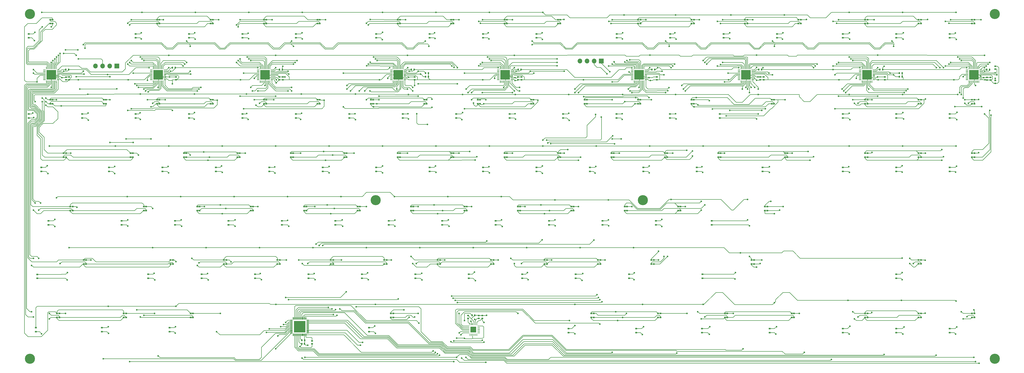
<source format=gtl>
G04 #@! TF.GenerationSoftware,KiCad,Pcbnew,(6.0.5)*
G04 #@! TF.CreationDate,2022-10-12T22:06:10+02:00*
G04 #@! TF.ProjectId,vakeyboard,76616b65-7962-46f6-9172-642e6b696361,rev?*
G04 #@! TF.SameCoordinates,Original*
G04 #@! TF.FileFunction,Copper,L1,Top*
G04 #@! TF.FilePolarity,Positive*
%FSLAX46Y46*%
G04 Gerber Fmt 4.6, Leading zero omitted, Abs format (unit mm)*
G04 Created by KiCad (PCBNEW (6.0.5)) date 2022-10-12 22:06:10*
%MOMM*%
%LPD*%
G01*
G04 APERTURE LIST*
G04 Aperture macros list*
%AMRoundRect*
0 Rectangle with rounded corners*
0 $1 Rounding radius*
0 $2 $3 $4 $5 $6 $7 $8 $9 X,Y pos of 4 corners*
0 Add a 4 corners polygon primitive as box body*
4,1,4,$2,$3,$4,$5,$6,$7,$8,$9,$2,$3,0*
0 Add four circle primitives for the rounded corners*
1,1,$1+$1,$2,$3*
1,1,$1+$1,$4,$5*
1,1,$1+$1,$6,$7*
1,1,$1+$1,$8,$9*
0 Add four rect primitives between the rounded corners*
20,1,$1+$1,$2,$3,$4,$5,0*
20,1,$1+$1,$4,$5,$6,$7,0*
20,1,$1+$1,$6,$7,$8,$9,0*
20,1,$1+$1,$8,$9,$2,$3,0*%
G04 Aperture macros list end*
G04 #@! TA.AperFunction,SMDPad,CuDef*
%ADD10RoundRect,0.008100X0.421900X0.126900X-0.421900X0.126900X-0.421900X-0.126900X0.421900X-0.126900X0*%
G04 #@! TD*
G04 #@! TA.AperFunction,SMDPad,CuDef*
%ADD11RoundRect,0.008100X-0.126900X0.421900X-0.126900X-0.421900X0.126900X-0.421900X0.126900X0.421900X0*%
G04 #@! TD*
G04 #@! TA.AperFunction,SMDPad,CuDef*
%ADD12R,4.100000X4.100000*%
G04 #@! TD*
G04 #@! TA.AperFunction,SMDPad,CuDef*
%ADD13RoundRect,0.135000X-0.185000X0.135000X-0.185000X-0.135000X0.185000X-0.135000X0.185000X0.135000X0*%
G04 #@! TD*
G04 #@! TA.AperFunction,SMDPad,CuDef*
%ADD14R,0.700000X0.600000*%
G04 #@! TD*
G04 #@! TA.AperFunction,SMDPad,CuDef*
%ADD15R,0.650000X0.600000*%
G04 #@! TD*
G04 #@! TA.AperFunction,SMDPad,CuDef*
%ADD16RoundRect,0.140000X-0.170000X0.140000X-0.170000X-0.140000X0.170000X-0.140000X0.170000X0.140000X0*%
G04 #@! TD*
G04 #@! TA.AperFunction,SMDPad,CuDef*
%ADD17RoundRect,0.135000X0.185000X-0.135000X0.185000X0.135000X-0.185000X0.135000X-0.185000X-0.135000X0*%
G04 #@! TD*
G04 #@! TA.AperFunction,SMDPad,CuDef*
%ADD18RoundRect,0.062500X-0.350000X-0.062500X0.350000X-0.062500X0.350000X0.062500X-0.350000X0.062500X0*%
G04 #@! TD*
G04 #@! TA.AperFunction,SMDPad,CuDef*
%ADD19RoundRect,0.062500X-0.062500X-0.350000X0.062500X-0.350000X0.062500X0.350000X-0.062500X0.350000X0*%
G04 #@! TD*
G04 #@! TA.AperFunction,ComponentPad*
%ADD20RoundRect,0.242500X-0.242500X-0.242500X0.242500X-0.242500X0.242500X0.242500X-0.242500X0.242500X0*%
G04 #@! TD*
G04 #@! TA.AperFunction,SMDPad,CuDef*
%ADD21R,3.400000X3.400000*%
G04 #@! TD*
G04 #@! TA.AperFunction,SMDPad,CuDef*
%ADD22RoundRect,0.135000X0.135000X0.185000X-0.135000X0.185000X-0.135000X-0.185000X0.135000X-0.185000X0*%
G04 #@! TD*
G04 #@! TA.AperFunction,SMDPad,CuDef*
%ADD23RoundRect,0.062500X-0.375000X-0.062500X0.375000X-0.062500X0.375000X0.062500X-0.375000X0.062500X0*%
G04 #@! TD*
G04 #@! TA.AperFunction,SMDPad,CuDef*
%ADD24RoundRect,0.062500X-0.062500X-0.375000X0.062500X-0.375000X0.062500X0.375000X-0.062500X0.375000X0*%
G04 #@! TD*
G04 #@! TA.AperFunction,SMDPad,CuDef*
%ADD25R,2.100000X2.100000*%
G04 #@! TD*
G04 #@! TA.AperFunction,SMDPad,CuDef*
%ADD26RoundRect,0.135000X-0.135000X-0.185000X0.135000X-0.185000X0.135000X0.185000X-0.135000X0.185000X0*%
G04 #@! TD*
G04 #@! TA.AperFunction,SMDPad,CuDef*
%ADD27RoundRect,0.140000X0.140000X0.170000X-0.140000X0.170000X-0.140000X-0.170000X0.140000X-0.170000X0*%
G04 #@! TD*
G04 #@! TA.AperFunction,SMDPad,CuDef*
%ADD28RoundRect,0.140000X-0.140000X-0.170000X0.140000X-0.170000X0.140000X0.170000X-0.140000X0.170000X0*%
G04 #@! TD*
G04 #@! TA.AperFunction,ComponentPad*
%ADD29R,1.700000X1.700000*%
G04 #@! TD*
G04 #@! TA.AperFunction,ComponentPad*
%ADD30O,1.700000X1.700000*%
G04 #@! TD*
G04 #@! TA.AperFunction,ViaPad*
%ADD31C,0.600000*%
G04 #@! TD*
G04 #@! TA.AperFunction,ViaPad*
%ADD32C,3.600000*%
G04 #@! TD*
G04 #@! TA.AperFunction,Conductor*
%ADD33C,0.127000*%
G04 #@! TD*
G04 APERTURE END LIST*
D10*
X128304000Y-201280000D03*
X128304000Y-200780000D03*
X128304000Y-200280000D03*
X128304000Y-199780000D03*
X128304000Y-199280000D03*
X128304000Y-198780000D03*
X128304000Y-198280000D03*
X128304000Y-197780000D03*
X128304000Y-197280000D03*
X128304000Y-196780000D03*
D11*
X127619000Y-196095000D03*
X127119000Y-196095000D03*
X126619000Y-196095000D03*
X126119000Y-196095000D03*
X125619000Y-196095000D03*
X125119000Y-196095000D03*
X124619000Y-196095000D03*
X124119000Y-196095000D03*
X123619000Y-196095000D03*
X123119000Y-196095000D03*
D10*
X122434000Y-196780000D03*
X122434000Y-197280000D03*
X122434000Y-197780000D03*
X122434000Y-198280000D03*
X122434000Y-198780000D03*
X122434000Y-199280000D03*
X122434000Y-199780000D03*
X122434000Y-200280000D03*
X122434000Y-200780000D03*
X122434000Y-201280000D03*
D11*
X123119000Y-201965000D03*
X123619000Y-201965000D03*
X124119000Y-201965000D03*
X124619000Y-201965000D03*
X125119000Y-201965000D03*
X125619000Y-201965000D03*
X126119000Y-201965000D03*
X126619000Y-201965000D03*
X127119000Y-201965000D03*
X127619000Y-201965000D03*
D12*
X125369000Y-199030000D03*
D13*
X129814000Y-204108000D03*
X129814000Y-205128000D03*
D14*
X223774000Y-180355000D03*
X223774000Y-181755000D03*
X204724000Y-180355000D03*
X204724000Y-181755000D03*
X47874000Y-123205000D03*
X47874000Y-124605000D03*
X66924000Y-123205000D03*
X66924000Y-124605000D03*
X85974000Y-123205000D03*
X85974000Y-124605000D03*
X105024000Y-123205000D03*
X105024000Y-124605000D03*
X124074000Y-123205000D03*
X124074000Y-124605000D03*
X143124000Y-123205000D03*
X143124000Y-124605000D03*
X162174000Y-123205000D03*
X162174000Y-124605000D03*
X181224000Y-123205000D03*
X181224000Y-124605000D03*
X200274000Y-123205000D03*
X200274000Y-124605000D03*
X219324000Y-123205000D03*
X219324000Y-124605000D03*
X252359000Y-161305000D03*
X252359000Y-162705000D03*
X242824000Y-180355000D03*
X242824000Y-181755000D03*
X233309000Y-161305000D03*
X233309000Y-162705000D03*
X247909000Y-142255000D03*
X247909000Y-143655000D03*
X290454000Y-142255000D03*
X290454000Y-143655000D03*
X266959000Y-142255000D03*
X266959000Y-143655000D03*
X61859000Y-161305000D03*
X61859000Y-162705000D03*
X147574000Y-180355000D03*
X147574000Y-181755000D03*
X275209000Y-123205000D03*
X275209000Y-124605000D03*
X109474000Y-180355000D03*
X109474000Y-181755000D03*
X35819000Y-161305000D03*
X35819000Y-162705000D03*
X99959000Y-161305000D03*
X99959000Y-162705000D03*
X319019000Y-142255000D03*
X319019000Y-143655000D03*
X338069000Y-199753000D03*
X338069000Y-201153000D03*
X95509000Y-142255000D03*
X95509000Y-143655000D03*
X338069000Y-142255000D03*
X338069000Y-143655000D03*
X272288000Y-161305000D03*
X272288000Y-162705000D03*
X257424000Y-123205000D03*
X257424000Y-124605000D03*
X28824000Y-94630000D03*
X28824000Y-96030000D03*
X66919000Y-94630000D03*
X66919000Y-96030000D03*
X85974000Y-94630000D03*
X85974000Y-96030000D03*
X105024000Y-94630000D03*
X105024000Y-96030000D03*
X124074000Y-94630000D03*
X124074000Y-96030000D03*
X152659000Y-94630000D03*
X152659000Y-96030000D03*
X171684000Y-94630000D03*
X171684000Y-96030000D03*
X190734000Y-94630000D03*
X190734000Y-96030000D03*
X209784000Y-94630000D03*
X209784000Y-96030000D03*
X238394000Y-94630000D03*
X238394000Y-96030000D03*
X257439000Y-94630000D03*
X257439000Y-96030000D03*
X276489000Y-94630000D03*
X276489000Y-96030000D03*
X295539000Y-94630000D03*
X295539000Y-96030000D03*
X119009000Y-161305000D03*
X119009000Y-162705000D03*
X268864000Y-199753000D03*
X268864000Y-201153000D03*
X138059000Y-161305000D03*
X138059000Y-162705000D03*
X157109000Y-161305000D03*
X157109000Y-162705000D03*
X338069000Y-123205000D03*
X338069000Y-124605000D03*
X190759000Y-142255000D03*
X190759000Y-143655000D03*
X319019000Y-123205000D03*
X319019000Y-124605000D03*
X176159000Y-161305000D03*
X176159000Y-162705000D03*
X195209000Y-161305000D03*
X195209000Y-162705000D03*
X214259000Y-161305000D03*
X214259000Y-162705000D03*
X54869000Y-199405000D03*
X54869000Y-200805000D03*
X31374000Y-199405000D03*
X31374000Y-200805000D03*
X319019000Y-199753000D03*
X319019000Y-201153000D03*
X31877000Y-180402000D03*
X31877000Y-181802000D03*
X78999000Y-199405000D03*
X78999000Y-200805000D03*
X185674000Y-180355000D03*
X185674000Y-181755000D03*
X238374000Y-123205000D03*
X238374000Y-124605000D03*
X166624000Y-180355000D03*
X166624000Y-181755000D03*
X209809000Y-142255000D03*
X209809000Y-143655000D03*
X228859000Y-142255000D03*
X228859000Y-143655000D03*
X357119000Y-94630000D03*
X357119000Y-96030000D03*
X357119000Y-142255000D03*
X357119000Y-143655000D03*
X357119000Y-123205000D03*
X357119000Y-124605000D03*
X319019000Y-94630000D03*
X319019000Y-96030000D03*
X57409000Y-142255000D03*
X57409000Y-143655000D03*
X114559000Y-142255000D03*
X114559000Y-143655000D03*
X245369000Y-199753000D03*
X245369000Y-201153000D03*
X292994000Y-199753000D03*
X292994000Y-201153000D03*
X357119000Y-199753000D03*
X357119000Y-201153000D03*
X268986000Y-180355000D03*
X268986000Y-181755000D03*
X221239000Y-199753000D03*
X221239000Y-201153000D03*
X80909000Y-161305000D03*
X80909000Y-162705000D03*
X338069000Y-94630000D03*
X338069000Y-96030000D03*
X150119000Y-199405000D03*
X150119000Y-200805000D03*
X133609000Y-142255000D03*
X133609000Y-143655000D03*
X33274000Y-142255000D03*
X33274000Y-143655000D03*
X28824000Y-123205000D03*
X28824000Y-124605000D03*
X171709000Y-142255000D03*
X171709000Y-143655000D03*
X338069000Y-180355000D03*
X338069000Y-181755000D03*
X128524000Y-180355000D03*
X128524000Y-181755000D03*
X76459000Y-142255000D03*
X76459000Y-143655000D03*
X90424000Y-180355000D03*
X90424000Y-181755000D03*
X152659000Y-142255000D03*
X152659000Y-143655000D03*
X71374000Y-180355000D03*
X71374000Y-181755000D03*
D15*
X231765000Y-175270000D03*
X231765000Y-176670000D03*
X232565000Y-175270000D03*
X232565000Y-176670000D03*
X260345000Y-156220000D03*
X260345000Y-157620000D03*
X261145000Y-156220000D03*
X261145000Y-157620000D03*
X250815000Y-175270000D03*
X250815000Y-176670000D03*
X251615000Y-175270000D03*
X251615000Y-176670000D03*
X241295000Y-156220000D03*
X241295000Y-157620000D03*
X242095000Y-156220000D03*
X242095000Y-157620000D03*
X255580000Y-137170000D03*
X255580000Y-138570000D03*
X256380000Y-137170000D03*
X256380000Y-138570000D03*
X298445000Y-137170000D03*
X298445000Y-138570000D03*
X299245000Y-137170000D03*
X299245000Y-138570000D03*
X274630000Y-137170000D03*
X274630000Y-138570000D03*
X275430000Y-137170000D03*
X275430000Y-138570000D03*
X69845000Y-156220000D03*
X69845000Y-157620000D03*
X70645000Y-156220000D03*
X70645000Y-157620000D03*
X155565000Y-175270000D03*
X155565000Y-176670000D03*
X156365000Y-175270000D03*
X156365000Y-176670000D03*
X293680000Y-118120000D03*
X293680000Y-119520000D03*
X294480000Y-118120000D03*
X294480000Y-119520000D03*
X117465000Y-175270000D03*
X117465000Y-176670000D03*
X118265000Y-175270000D03*
X118265000Y-176670000D03*
X43650000Y-156220000D03*
X43650000Y-157620000D03*
X44450000Y-156220000D03*
X44450000Y-157620000D03*
X212715000Y-175270000D03*
X212715000Y-176670000D03*
X213515000Y-175270000D03*
X213515000Y-176670000D03*
X107945000Y-156220000D03*
X107945000Y-157620000D03*
X108745000Y-156220000D03*
X108745000Y-157620000D03*
X327000000Y-137170000D03*
X327000000Y-138570000D03*
X327800000Y-137170000D03*
X327800000Y-138570000D03*
X346050000Y-194320000D03*
X346050000Y-195720000D03*
X346850000Y-194320000D03*
X346850000Y-195720000D03*
X103180000Y-137170000D03*
X103180000Y-138570000D03*
X103980000Y-137170000D03*
X103980000Y-138570000D03*
X188900000Y-118120000D03*
X188900000Y-119520000D03*
X189700000Y-118120000D03*
X189700000Y-119520000D03*
X346050000Y-137170000D03*
X346050000Y-138570000D03*
X346850000Y-137170000D03*
X346850000Y-138570000D03*
X291300000Y-156220000D03*
X291300000Y-157620000D03*
X292100000Y-156220000D03*
X292100000Y-157620000D03*
X265100000Y-118120000D03*
X265100000Y-119520000D03*
X265900000Y-118120000D03*
X265900000Y-119520000D03*
X36500000Y-89550000D03*
X36500000Y-90950000D03*
X37300000Y-89550000D03*
X37300000Y-90950000D03*
X74600000Y-89550000D03*
X74600000Y-90950000D03*
X75400000Y-89550000D03*
X75400000Y-90950000D03*
X93650000Y-89550000D03*
X93650000Y-90950000D03*
X94450000Y-89550000D03*
X94450000Y-90950000D03*
X112700000Y-89550000D03*
X112700000Y-90950000D03*
X113500000Y-89550000D03*
X113500000Y-90950000D03*
X131750000Y-89550000D03*
X131750000Y-90950000D03*
X132550000Y-89550000D03*
X132550000Y-90950000D03*
X160327500Y-89550000D03*
X160327500Y-90950000D03*
X161127500Y-89550000D03*
X161127500Y-90950000D03*
X179377500Y-89550000D03*
X179377500Y-90950000D03*
X180177500Y-89550000D03*
X180177500Y-90950000D03*
X198427500Y-89550000D03*
X198427500Y-90950000D03*
X199227500Y-89550000D03*
X199227500Y-90950000D03*
X217477500Y-89550000D03*
X217477500Y-90950000D03*
X218277500Y-89550000D03*
X218277500Y-90950000D03*
X246055000Y-89550000D03*
X246055000Y-90950000D03*
X246855000Y-89550000D03*
X246855000Y-90950000D03*
X265105000Y-89550000D03*
X265105000Y-90950000D03*
X265905000Y-89550000D03*
X265905000Y-90950000D03*
X284155000Y-89550000D03*
X284155000Y-90950000D03*
X284955000Y-89550000D03*
X284955000Y-90950000D03*
X303205000Y-89550000D03*
X303205000Y-90950000D03*
X304005000Y-89550000D03*
X304005000Y-90950000D03*
X126995000Y-156220000D03*
X126995000Y-157620000D03*
X127795000Y-156220000D03*
X127795000Y-157620000D03*
X131750000Y-118120000D03*
X131750000Y-119520000D03*
X132550000Y-118120000D03*
X132550000Y-119520000D03*
X277010000Y-194320000D03*
X277010000Y-195720000D03*
X277810000Y-194320000D03*
X277810000Y-195720000D03*
X112700000Y-118120000D03*
X112700000Y-119520000D03*
X113500000Y-118120000D03*
X113500000Y-119520000D03*
X146045000Y-156220000D03*
X146045000Y-157620000D03*
X146845000Y-156220000D03*
X146845000Y-157620000D03*
X165095000Y-156220000D03*
X165095000Y-157620000D03*
X165895000Y-156220000D03*
X165895000Y-157620000D03*
X346050000Y-118120000D03*
X346050000Y-119520000D03*
X346850000Y-118120000D03*
X346850000Y-119520000D03*
X198430000Y-137170000D03*
X198430000Y-138570000D03*
X199230000Y-137170000D03*
X199230000Y-138570000D03*
X327000000Y-118120000D03*
X327000000Y-119520000D03*
X327800000Y-118120000D03*
X327800000Y-119520000D03*
X184145000Y-156220000D03*
X184145000Y-157620000D03*
X184945000Y-156220000D03*
X184945000Y-157620000D03*
X203195000Y-156220000D03*
X203195000Y-157620000D03*
X203995000Y-156220000D03*
X203995000Y-157620000D03*
X222245000Y-156220000D03*
X222245000Y-157620000D03*
X223045000Y-156220000D03*
X223045000Y-157620000D03*
X62700000Y-194320000D03*
X62700000Y-195720000D03*
X63500000Y-194320000D03*
X63500000Y-195720000D03*
X38890000Y-194320000D03*
X38890000Y-195720000D03*
X39690000Y-194320000D03*
X39690000Y-195720000D03*
X327000000Y-194320000D03*
X327000000Y-195720000D03*
X327800000Y-194320000D03*
X327800000Y-195720000D03*
X48410000Y-175270000D03*
X48410000Y-176670000D03*
X49210000Y-175270000D03*
X49210000Y-176670000D03*
X86510000Y-194320000D03*
X86510000Y-195720000D03*
X87310000Y-194320000D03*
X87310000Y-195720000D03*
X193665000Y-175270000D03*
X193665000Y-176670000D03*
X194465000Y-175270000D03*
X194465000Y-176670000D03*
X246050000Y-118120000D03*
X246050000Y-119520000D03*
X246850000Y-118120000D03*
X246850000Y-119520000D03*
X174615000Y-175270000D03*
X174615000Y-176670000D03*
X175415000Y-175270000D03*
X175415000Y-176670000D03*
X207950000Y-118120000D03*
X207950000Y-119520000D03*
X208750000Y-118120000D03*
X208750000Y-119520000D03*
X217480000Y-137170000D03*
X217480000Y-138570000D03*
X218280000Y-137170000D03*
X218280000Y-138570000D03*
X55550000Y-118120000D03*
X55550000Y-119520000D03*
X56350000Y-118120000D03*
X56350000Y-119520000D03*
X236530000Y-137170000D03*
X236530000Y-138570000D03*
X237330000Y-137170000D03*
X237330000Y-138570000D03*
X365100000Y-89550000D03*
X365100000Y-90950000D03*
X365900000Y-89550000D03*
X365900000Y-90950000D03*
X365100000Y-137170000D03*
X365100000Y-138570000D03*
X365900000Y-137170000D03*
X365900000Y-138570000D03*
X365100000Y-118120000D03*
X365100000Y-119520000D03*
X365900000Y-118120000D03*
X365900000Y-119520000D03*
X327000000Y-89550000D03*
X327000000Y-90950000D03*
X327800000Y-89550000D03*
X327800000Y-90950000D03*
X65080000Y-137170000D03*
X65080000Y-138570000D03*
X65880000Y-137170000D03*
X65880000Y-138570000D03*
X122230000Y-137170000D03*
X122230000Y-138570000D03*
X123030000Y-137170000D03*
X123030000Y-138570000D03*
X253200000Y-194320000D03*
X253200000Y-195720000D03*
X254000000Y-194320000D03*
X254000000Y-195720000D03*
X300820000Y-194320000D03*
X300820000Y-195720000D03*
X301620000Y-194320000D03*
X301620000Y-195720000D03*
X286535000Y-175270000D03*
X286535000Y-176670000D03*
X287335000Y-175270000D03*
X287335000Y-176670000D03*
X229390000Y-194320000D03*
X229390000Y-195720000D03*
X230190000Y-194320000D03*
X230190000Y-195720000D03*
X88895000Y-156220000D03*
X88895000Y-157620000D03*
X89695000Y-156220000D03*
X89695000Y-157620000D03*
X346050000Y-89550000D03*
X346050000Y-90950000D03*
X346850000Y-89550000D03*
X346850000Y-90950000D03*
X169850000Y-118120000D03*
X169850000Y-119520000D03*
X170650000Y-118120000D03*
X170650000Y-119520000D03*
X150800000Y-118120000D03*
X150800000Y-119520000D03*
X151600000Y-118120000D03*
X151600000Y-119520000D03*
X157950000Y-194320000D03*
X157950000Y-195720000D03*
X158750000Y-194320000D03*
X158750000Y-195720000D03*
X141280000Y-137170000D03*
X141280000Y-138570000D03*
X142080000Y-137170000D03*
X142080000Y-138570000D03*
X41265000Y-137170000D03*
X41265000Y-138570000D03*
X42065000Y-137170000D03*
X42065000Y-138570000D03*
X93650000Y-118120000D03*
X93650000Y-119520000D03*
X94450000Y-118120000D03*
X94450000Y-119520000D03*
X36500000Y-118120000D03*
X36500000Y-119520000D03*
X37300000Y-118120000D03*
X37300000Y-119520000D03*
X74600000Y-118120000D03*
X74600000Y-119520000D03*
X75400000Y-118120000D03*
X75400000Y-119520000D03*
X179380000Y-137170000D03*
X179380000Y-138570000D03*
X180180000Y-137170000D03*
X180180000Y-138570000D03*
X346050000Y-175230000D03*
X346050000Y-176630000D03*
X346850000Y-175230000D03*
X346850000Y-176630000D03*
X136515000Y-175270000D03*
X136515000Y-176670000D03*
X137315000Y-175270000D03*
X137315000Y-176670000D03*
X84130000Y-137170000D03*
X84130000Y-138570000D03*
X84930000Y-137170000D03*
X84930000Y-138570000D03*
X98415000Y-175270000D03*
X98415000Y-176670000D03*
X99215000Y-175270000D03*
X99215000Y-176670000D03*
X160330000Y-137170000D03*
X160330000Y-138570000D03*
X161130000Y-137170000D03*
X161130000Y-138570000D03*
X79365000Y-175270000D03*
X79365000Y-176670000D03*
X80165000Y-175270000D03*
X80165000Y-176670000D03*
X227000000Y-118120000D03*
X227000000Y-119520000D03*
X227800000Y-118120000D03*
X227800000Y-119520000D03*
X365100000Y-194320000D03*
X365100000Y-195720000D03*
X365900000Y-194320000D03*
X365900000Y-195720000D03*
D16*
X290830000Y-110010000D03*
X290830000Y-110970000D03*
D17*
X373380000Y-112270000D03*
X373380000Y-111250000D03*
D18*
X158062500Y-107420000D03*
X158062500Y-107820000D03*
X158062500Y-108220000D03*
X158062500Y-108620000D03*
X158062500Y-109020000D03*
X158062500Y-109420000D03*
X158062500Y-109820000D03*
X158062500Y-110220000D03*
X158062500Y-110620000D03*
X158062500Y-111020000D03*
D19*
X158700000Y-111657500D03*
X159100000Y-111657500D03*
X159500000Y-111657500D03*
X159900000Y-111657500D03*
X160300000Y-111657500D03*
X160700000Y-111657500D03*
X161100000Y-111657500D03*
X161500000Y-111657500D03*
X161900000Y-111657500D03*
X162300000Y-111657500D03*
D18*
X162937500Y-111020000D03*
X162937500Y-110620000D03*
D20*
X161700000Y-109220000D03*
X161700000Y-110420000D03*
X159300000Y-109220000D03*
X160500000Y-110420000D03*
X161700000Y-108020000D03*
X160500000Y-109220000D03*
D18*
X162937500Y-110220000D03*
D20*
X159300000Y-108020000D03*
D21*
X160500000Y-109220000D03*
D20*
X160500000Y-108020000D03*
X159300000Y-110420000D03*
D18*
X162937500Y-109820000D03*
X162937500Y-109420000D03*
X162937500Y-109020000D03*
X162937500Y-108620000D03*
X162937500Y-108220000D03*
X162937500Y-107820000D03*
X162937500Y-107420000D03*
D19*
X162300000Y-106782500D03*
X161900000Y-106782500D03*
X161500000Y-106782500D03*
X161100000Y-106782500D03*
X160700000Y-106782500D03*
X160300000Y-106782500D03*
X159900000Y-106782500D03*
X159500000Y-106782500D03*
X159100000Y-106782500D03*
X158700000Y-106782500D03*
D16*
X334010000Y-110010000D03*
X334010000Y-110970000D03*
D22*
X290070000Y-107315000D03*
X289050000Y-107315000D03*
D18*
X363322500Y-107420000D03*
X363322500Y-107820000D03*
X363322500Y-108220000D03*
X363322500Y-108620000D03*
X363322500Y-109020000D03*
X363322500Y-109420000D03*
X363322500Y-109820000D03*
X363322500Y-110220000D03*
X363322500Y-110620000D03*
X363322500Y-111020000D03*
D19*
X363960000Y-111657500D03*
X364360000Y-111657500D03*
X364760000Y-111657500D03*
X365160000Y-111657500D03*
X365560000Y-111657500D03*
X365960000Y-111657500D03*
X366360000Y-111657500D03*
X366760000Y-111657500D03*
X367160000Y-111657500D03*
X367560000Y-111657500D03*
D18*
X368197500Y-111020000D03*
X368197500Y-110620000D03*
D20*
X364560000Y-108020000D03*
X366960000Y-110420000D03*
X364560000Y-109220000D03*
D21*
X365760000Y-109220000D03*
D20*
X365760000Y-110420000D03*
X364560000Y-110420000D03*
X366960000Y-108020000D03*
X366960000Y-109220000D03*
X365760000Y-109220000D03*
X365760000Y-108020000D03*
D18*
X368197500Y-110220000D03*
X368197500Y-109820000D03*
X368197500Y-109420000D03*
X368197500Y-109020000D03*
X368197500Y-108620000D03*
X368197500Y-108220000D03*
X368197500Y-107820000D03*
X368197500Y-107420000D03*
D19*
X367560000Y-106782500D03*
X367160000Y-106782500D03*
X366760000Y-106782500D03*
X366360000Y-106782500D03*
X365960000Y-106782500D03*
X365560000Y-106782500D03*
X365160000Y-106782500D03*
X364760000Y-106782500D03*
X364360000Y-106782500D03*
X363960000Y-106782500D03*
D13*
X190500000Y-195070000D03*
X190500000Y-196090000D03*
D23*
X185387500Y-198775000D03*
X185387500Y-199275000D03*
X185387500Y-199775000D03*
X185387500Y-200275000D03*
X185387500Y-200775000D03*
X185387500Y-201275000D03*
D24*
X186075000Y-201962500D03*
X186575000Y-201962500D03*
X187075000Y-201962500D03*
X187575000Y-201962500D03*
X188075000Y-201962500D03*
X188575000Y-201962500D03*
D23*
X189262500Y-201275000D03*
X189262500Y-200775000D03*
X189262500Y-200275000D03*
X189262500Y-199775000D03*
X189262500Y-199275000D03*
X189262500Y-198775000D03*
D24*
X188575000Y-198087500D03*
X188075000Y-198087500D03*
X187575000Y-198087500D03*
X187075000Y-198087500D03*
X186575000Y-198087500D03*
X186075000Y-198087500D03*
D25*
X187325000Y-200025000D03*
D13*
X185420000Y-195070000D03*
X185420000Y-196090000D03*
D16*
X118110000Y-110010000D03*
X118110000Y-110970000D03*
D18*
X34392500Y-107420000D03*
X34392500Y-107820000D03*
X34392500Y-108220000D03*
X34392500Y-108620000D03*
X34392500Y-109020000D03*
X34392500Y-109420000D03*
X34392500Y-109820000D03*
X34392500Y-110220000D03*
X34392500Y-110620000D03*
X34392500Y-111020000D03*
D19*
X35030000Y-111657500D03*
X35430000Y-111657500D03*
X35830000Y-111657500D03*
X36230000Y-111657500D03*
X36630000Y-111657500D03*
X37030000Y-111657500D03*
X37430000Y-111657500D03*
X37830000Y-111657500D03*
X38230000Y-111657500D03*
X38630000Y-111657500D03*
D18*
X39267500Y-111020000D03*
X39267500Y-110620000D03*
X39267500Y-110220000D03*
D20*
X36830000Y-109220000D03*
X35630000Y-110420000D03*
X38030000Y-109220000D03*
X36830000Y-108020000D03*
D21*
X36830000Y-109220000D03*
D20*
X35630000Y-109220000D03*
X38030000Y-108020000D03*
X38030000Y-110420000D03*
X36830000Y-110420000D03*
X35630000Y-108020000D03*
D18*
X39267500Y-109820000D03*
X39267500Y-109420000D03*
X39267500Y-109020000D03*
X39267500Y-108620000D03*
X39267500Y-108220000D03*
X39267500Y-107820000D03*
X39267500Y-107420000D03*
D19*
X38630000Y-106782500D03*
X38230000Y-106782500D03*
X37830000Y-106782500D03*
X37430000Y-106782500D03*
X37030000Y-106782500D03*
X36630000Y-106782500D03*
X36230000Y-106782500D03*
X35830000Y-106782500D03*
X35430000Y-106782500D03*
X35030000Y-106782500D03*
D26*
X170305000Y-109855000D03*
X171325000Y-109855000D03*
D13*
X373380000Y-106170000D03*
X373380000Y-107190000D03*
D22*
X251970000Y-107315000D03*
X250950000Y-107315000D03*
D16*
X166370000Y-110010000D03*
X166370000Y-110970000D03*
D18*
X325222500Y-107420000D03*
X325222500Y-107820000D03*
X325222500Y-108220000D03*
X325222500Y-108620000D03*
X325222500Y-109020000D03*
X325222500Y-109420000D03*
X325222500Y-109820000D03*
X325222500Y-110220000D03*
X325222500Y-110620000D03*
X325222500Y-111020000D03*
D19*
X325860000Y-111657500D03*
X326260000Y-111657500D03*
X326660000Y-111657500D03*
X327060000Y-111657500D03*
X327460000Y-111657500D03*
X327860000Y-111657500D03*
X328260000Y-111657500D03*
X328660000Y-111657500D03*
X329060000Y-111657500D03*
X329460000Y-111657500D03*
D18*
X330097500Y-111020000D03*
X330097500Y-110620000D03*
D20*
X326460000Y-108020000D03*
X328860000Y-109220000D03*
X327660000Y-108020000D03*
D21*
X327660000Y-109220000D03*
D20*
X327660000Y-109220000D03*
X326460000Y-109220000D03*
X326460000Y-110420000D03*
X328860000Y-108020000D03*
X327660000Y-110420000D03*
X328860000Y-110420000D03*
D18*
X330097500Y-110220000D03*
X330097500Y-109820000D03*
X330097500Y-109420000D03*
X330097500Y-109020000D03*
X330097500Y-108620000D03*
X330097500Y-108220000D03*
X330097500Y-107820000D03*
X330097500Y-107420000D03*
D19*
X329460000Y-106782500D03*
X329060000Y-106782500D03*
X328660000Y-106782500D03*
X328260000Y-106782500D03*
X327860000Y-106782500D03*
X327460000Y-106782500D03*
X327060000Y-106782500D03*
X326660000Y-106782500D03*
X326260000Y-106782500D03*
X325860000Y-106782500D03*
D22*
X340235000Y-108585000D03*
X339215000Y-108585000D03*
D27*
X187825000Y-194966000D03*
X186865000Y-194966000D03*
D16*
X204470000Y-110010000D03*
X204470000Y-110970000D03*
D22*
X204345000Y-107315000D03*
X203325000Y-107315000D03*
D16*
X203200000Y-110010000D03*
X203200000Y-110970000D03*
D22*
X43055000Y-107315000D03*
X42035000Y-107315000D03*
D16*
X81280000Y-110010000D03*
X81280000Y-110970000D03*
X371650000Y-110150000D03*
X371650000Y-111110000D03*
D18*
X196182500Y-107420000D03*
X196182500Y-107820000D03*
X196182500Y-108220000D03*
X196182500Y-108620000D03*
X196182500Y-109020000D03*
X196182500Y-109420000D03*
X196182500Y-109820000D03*
X196182500Y-110220000D03*
X196182500Y-110620000D03*
X196182500Y-111020000D03*
D19*
X196820000Y-111657500D03*
X197220000Y-111657500D03*
X197620000Y-111657500D03*
X198020000Y-111657500D03*
X198420000Y-111657500D03*
X198820000Y-111657500D03*
X199220000Y-111657500D03*
X199620000Y-111657500D03*
X200020000Y-111657500D03*
X200420000Y-111657500D03*
D18*
X201057500Y-111020000D03*
X201057500Y-110620000D03*
D20*
X197420000Y-108020000D03*
D21*
X198620000Y-109220000D03*
D20*
X198620000Y-108020000D03*
X197420000Y-110420000D03*
X197420000Y-109220000D03*
D18*
X201057500Y-110220000D03*
D20*
X198620000Y-109220000D03*
X199820000Y-109220000D03*
X199820000Y-108020000D03*
X199820000Y-110420000D03*
X198620000Y-110420000D03*
D18*
X201057500Y-109820000D03*
X201057500Y-109420000D03*
X201057500Y-109020000D03*
X201057500Y-108620000D03*
X201057500Y-108220000D03*
X201057500Y-107820000D03*
X201057500Y-107420000D03*
D19*
X200420000Y-106782500D03*
X200020000Y-106782500D03*
X199620000Y-106782500D03*
X199220000Y-106782500D03*
X198820000Y-106782500D03*
X198420000Y-106782500D03*
X198020000Y-106782500D03*
X197620000Y-106782500D03*
X197220000Y-106782500D03*
X196820000Y-106782500D03*
D22*
X333250000Y-107315000D03*
X332230000Y-107315000D03*
X171325000Y-108585000D03*
X170305000Y-108585000D03*
D18*
X110592500Y-107420000D03*
X110592500Y-107820000D03*
X110592500Y-108220000D03*
X110592500Y-108620000D03*
X110592500Y-109020000D03*
X110592500Y-109420000D03*
X110592500Y-109820000D03*
X110592500Y-110220000D03*
X110592500Y-110620000D03*
X110592500Y-111020000D03*
D19*
X111230000Y-111657500D03*
X111630000Y-111657500D03*
X112030000Y-111657500D03*
X112430000Y-111657500D03*
X112830000Y-111657500D03*
X113230000Y-111657500D03*
X113630000Y-111657500D03*
X114030000Y-111657500D03*
X114430000Y-111657500D03*
X114830000Y-111657500D03*
D18*
X115467500Y-111020000D03*
X115467500Y-110620000D03*
D20*
X114230000Y-110420000D03*
X111830000Y-110420000D03*
X111830000Y-109220000D03*
D18*
X115467500Y-110220000D03*
D21*
X113030000Y-109220000D03*
D20*
X113030000Y-110420000D03*
X111830000Y-108020000D03*
X113030000Y-108020000D03*
X113030000Y-109220000D03*
X114230000Y-109220000D03*
X114230000Y-108020000D03*
D18*
X115467500Y-109820000D03*
X115467500Y-109420000D03*
X115467500Y-109020000D03*
X115467500Y-108620000D03*
X115467500Y-108220000D03*
X115467500Y-107820000D03*
X115467500Y-107420000D03*
D19*
X114830000Y-106782500D03*
X114430000Y-106782500D03*
X114030000Y-106782500D03*
X113630000Y-106782500D03*
X113230000Y-106782500D03*
X112830000Y-106782500D03*
X112430000Y-106782500D03*
X112030000Y-106782500D03*
X111630000Y-106782500D03*
X111230000Y-106782500D03*
D22*
X81030000Y-106680000D03*
X80010000Y-106680000D03*
D18*
X72492500Y-107420000D03*
X72492500Y-107820000D03*
X72492500Y-108220000D03*
X72492500Y-108620000D03*
X72492500Y-109020000D03*
X72492500Y-109420000D03*
X72492500Y-109820000D03*
X72492500Y-110220000D03*
X72492500Y-110620000D03*
X72492500Y-111020000D03*
D19*
X73130000Y-111657500D03*
X73530000Y-111657500D03*
X73930000Y-111657500D03*
X74330000Y-111657500D03*
X74730000Y-111657500D03*
X75130000Y-111657500D03*
X75530000Y-111657500D03*
X75930000Y-111657500D03*
X76330000Y-111657500D03*
X76730000Y-111657500D03*
D18*
X77367500Y-111020000D03*
X77367500Y-110620000D03*
D20*
X76130000Y-108020000D03*
X74930000Y-110420000D03*
X73730000Y-108020000D03*
D18*
X77367500Y-110220000D03*
D20*
X73730000Y-110420000D03*
X74930000Y-109220000D03*
D21*
X74930000Y-109220000D03*
D20*
X76130000Y-110420000D03*
X73730000Y-109220000D03*
X76130000Y-109220000D03*
X74930000Y-108020000D03*
D18*
X77367500Y-109820000D03*
X77367500Y-109420000D03*
X77367500Y-109020000D03*
X77367500Y-108620000D03*
X77367500Y-108220000D03*
X77367500Y-107820000D03*
X77367500Y-107420000D03*
D19*
X76730000Y-106782500D03*
X76330000Y-106782500D03*
X75930000Y-106782500D03*
X75530000Y-106782500D03*
X75130000Y-106782500D03*
X74730000Y-106782500D03*
X74330000Y-106782500D03*
X73930000Y-106782500D03*
X73530000Y-106782500D03*
X73130000Y-106782500D03*
D22*
X127149000Y-203856000D03*
X126129000Y-203856000D03*
D16*
X370380000Y-110150000D03*
X370380000Y-111110000D03*
D22*
X119255000Y-107315000D03*
X118235000Y-107315000D03*
D18*
X243942500Y-107420000D03*
X243942500Y-107820000D03*
X243942500Y-108220000D03*
X243942500Y-108620000D03*
X243942500Y-109020000D03*
X243942500Y-109420000D03*
X243942500Y-109820000D03*
X243942500Y-110220000D03*
X243942500Y-110620000D03*
X243942500Y-111020000D03*
D19*
X244580000Y-111657500D03*
X244980000Y-111657500D03*
X245380000Y-111657500D03*
X245780000Y-111657500D03*
X246180000Y-111657500D03*
X246580000Y-111657500D03*
X246980000Y-111657500D03*
X247380000Y-111657500D03*
X247780000Y-111657500D03*
X248180000Y-111657500D03*
D18*
X248817500Y-111020000D03*
X248817500Y-110620000D03*
D20*
X245180000Y-109220000D03*
X247580000Y-109220000D03*
X247580000Y-108020000D03*
X245180000Y-110420000D03*
X246380000Y-108020000D03*
D18*
X248817500Y-110220000D03*
D20*
X245180000Y-108020000D03*
X247580000Y-110420000D03*
X246380000Y-110420000D03*
X246380000Y-109220000D03*
D21*
X246380000Y-109220000D03*
D18*
X248817500Y-109820000D03*
X248817500Y-109420000D03*
X248817500Y-109020000D03*
X248817500Y-108620000D03*
X248817500Y-108220000D03*
X248817500Y-107820000D03*
X248817500Y-107420000D03*
D19*
X248180000Y-106782500D03*
X247780000Y-106782500D03*
X247380000Y-106782500D03*
X246980000Y-106782500D03*
X246580000Y-106782500D03*
X246180000Y-106782500D03*
X245780000Y-106782500D03*
X245380000Y-106782500D03*
X244980000Y-106782500D03*
X244580000Y-106782500D03*
D16*
X119380000Y-110010000D03*
X119380000Y-110970000D03*
X252730000Y-110010000D03*
X252730000Y-110970000D03*
D22*
X371350000Y-107315000D03*
X370330000Y-107315000D03*
X166245000Y-107315000D03*
X165225000Y-107315000D03*
D16*
X43180000Y-110010000D03*
X43180000Y-110970000D03*
X42057000Y-110031000D03*
X42057000Y-110991000D03*
D17*
X189230000Y-196090000D03*
X189230000Y-195070000D03*
D16*
X289560000Y-110010000D03*
X289560000Y-110970000D03*
D18*
X282042500Y-107420000D03*
X282042500Y-107820000D03*
X282042500Y-108220000D03*
X282042500Y-108620000D03*
X282042500Y-109020000D03*
X282042500Y-109420000D03*
X282042500Y-109820000D03*
X282042500Y-110220000D03*
X282042500Y-110620000D03*
X282042500Y-111020000D03*
D19*
X282680000Y-111657500D03*
X283080000Y-111657500D03*
X283480000Y-111657500D03*
X283880000Y-111657500D03*
X284280000Y-111657500D03*
X284680000Y-111657500D03*
X285080000Y-111657500D03*
X285480000Y-111657500D03*
X285880000Y-111657500D03*
X286280000Y-111657500D03*
D18*
X286917500Y-111020000D03*
X286917500Y-110620000D03*
D20*
X283280000Y-109220000D03*
D18*
X286917500Y-110220000D03*
D20*
X285680000Y-108020000D03*
X284480000Y-110420000D03*
D21*
X284480000Y-109220000D03*
D20*
X283280000Y-110420000D03*
X284480000Y-109220000D03*
X285680000Y-109220000D03*
X285680000Y-110420000D03*
X284480000Y-108020000D03*
X283280000Y-108020000D03*
D18*
X286917500Y-109820000D03*
X286917500Y-109420000D03*
X286917500Y-109020000D03*
X286917500Y-108620000D03*
X286917500Y-108220000D03*
X286917500Y-107820000D03*
X286917500Y-107420000D03*
D19*
X286280000Y-106782500D03*
X285880000Y-106782500D03*
X285480000Y-106782500D03*
X285080000Y-106782500D03*
X284680000Y-106782500D03*
X284280000Y-106782500D03*
X283880000Y-106782500D03*
X283480000Y-106782500D03*
X283080000Y-106782500D03*
X282680000Y-106782500D03*
D28*
X126159000Y-205126000D03*
X127119000Y-205126000D03*
D22*
X340235000Y-109855000D03*
X339215000Y-109855000D03*
D29*
X232938000Y-104288000D03*
D30*
X230398000Y-104288000D03*
X227858000Y-104288000D03*
X225318000Y-104288000D03*
D29*
X60208000Y-106066000D03*
D30*
X57668000Y-106066000D03*
X55128000Y-106066000D03*
X52588000Y-106066000D03*
D31*
X128290000Y-205634000D03*
D32*
X152530000Y-153900000D03*
X247780000Y-153900000D03*
X29190000Y-87500000D03*
X373190000Y-87500000D03*
X373190000Y-210500000D03*
X29190000Y-210500000D03*
D31*
X226060000Y-182499000D03*
X288925000Y-123190000D03*
X288925000Y-116205000D03*
X359727500Y-122618500D03*
X68516500Y-122745500D03*
X240411000Y-123063000D03*
X321310000Y-122936000D03*
X31115000Y-118745000D03*
X259461000Y-116205000D03*
X68580000Y-116078000D03*
X221361000Y-122936000D03*
X202311000Y-116205000D03*
X49847500Y-116141500D03*
X87915215Y-116109215D03*
X321310000Y-116205000D03*
X340360000Y-116205000D03*
X106489500Y-122999500D03*
X240538000Y-116205000D03*
X202184000Y-123063000D03*
X126111000Y-122936000D03*
X126005449Y-116099449D03*
X340487000Y-122682000D03*
X145161000Y-123063000D03*
X145288000Y-116078000D03*
X164020500Y-123126500D03*
X30226000Y-122809000D03*
X183515000Y-122682000D03*
X360045000Y-116205000D03*
X183515000Y-116205000D03*
X221361000Y-116205000D03*
X49974500Y-122872500D03*
X164211000Y-116205000D03*
X147094247Y-205655521D03*
X87884000Y-122682000D03*
X106426000Y-116078000D03*
X259397500Y-123126500D03*
X50038000Y-125349000D03*
X68580000Y-125095000D03*
X87820500Y-125031500D03*
X107061000Y-125095000D03*
X125730000Y-125095000D03*
X145288000Y-125222000D03*
X164211000Y-124968000D03*
X183261000Y-125222000D03*
X202374500Y-125031500D03*
X221488000Y-125476000D03*
X216408000Y-153797000D03*
X235458000Y-160909000D03*
X159385000Y-161036000D03*
X197249999Y-152635001D03*
X285115000Y-153670000D03*
X257810000Y-153670000D03*
X285115000Y-160909000D03*
X121049999Y-152635001D03*
X82949999Y-152635001D03*
X178199999Y-152635001D03*
X121094500Y-161099500D03*
X64135000Y-160909000D03*
X235458000Y-153797000D03*
X197358000Y-160909000D03*
X178371500Y-160972500D03*
X63899999Y-152635001D03*
X101999999Y-152635001D03*
X159149999Y-152635001D03*
X102362000Y-160909000D03*
X113558000Y-201062000D03*
X38735000Y-153035000D03*
X216408000Y-160909000D03*
X140099999Y-152635001D03*
X38100000Y-160782000D03*
X140589000Y-160909000D03*
X83185000Y-160909000D03*
X254508000Y-160782000D03*
X254508000Y-163322000D03*
X244602000Y-182245000D03*
X235585000Y-163068000D03*
X250063000Y-144145000D03*
X269113000Y-144018000D03*
X64071500Y-163131500D03*
X149860000Y-182245000D03*
X288290000Y-124968000D03*
X111760000Y-182245000D03*
X38100000Y-163322000D03*
X102362000Y-163195000D03*
X321437000Y-144018000D03*
X340487000Y-201676000D03*
X359664000Y-199136000D03*
X116900001Y-191115999D03*
X320866974Y-189673026D03*
X223520000Y-198628000D03*
X339916974Y-189673026D03*
X359410000Y-189865000D03*
X116860000Y-206904000D03*
X57146099Y-191773901D03*
X57150000Y-199009000D03*
X269259001Y-191115999D03*
X247669001Y-191115999D03*
X81153000Y-199009000D03*
X152419001Y-191115999D03*
X223539001Y-191115999D03*
X152146000Y-198755000D03*
X81276099Y-191773901D03*
X340868000Y-199136000D03*
X271653000Y-199009000D03*
X295402000Y-199009000D03*
X321564000Y-198882000D03*
X248031000Y-199009000D03*
X294640000Y-190500000D03*
X97790000Y-144018000D03*
X340233000Y-143891000D03*
X285750000Y-163068000D03*
X259588000Y-124968000D03*
X154940000Y-86965000D03*
X69215000Y-86965000D03*
X298195519Y-87884481D03*
X321310000Y-86965000D03*
X68961000Y-94204000D03*
X147848000Y-204618000D03*
X340614000Y-94204000D03*
X107315000Y-86965000D03*
X279145519Y-87884481D03*
X240538000Y-94204000D03*
X126365000Y-86965000D03*
X297688000Y-94204000D03*
X278765000Y-94204000D03*
X212090000Y-86965000D03*
X173990000Y-86965000D03*
X359156000Y-94331000D03*
X87947500Y-94267500D03*
X321437000Y-94204000D03*
X106997500Y-94394500D03*
X88265000Y-86965000D03*
X126238000Y-94204000D03*
X192659000Y-94204000D03*
X30988000Y-94077000D03*
X193040000Y-86965000D03*
X211836000Y-94204000D03*
X359410000Y-86965000D03*
X259460519Y-87884481D03*
X241045519Y-87884481D03*
X340360000Y-86965000D03*
X173482000Y-94204000D03*
X33431000Y-86965000D03*
X259207000Y-94204000D03*
X154940000Y-94077000D03*
X30861000Y-96998000D03*
X68897500Y-96426500D03*
X88138000Y-96490000D03*
X107188000Y-96363000D03*
X126301500Y-96426500D03*
X154876500Y-96680500D03*
X173672500Y-96299500D03*
X192849500Y-96426500D03*
X211963000Y-96617000D03*
X240474500Y-96426500D03*
X259588000Y-96490000D03*
X278765000Y-96363000D03*
X297561000Y-96490000D03*
X271462500Y-201739500D03*
X140716000Y-163195000D03*
X159385000Y-163195000D03*
X340741000Y-124968000D03*
X193040000Y-144145000D03*
X321564000Y-125222000D03*
X178689000Y-163195000D03*
X197612000Y-163322000D03*
X216535000Y-163068000D03*
X57277000Y-201422000D03*
X33401000Y-201549000D03*
X321310000Y-201676000D03*
X42545000Y-182372000D03*
X81026000Y-201295000D03*
X188087000Y-182626000D03*
X240411000Y-125095000D03*
X169037000Y-182372000D03*
X211899500Y-144335500D03*
X230759000Y-144272000D03*
X359537000Y-96617000D03*
X359283000Y-143891000D03*
X359664000Y-125222000D03*
X321500500Y-96553500D03*
X59436000Y-144399000D03*
X116586000Y-144272000D03*
X247586500Y-201866500D03*
X295148000Y-201676000D03*
X359283000Y-201676000D03*
X280606500Y-182054500D03*
X223520000Y-201549000D03*
X83312000Y-163195000D03*
X340550500Y-96553500D03*
X152400000Y-201422000D03*
X135890000Y-144145000D03*
X35687000Y-144399000D03*
X30607000Y-124460000D03*
X173990000Y-144018000D03*
X340233000Y-182245000D03*
X130937000Y-182245000D03*
X78676500Y-144208500D03*
X92837000Y-182372000D03*
X154940000Y-144145000D03*
X73787000Y-182372000D03*
X121539000Y-163195000D03*
X321183000Y-141986000D03*
X250190000Y-134620000D03*
X154940000Y-134620000D03*
X116522500Y-142049500D03*
X292735000Y-134620000D03*
X116840000Y-134620000D03*
X135890000Y-141859000D03*
X340360000Y-134620000D03*
X78740000Y-134620000D03*
X135890000Y-134620000D03*
X292862000Y-141986000D03*
X35369500Y-141668500D03*
X193040000Y-134620000D03*
X97536000Y-141732000D03*
X231013000Y-141859000D03*
X154940000Y-141732000D03*
X212090000Y-134620000D03*
X211963000Y-141732000D03*
X36195000Y-134620000D03*
X321310000Y-134620000D03*
X269240000Y-134620000D03*
X97790000Y-134620000D03*
X173990000Y-134620000D03*
X340233000Y-141605000D03*
X78486000Y-141859000D03*
X231140000Y-134620000D03*
X59436000Y-141859000D03*
X250063000Y-141732000D03*
X268859000Y-141986000D03*
X359410000Y-134620000D03*
X359600500Y-141795500D03*
X59690000Y-134620000D03*
X192913000Y-141986000D03*
X114574000Y-199792000D03*
X173863000Y-141732000D03*
X292862000Y-144018000D03*
X133624000Y-170074000D03*
X138196000Y-192934000D03*
X230335000Y-168105000D03*
X236855000Y-132080000D03*
X236778044Y-208163384D03*
X240030000Y-132080000D03*
X63500000Y-132080000D03*
X72390000Y-132080000D03*
X74950000Y-209444000D03*
X95802500Y-200832500D03*
X118638000Y-199030000D03*
X119654000Y-198268000D03*
X142006000Y-186584000D03*
X120416000Y-188616000D03*
X120416000Y-197506000D03*
X121432000Y-189378000D03*
X160548000Y-189124000D03*
X167914000Y-197760000D03*
X135656000Y-192172000D03*
X131227053Y-169624230D03*
X192108000Y-168486000D03*
X259862000Y-208428000D03*
X305328000Y-208174000D03*
X138704000Y-194966000D03*
X139720000Y-192680000D03*
X291465000Y-121285000D03*
X272580000Y-121450000D03*
X145562000Y-191918000D03*
X283484000Y-206904000D03*
X137434000Y-194712000D03*
X55392000Y-210460000D03*
X333776000Y-208936000D03*
X352318000Y-209190000D03*
X175280000Y-209190000D03*
X181630000Y-190394000D03*
X237637000Y-133879000D03*
X233192000Y-190140000D03*
X214904000Y-133752000D03*
X235961960Y-108122040D03*
X174518000Y-208682000D03*
X180868000Y-189632000D03*
X232430000Y-189378000D03*
X237002000Y-130958000D03*
X234970000Y-108860000D03*
X213888000Y-133498000D03*
X242570000Y-114300000D03*
X253365000Y-172085000D03*
X243205000Y-114935000D03*
X255270000Y-173990000D03*
X231922000Y-188616000D03*
X173756000Y-208174000D03*
X180106000Y-188870000D03*
X213424199Y-132459611D03*
X232957481Y-124291650D03*
X365777312Y-209949312D03*
X243840000Y-115570000D03*
X256540000Y-173990000D03*
X179598000Y-188108000D03*
X212110000Y-132482000D03*
X172994000Y-207666000D03*
X230906000Y-123338000D03*
X231414000Y-187600000D03*
X86995000Y-174625000D03*
X69850000Y-114300000D03*
X88900000Y-177165000D03*
X70485000Y-114935000D03*
X42608500Y-179768500D03*
X92583000Y-180086000D03*
X168910000Y-179959000D03*
X225425000Y-170815000D03*
X206629000Y-179705000D03*
X130556000Y-180086000D03*
X282571099Y-172723901D03*
X117622000Y-202332000D03*
X92075000Y-170815000D03*
X73533000Y-179959000D03*
X340169500Y-174561500D03*
X43180000Y-170815000D03*
X149225000Y-170815000D03*
X340169500Y-179768500D03*
X244475000Y-170815000D03*
X280797000Y-179705000D03*
X226314000Y-180086000D03*
X206375000Y-170815000D03*
X244729000Y-179832000D03*
X73025000Y-170815000D03*
X149606000Y-179832000D03*
X187706000Y-179578000D03*
X168275000Y-170815000D03*
X187325000Y-170815000D03*
X111125000Y-170815000D03*
X111379000Y-180086000D03*
X130175000Y-170815000D03*
X206883000Y-182245000D03*
X132354000Y-170074000D03*
X136926000Y-192680000D03*
X211856000Y-168042000D03*
X201930000Y-176530000D03*
X185420000Y-115570000D03*
X184785000Y-114300000D03*
X200660000Y-174625000D03*
X204470000Y-176530000D03*
X186690000Y-115570000D03*
X268605000Y-157480000D03*
X256653116Y-114921116D03*
X268605000Y-154305000D03*
X255905000Y-115570000D03*
X269875000Y-155575000D03*
X257048000Y-113792000D03*
X267925000Y-89550000D03*
X258445000Y-137160000D03*
X262890000Y-156210000D03*
X250791501Y-118076501D03*
X263525000Y-194310000D03*
X242824000Y-108204000D03*
X330200000Y-89535000D03*
X329438000Y-118110000D03*
X323850000Y-110490000D03*
X329438000Y-136906000D03*
X329387499Y-194005499D03*
X354965000Y-138430000D03*
X354965000Y-106680000D03*
X353695000Y-106680000D03*
X354330000Y-139700000D03*
X266819500Y-117355500D03*
X269240000Y-104140000D03*
X107950000Y-113665000D03*
X125095000Y-175260000D03*
X266065000Y-120650000D03*
X269875000Y-104775000D03*
X267398500Y-119951500D03*
X270510000Y-105410000D03*
X278130000Y-108585000D03*
X306070000Y-89505000D03*
X300990000Y-137160000D03*
X298450000Y-118110000D03*
X277495000Y-123825000D03*
X303530000Y-194310000D03*
X290195000Y-175260000D03*
X297815000Y-156210000D03*
X354330000Y-135890000D03*
X352425000Y-106680000D03*
X323215000Y-196215000D03*
X319405000Y-114935000D03*
X322580000Y-193675000D03*
X318770000Y-114300000D03*
X320040000Y-115570000D03*
X324485000Y-195580000D03*
X348437499Y-194259499D03*
X316230000Y-109220000D03*
X348488000Y-117856000D03*
X316230000Y-121285000D03*
X348437499Y-175310501D03*
X349256408Y-89520903D03*
X348488000Y-137160000D03*
X33655000Y-92075000D03*
X36830000Y-92075000D03*
X241935000Y-194310000D03*
X239395000Y-137160000D03*
X243840000Y-156210000D03*
X236855000Y-111760000D03*
X236855000Y-118110000D03*
X253365000Y-175260000D03*
X248875000Y-89550000D03*
X280035000Y-194310000D03*
X276860000Y-137160000D03*
X286975000Y-89550000D03*
X276860000Y-111760000D03*
X271462500Y-118427500D03*
X57785000Y-109855000D03*
X45720000Y-109855000D03*
X81268499Y-175883499D03*
X41275000Y-101600000D03*
X30480000Y-107315000D03*
X67945000Y-137795000D03*
X45720000Y-102235000D03*
X57775000Y-118120000D03*
X73660000Y-194310000D03*
X66040000Y-133350000D03*
X57785000Y-133350000D03*
X73025000Y-156845000D03*
X144780000Y-137160000D03*
X105410000Y-121285000D03*
X105410000Y-108585000D03*
X158115000Y-175260000D03*
X149225000Y-156210000D03*
X134620000Y-89535000D03*
X134130999Y-118255999D03*
X96030999Y-118255999D03*
X120650000Y-175260000D03*
X66040000Y-108585000D03*
X65405000Y-121285000D03*
X106045000Y-137160000D03*
X110480999Y-156200999D03*
X96520000Y-89535000D03*
X50940748Y-175260000D03*
X43815000Y-137160000D03*
X38735000Y-118110000D03*
X41910000Y-194310000D03*
X31750000Y-111760000D03*
X45948499Y-156438499D03*
X215265000Y-175260000D03*
X201295000Y-137160000D03*
X194945000Y-110490000D03*
X191770000Y-118110000D03*
X201295000Y-89535000D03*
X205740000Y-156210000D03*
X97155000Y-194310000D03*
X71120000Y-111125000D03*
X91440000Y-156210000D03*
X76835000Y-89535000D03*
X77470000Y-118110000D03*
X86360000Y-137795000D03*
X100965000Y-175895000D03*
X130810000Y-156210000D03*
X109220000Y-110490000D03*
X115570000Y-89535000D03*
X140335000Y-175260000D03*
X125730000Y-137160000D03*
X116205000Y-118110000D03*
X156845000Y-110490000D03*
X163830000Y-137160000D03*
X163195000Y-89535000D03*
X167640000Y-156210000D03*
X177153499Y-175248499D03*
X167640000Y-194310000D03*
X153670000Y-118110000D03*
X172558021Y-120811979D03*
X140970000Y-120650000D03*
X140970000Y-108585000D03*
X172548499Y-117938499D03*
X182245000Y-137160000D03*
X196215000Y-175236998D03*
X186690000Y-156210000D03*
X182245000Y-89535000D03*
X367487499Y-118059499D03*
X361950000Y-109855000D03*
X365760000Y-193040000D03*
X368300000Y-89535000D03*
X367487499Y-136956501D03*
X89535000Y-176289480D03*
X71374000Y-115316000D03*
X88900000Y-114935000D03*
X97137011Y-155592989D03*
X97790000Y-158750000D03*
X89535000Y-114300000D03*
X99060000Y-156845000D03*
X90170000Y-113665000D03*
X286385000Y-113665000D03*
X293370000Y-154305000D03*
X294640000Y-158750000D03*
X287655000Y-113665000D03*
X296545000Y-157480000D03*
X288925000Y-114300000D03*
X65405000Y-89535000D03*
X65405000Y-104140000D03*
X91228011Y-136736989D03*
X83820000Y-106045000D03*
X64770000Y-104775000D03*
X64770000Y-91440000D03*
X64135000Y-105410000D03*
X64135000Y-90805000D03*
X186690000Y-118110000D03*
X192405000Y-102870000D03*
X104140000Y-103505000D03*
X104140000Y-89535000D03*
X103505000Y-92075000D03*
X103505000Y-104140000D03*
X36195000Y-196215000D03*
X30480000Y-195580000D03*
X102870000Y-104775000D03*
X102870000Y-91440000D03*
X126365000Y-176530000D03*
X108585000Y-114935000D03*
X150520261Y-89528272D03*
X150517172Y-104756465D03*
X30480000Y-157480000D03*
X31115000Y-154940000D03*
X92710000Y-139700000D03*
X84455000Y-105410000D03*
X149860000Y-105410000D03*
X149863089Y-91455445D03*
X149232605Y-106028576D03*
X149225000Y-90805000D03*
X193040000Y-103505000D03*
X187378736Y-119275239D03*
X190594421Y-89538901D03*
X190500000Y-104775000D03*
X189865000Y-90805000D03*
X189865000Y-105410000D03*
X29845000Y-193675000D03*
X36195000Y-194310000D03*
X189211416Y-106023854D03*
X189230000Y-90170000D03*
X110490000Y-114935000D03*
X128270000Y-176530000D03*
X276225000Y-104775000D03*
X276210000Y-89550000D03*
X275445000Y-105555000D03*
X275445000Y-90950000D03*
X33020000Y-154940000D03*
X32385000Y-157480000D03*
X85090000Y-104775000D03*
X93205000Y-138570000D03*
X274320000Y-90170000D03*
X274320000Y-106045000D03*
X190995000Y-119520000D03*
X193675000Y-104140000D03*
X121285000Y-114935000D03*
X135237011Y-155592989D03*
X122555000Y-114935000D03*
X136525000Y-158750000D03*
X137795000Y-156845000D03*
X122555000Y-113665000D03*
X109220000Y-118110000D03*
X106655056Y-102852186D03*
X109855000Y-120015000D03*
X107315000Y-103505000D03*
X107950000Y-104140000D03*
X111125000Y-119380000D03*
X261620000Y-113030000D03*
X267335000Y-193675000D03*
X268605000Y-196215000D03*
X262255000Y-114300000D03*
X236855000Y-89535000D03*
X237490000Y-104520978D03*
X262890000Y-114935000D03*
X269875000Y-195580000D03*
X163830000Y-114300000D03*
X173355000Y-155575000D03*
X174625000Y-158750000D03*
X165735000Y-114935000D03*
X176390000Y-157620000D03*
X165735000Y-113665000D03*
X322580000Y-118110000D03*
X321310000Y-102870000D03*
X321945000Y-103505000D03*
X323215000Y-119380000D03*
X236365000Y-90950000D03*
X236855000Y-105410000D03*
X324485000Y-119380000D03*
X322580000Y-104140000D03*
X217178329Y-106000788D03*
X220980000Y-135890000D03*
X224790000Y-139700000D03*
X217170000Y-104775000D03*
X217170000Y-103505000D03*
X225565000Y-138570000D03*
X201930000Y-114935000D03*
X211437011Y-155592989D03*
X212725000Y-158750000D03*
X203835000Y-114935000D03*
X235667008Y-90173353D03*
X235585000Y-106045000D03*
X214490000Y-157620000D03*
X203835000Y-113665000D03*
X29845000Y-177165000D03*
X30480000Y-174625000D03*
X32385000Y-174625000D03*
X40005000Y-176530000D03*
X224790000Y-156210000D03*
X219662423Y-89520421D03*
X184150000Y-121285000D03*
X219710000Y-137160000D03*
X234315000Y-175260000D03*
X210330999Y-118255999D03*
X184150000Y-108585000D03*
X66675000Y-112395000D03*
X67310000Y-193040000D03*
X67310000Y-113030000D03*
X68580000Y-195580000D03*
X67945000Y-113665000D03*
X69850000Y-194945000D03*
X165100000Y-173990000D03*
X146685000Y-114935000D03*
X165735000Y-176530000D03*
X148590000Y-114935000D03*
X167005000Y-176530000D03*
X150495000Y-114935000D03*
X245237000Y-117348000D03*
X243078000Y-103886000D03*
X242062000Y-104140000D03*
X244923534Y-119528983D03*
X241300000Y-118745000D03*
X241300000Y-104648000D03*
X34925000Y-117475000D03*
X38100000Y-103505000D03*
X37465000Y-104140000D03*
X34925000Y-118745000D03*
X36830000Y-104775000D03*
X40359999Y-120295001D03*
X257810000Y-106680000D03*
X263398000Y-136144000D03*
X258445000Y-106045000D03*
X265430000Y-138176000D03*
X265430000Y-136398000D03*
X259080000Y-105410000D03*
X357505000Y-104775000D03*
X357505000Y-89535000D03*
X356870000Y-90805000D03*
X356870000Y-105410000D03*
X355600000Y-106045000D03*
X355600000Y-90170000D03*
X369570000Y-123190000D03*
X370205000Y-106045000D03*
X371879060Y-123594060D03*
X370840000Y-105410000D03*
X371475000Y-104775000D03*
X371475000Y-121920000D03*
X362585000Y-118110000D03*
X360045000Y-102870000D03*
X362585000Y-119380000D03*
X360680000Y-103505000D03*
X361315000Y-104140000D03*
X363855000Y-119380000D03*
X317500000Y-89535000D03*
X317500000Y-104775000D03*
X316865000Y-90805000D03*
X316865000Y-105410000D03*
X315595000Y-90170000D03*
X315595000Y-106045000D03*
X40005000Y-101600000D03*
X34925000Y-120015000D03*
X39370000Y-102235000D03*
X33655000Y-117475000D03*
X38735000Y-102870000D03*
X33655000Y-118745000D03*
X133967011Y-136542989D03*
X123190000Y-105410000D03*
X134620000Y-139700000D03*
X123812037Y-104790387D03*
X137160000Y-137795000D03*
X124460000Y-104140000D03*
X238107011Y-193692989D03*
X223520000Y-114300000D03*
X223520000Y-115570000D03*
X238760000Y-196850000D03*
X224790000Y-115570000D03*
X240525000Y-195720000D03*
X361315000Y-193675000D03*
X360680000Y-115570000D03*
X361315000Y-116205000D03*
X361950000Y-196215000D03*
X363339493Y-195450055D03*
X361950000Y-117475000D03*
X283210000Y-114300000D03*
X285716000Y-174024000D03*
X285115000Y-114300000D03*
X288290000Y-177800000D03*
X285750000Y-115570000D03*
X289560000Y-176530000D03*
X149225000Y-118110000D03*
X151765000Y-102870000D03*
X151765000Y-120650000D03*
X152400000Y-103505000D03*
X153035000Y-104140000D03*
X152895000Y-119520000D03*
X142240000Y-113030000D03*
X162560000Y-193040000D03*
X164465000Y-195621000D03*
X142240000Y-114300000D03*
X143510000Y-114935000D03*
X166370000Y-195580000D03*
X68580000Y-102870000D03*
X71120000Y-118110000D03*
X72390000Y-120650000D03*
X69215000Y-103505000D03*
X69871565Y-104125218D03*
X73025000Y-119380000D03*
X179705000Y-106045000D03*
X186055000Y-136525000D03*
X180440496Y-106595206D03*
X187973540Y-139620869D03*
X188595000Y-138430000D03*
X181610000Y-106680000D03*
X342900000Y-174625000D03*
X340995000Y-115570000D03*
X342900000Y-176530000D03*
X341626910Y-114912192D03*
X342265000Y-114300000D03*
X344170000Y-176530000D03*
X308610000Y-106680000D03*
X306705000Y-136525000D03*
X307340000Y-139700000D03*
X309245000Y-106045000D03*
X308610000Y-138430000D03*
X309880000Y-105410000D03*
X180381000Y-211455000D03*
X190500000Y-203876000D03*
X46990000Y-114300000D03*
X64770000Y-211455000D03*
X60164025Y-114174905D03*
X180360000Y-204110000D03*
X187757500Y-196417500D03*
X48514480Y-108965520D03*
X48895000Y-99695000D03*
X182245000Y-194310000D03*
X123190000Y-99060000D03*
X86517616Y-108965520D03*
X86360000Y-99060000D03*
X168529480Y-108965520D03*
X121539481Y-108965519D03*
X171450000Y-99060000D03*
X179353025Y-204340454D03*
X191135000Y-204511000D03*
X191135000Y-197485000D03*
X246380000Y-113665000D03*
X79375000Y-107950000D03*
X36830000Y-113665000D03*
X157480000Y-106680000D03*
X127274000Y-209952000D03*
X202565000Y-107950000D03*
X110490000Y-106680000D03*
X281940000Y-106680000D03*
X164465000Y-107950000D03*
X290596898Y-106654425D03*
X164149830Y-110052057D03*
X288770000Y-110010000D03*
X56916000Y-109114000D03*
X333756000Y-106172000D03*
X369572020Y-107952020D03*
X243869948Y-106731419D03*
X363220000Y-106680000D03*
X41275000Y-107950000D03*
X78966000Y-110010000D03*
X369205000Y-110220000D03*
X120142000Y-109982000D03*
X184150000Y-203200000D03*
X184150000Y-196850000D03*
X328295000Y-114300000D03*
X113030000Y-113030000D03*
X315595000Y-107315000D03*
X252984000Y-106680000D03*
X196215000Y-106680000D03*
X198120000Y-113665000D03*
X74930000Y-113665000D03*
X202200000Y-110220000D03*
X40640000Y-110236000D03*
X186436000Y-197104000D03*
X366395000Y-113030000D03*
X314980000Y-210714000D03*
X117109068Y-110982932D03*
X284480000Y-113665000D03*
X160020000Y-114300000D03*
X325120000Y-106680000D03*
X119380000Y-106172000D03*
X249936000Y-110236000D03*
X181376000Y-209952000D03*
X331424874Y-110014882D03*
X71755000Y-106680000D03*
X181376000Y-203094000D03*
X163912838Y-106637010D03*
X116840000Y-102235000D03*
X369570000Y-106680000D03*
X201930000Y-102235000D03*
X331474244Y-102230756D03*
X369570000Y-102235000D03*
X250255357Y-102221062D03*
X201930000Y-106680000D03*
X250190000Y-106680000D03*
X288316931Y-106614002D03*
X288299397Y-102225603D03*
X331470000Y-106680000D03*
X116840000Y-106680000D03*
X78777738Y-106649109D03*
X163830000Y-102235000D03*
X78740000Y-102235000D03*
X368554000Y-120523000D03*
X369707117Y-110987883D03*
X80010000Y-121920000D03*
X191790000Y-211730000D03*
X167640000Y-116840000D03*
X104140000Y-116840000D03*
X116995000Y-112113000D03*
X46355000Y-100330000D03*
X126258000Y-210206000D03*
X359029000Y-120523000D03*
X288290000Y-111125000D03*
X249936000Y-117348000D03*
X153825000Y-110970000D03*
X290195000Y-121920000D03*
X250444000Y-111252000D03*
X201295000Y-115570000D03*
X358676000Y-110970000D03*
X125496000Y-206142000D03*
X317500000Y-116840000D03*
X30480000Y-108585000D03*
X278765000Y-121920000D03*
X202184000Y-111252000D03*
X116840000Y-116840000D03*
X64135000Y-121920000D03*
X166370000Y-113030000D03*
X167152000Y-123084000D03*
X46510000Y-110970000D03*
X46510000Y-103518000D03*
X170962000Y-126894000D03*
X153670000Y-116840000D03*
X226694520Y-116967480D03*
X226596000Y-110970000D03*
X190655000Y-110970000D03*
X80010000Y-112395000D03*
X104295000Y-110970000D03*
X64290000Y-110970000D03*
X41910000Y-100330000D03*
X190469877Y-115575449D03*
X192044000Y-194966000D03*
X331625000Y-110970000D03*
X278285000Y-110970000D03*
X317655000Y-110970000D03*
X331470000Y-116840000D03*
X182308000Y-201232000D03*
X183154000Y-210206000D03*
X373380000Y-110490000D03*
X373394578Y-108552641D03*
X367665000Y-212090000D03*
X182865909Y-201912698D03*
X184678000Y-209952000D03*
X374015000Y-109220000D03*
X366395000Y-211455000D03*
X294005000Y-97155000D03*
X255905000Y-97155000D03*
X232410000Y-198120000D03*
X208280000Y-97155000D03*
X254635000Y-107950000D03*
X336550000Y-97155000D03*
X219710000Y-107950000D03*
X207645000Y-107950000D03*
X292735000Y-108585000D03*
X335915000Y-108585000D03*
X255270000Y-109220000D03*
X337185000Y-99060000D03*
X294005000Y-109220000D03*
X221615000Y-196850000D03*
X294640000Y-99060000D03*
X208280000Y-98425000D03*
X337185000Y-109220000D03*
X257175000Y-99060000D03*
X208915000Y-108585000D03*
X167640000Y-107950000D03*
X181610000Y-112395000D03*
X48260000Y-107950000D03*
X203200000Y-194310000D03*
X85090000Y-97155000D03*
X167640000Y-112395000D03*
X122555000Y-97155000D03*
X121285000Y-107950000D03*
X48260000Y-98425000D03*
X170180000Y-97155000D03*
X86360000Y-107950000D03*
D33*
X129560000Y-202840000D02*
X129814000Y-203094000D01*
X127782000Y-202840000D02*
X129560000Y-202840000D01*
X127619000Y-202677000D02*
X127782000Y-202840000D01*
X127619000Y-201965000D02*
X127619000Y-202677000D01*
X129814000Y-203094000D02*
X129814000Y-204108000D01*
X129814000Y-206142000D02*
X129814000Y-205128000D01*
X129432520Y-206523480D02*
X129814000Y-206142000D01*
X125877480Y-206523480D02*
X129432520Y-206523480D01*
X125496000Y-206142000D02*
X125877480Y-206523480D01*
X127627000Y-205634000D02*
X127119000Y-205126000D01*
X128290000Y-205634000D02*
X127627000Y-205634000D01*
X223774000Y-181755000D02*
X225316000Y-181755000D01*
X225316000Y-181755000D02*
X226060000Y-182499000D01*
X240538000Y-116205000D02*
X259461000Y-116205000D01*
X85974000Y-123205000D02*
X87361000Y-123205000D01*
X49642000Y-123205000D02*
X49974500Y-122872500D01*
X219324000Y-123205000D02*
X221092000Y-123205000D01*
X145288000Y-116078000D02*
X164211000Y-116205000D01*
X28824000Y-123205000D02*
X29830000Y-123205000D01*
X257424000Y-123205000D02*
X259319000Y-123205000D01*
X221092000Y-123205000D02*
X221361000Y-122936000D01*
X221361000Y-116205000D02*
X240538000Y-116205000D01*
X283210000Y-118999000D02*
X281051000Y-118999000D01*
X87915215Y-116109215D02*
X106426000Y-116078000D01*
X303530000Y-116205000D02*
X303530000Y-117024941D01*
X87361000Y-123205000D02*
X87884000Y-122682000D01*
X286004000Y-116205000D02*
X288925000Y-116205000D01*
X278257000Y-116205000D02*
X259461000Y-116205000D01*
X305257080Y-118752021D02*
X307332979Y-118752021D01*
X125842000Y-123205000D02*
X126111000Y-122936000D01*
X146048479Y-205655521D02*
X147094247Y-205655521D01*
X181224000Y-123205000D02*
X182992000Y-123205000D01*
X357119000Y-123205000D02*
X359141000Y-123205000D01*
X30732080Y-116587920D02*
X30988000Y-116332000D01*
X240269000Y-123205000D02*
X240411000Y-123063000D01*
X141672958Y-201280000D02*
X146048479Y-205655521D01*
X66924000Y-123205000D02*
X68057000Y-123205000D01*
X105024000Y-123205000D02*
X106284000Y-123205000D01*
X275209000Y-123205000D02*
X288910000Y-123205000D01*
X106284000Y-123205000D02*
X106489500Y-122999500D01*
X163942000Y-123205000D02*
X164020500Y-123126500D01*
X340360000Y-116205000D02*
X360045000Y-116205000D01*
X47874000Y-123205000D02*
X49642000Y-123205000D01*
X281051000Y-118999000D02*
X278257000Y-116205000D01*
X339964000Y-123205000D02*
X340487000Y-122682000D01*
X359141000Y-123205000D02*
X359727500Y-122618500D01*
X128304000Y-201280000D02*
X141672958Y-201280000D01*
X307332979Y-118752021D02*
X309880000Y-116205000D01*
X319019000Y-123205000D02*
X321041000Y-123205000D01*
X202042000Y-123205000D02*
X202184000Y-123063000D01*
X162174000Y-123205000D02*
X163942000Y-123205000D01*
X183515000Y-116205000D02*
X202311000Y-116205000D01*
X49847500Y-116141500D02*
X68580000Y-116078000D01*
X124074000Y-123205000D02*
X125842000Y-123205000D01*
X68580000Y-116078000D02*
X87915215Y-116109215D01*
X68057000Y-123205000D02*
X68516500Y-122745500D01*
X321310000Y-116205000D02*
X340360000Y-116205000D01*
X106426000Y-116078000D02*
X126005449Y-116099449D01*
X29830000Y-123205000D02*
X30226000Y-122809000D01*
X126005449Y-116099449D02*
X145288000Y-116078000D01*
X303530000Y-116205000D02*
X288925000Y-116205000D01*
X288910000Y-123205000D02*
X288925000Y-123190000D01*
X49466500Y-116141500D02*
X49276000Y-116332000D01*
X164211000Y-116205000D02*
X183515000Y-116205000D01*
X49847500Y-116141500D02*
X49466500Y-116141500D01*
X31115000Y-118745000D02*
X30732080Y-118362080D01*
X238374000Y-123205000D02*
X240269000Y-123205000D01*
X49276000Y-116332000D02*
X30988000Y-116332000D01*
X143124000Y-123205000D02*
X145019000Y-123205000D01*
X303530000Y-117024941D02*
X305257080Y-118752021D01*
X202311000Y-116205000D02*
X221361000Y-116205000D01*
X286004000Y-116205000D02*
X283210000Y-118999000D01*
X321041000Y-123205000D02*
X321310000Y-122936000D01*
X145019000Y-123205000D02*
X145161000Y-123063000D01*
X259319000Y-123205000D02*
X259397500Y-123126500D01*
X30732080Y-118362080D02*
X30732080Y-116587920D01*
X309880000Y-116205000D02*
X321310000Y-116205000D01*
X182992000Y-123205000D02*
X183515000Y-122682000D01*
X200274000Y-123205000D02*
X202042000Y-123205000D01*
X338069000Y-123205000D02*
X339964000Y-123205000D01*
X47874000Y-124605000D02*
X49294000Y-124605000D01*
X49294000Y-124605000D02*
X50038000Y-125349000D01*
X68090000Y-124605000D02*
X68580000Y-125095000D01*
X66924000Y-124605000D02*
X68090000Y-124605000D01*
X85974000Y-124605000D02*
X87394000Y-124605000D01*
X87394000Y-124605000D02*
X87820500Y-125031500D01*
X105024000Y-124605000D02*
X106571000Y-124605000D01*
X106571000Y-124605000D02*
X107061000Y-125095000D01*
X125240000Y-124605000D02*
X125730000Y-125095000D01*
X124074000Y-124605000D02*
X125240000Y-124605000D01*
X143124000Y-124605000D02*
X144671000Y-124605000D01*
X144671000Y-124605000D02*
X145288000Y-125222000D01*
X162174000Y-124605000D02*
X163848000Y-124605000D01*
X163848000Y-124605000D02*
X164211000Y-124968000D01*
X181224000Y-124605000D02*
X182644000Y-124605000D01*
X182644000Y-124605000D02*
X183261000Y-125222000D01*
X200274000Y-124605000D02*
X201948000Y-124605000D01*
X201948000Y-124605000D02*
X202374500Y-125031500D01*
X219324000Y-124605000D02*
X220617000Y-124605000D01*
X220617000Y-124605000D02*
X221488000Y-125476000D01*
X178199999Y-152635001D02*
X197249999Y-152635001D01*
X159149999Y-152635001D02*
X178199999Y-152635001D01*
X121049999Y-152635001D02*
X140099999Y-152635001D01*
X101999999Y-152635001D02*
X121049999Y-152635001D01*
X82949999Y-152635001D02*
X101999999Y-152635001D01*
X63899999Y-152635001D02*
X82949999Y-152635001D01*
X140099999Y-152635001D02*
X147719999Y-152635001D01*
X149225000Y-151130000D02*
X157644998Y-151130000D01*
X120028544Y-201062000D02*
X121810544Y-199280000D01*
X63739000Y-161305000D02*
X64135000Y-160909000D01*
X159116000Y-161305000D02*
X159385000Y-161036000D01*
X253985000Y-161305000D02*
X254508000Y-160782000D01*
X196962000Y-161305000D02*
X197358000Y-160909000D01*
X216012000Y-161305000D02*
X216408000Y-160909000D01*
X121810544Y-199280000D02*
X122434000Y-199280000D01*
X272288000Y-161305000D02*
X284719000Y-161305000D01*
X138059000Y-161305000D02*
X140193000Y-161305000D01*
X253856344Y-156845000D02*
X257031344Y-153670000D01*
X80909000Y-161305000D02*
X82789000Y-161305000D01*
X176159000Y-161305000D02*
X178039000Y-161305000D01*
X197249999Y-152635001D02*
X200260001Y-152635001D01*
X39134999Y-152635001D02*
X63899999Y-152635001D01*
X280035000Y-157480000D02*
X279400000Y-157480000D01*
X216408000Y-153797000D02*
X235458000Y-153797000D01*
X245888656Y-156845000D02*
X253856344Y-156845000D01*
X257810000Y-153670000D02*
X275590000Y-153670000D01*
X235458000Y-153797000D02*
X242840656Y-153797000D01*
X235062000Y-161305000D02*
X235458000Y-160909000D01*
X113558000Y-201062000D02*
X120028544Y-201062000D01*
X37577000Y-161305000D02*
X38100000Y-160782000D01*
X201422000Y-153797000D02*
X200260001Y-152635001D01*
X257031344Y-153670000D02*
X257810000Y-153670000D01*
X119009000Y-161305000D02*
X120889000Y-161305000D01*
X140193000Y-161305000D02*
X140589000Y-160909000D01*
X38735000Y-153035000D02*
X39134999Y-152635001D01*
X157109000Y-161305000D02*
X159116000Y-161305000D01*
X178039000Y-161305000D02*
X178371500Y-160972500D01*
X101966000Y-161305000D02*
X102362000Y-160909000D01*
X233309000Y-161305000D02*
X235062000Y-161305000D01*
X214259000Y-161305000D02*
X216012000Y-161305000D01*
X99959000Y-161305000D02*
X101966000Y-161305000D01*
X279400000Y-157480000D02*
X275590000Y-153670000D01*
X157644998Y-151130000D02*
X159149999Y-152635001D01*
X283845000Y-153670000D02*
X280035000Y-157480000D01*
X147719999Y-152635001D02*
X149225000Y-151130000D01*
X252359000Y-161305000D02*
X253985000Y-161305000D01*
X216408000Y-153797000D02*
X201422000Y-153797000D01*
X120889000Y-161305000D02*
X121094500Y-161099500D01*
X285115000Y-153670000D02*
X283845000Y-153670000D01*
X195209000Y-161305000D02*
X196962000Y-161305000D01*
X35819000Y-161305000D02*
X37577000Y-161305000D01*
X82789000Y-161305000D02*
X83185000Y-160909000D01*
X242840656Y-153797000D02*
X245888656Y-156845000D01*
X61859000Y-161305000D02*
X63739000Y-161305000D01*
X284719000Y-161305000D02*
X285115000Y-160909000D01*
X252359000Y-162705000D02*
X253891000Y-162705000D01*
X253891000Y-162705000D02*
X254508000Y-163322000D01*
X242824000Y-181755000D02*
X244112000Y-181755000D01*
X244112000Y-181755000D02*
X244602000Y-182245000D01*
X235222000Y-162705000D02*
X235585000Y-163068000D01*
X233309000Y-162705000D02*
X235222000Y-162705000D01*
X247909000Y-143655000D02*
X249573000Y-143655000D01*
X249573000Y-143655000D02*
X250063000Y-144145000D01*
X266959000Y-143655000D02*
X268750000Y-143655000D01*
X268750000Y-143655000D02*
X269113000Y-144018000D01*
X61859000Y-162705000D02*
X63645000Y-162705000D01*
X63645000Y-162705000D02*
X64071500Y-163131500D01*
X147574000Y-181755000D02*
X149370000Y-181755000D01*
X149370000Y-181755000D02*
X149860000Y-182245000D01*
X275209000Y-124605000D02*
X287927000Y-124605000D01*
X287927000Y-124605000D02*
X288290000Y-124968000D01*
X111270000Y-181755000D02*
X111760000Y-182245000D01*
X109474000Y-181755000D02*
X111270000Y-181755000D01*
X37483000Y-162705000D02*
X38100000Y-163322000D01*
X35819000Y-162705000D02*
X37483000Y-162705000D01*
X101872000Y-162705000D02*
X102362000Y-163195000D01*
X99959000Y-162705000D02*
X101872000Y-162705000D01*
X319019000Y-143655000D02*
X321074000Y-143655000D01*
X321074000Y-143655000D02*
X321437000Y-144018000D01*
X338069000Y-201153000D02*
X339964000Y-201153000D01*
X339964000Y-201153000D02*
X340487000Y-201676000D01*
X339916974Y-189673026D02*
X359218026Y-189673026D01*
X320866974Y-189673026D02*
X339916974Y-189673026D01*
X247669001Y-191115999D02*
X269259001Y-191115999D01*
X223539001Y-191115999D02*
X247669001Y-191115999D01*
X152419001Y-191115999D02*
X223539001Y-191115999D01*
X57146099Y-191773901D02*
X81276099Y-191773901D01*
X221239000Y-199753000D02*
X222395000Y-199753000D01*
X222395000Y-199753000D02*
X223520000Y-198628000D01*
X294658000Y-199753000D02*
X295402000Y-199009000D01*
X295105000Y-189419026D02*
X295105000Y-190035000D01*
X31873099Y-191773901D02*
X57146099Y-191773901D01*
X280480974Y-191135000D02*
X294005000Y-191135000D01*
X31873099Y-191773901D02*
X31374000Y-192273000D01*
X292994000Y-199753000D02*
X294658000Y-199753000D01*
X152419001Y-191115999D02*
X116900001Y-191115999D01*
X245369000Y-199753000D02*
X247287000Y-199753000D01*
X302895000Y-189673026D02*
X320866974Y-189673026D01*
X359218026Y-189673026D02*
X359410000Y-189865000D01*
X269532027Y-191115999D02*
X273811927Y-186836099D01*
X122434000Y-201330000D02*
X122434000Y-201280000D01*
X78999000Y-199405000D02*
X80757000Y-199405000D01*
X270909000Y-199753000D02*
X271653000Y-199009000D01*
X114592002Y-190754000D02*
X82296000Y-190754000D01*
X56754000Y-199405000D02*
X57150000Y-199009000D01*
X80757000Y-199405000D02*
X81153000Y-199009000D01*
X294005000Y-191135000D02*
X294640000Y-190500000D01*
X340251000Y-199753000D02*
X340868000Y-199136000D01*
X357119000Y-199753000D02*
X359047000Y-199753000D01*
X116900001Y-191115999D02*
X114954001Y-191115999D01*
X338069000Y-199753000D02*
X340251000Y-199753000D01*
X54869000Y-199405000D02*
X56754000Y-199405000D01*
X31374000Y-192273000D02*
X31374000Y-199405000D01*
X320693000Y-199753000D02*
X321564000Y-198882000D01*
X150119000Y-199405000D02*
X151496000Y-199405000D01*
X297687927Y-186836099D02*
X300058073Y-186836099D01*
X268864000Y-199753000D02*
X270909000Y-199753000D01*
X247287000Y-199753000D02*
X248031000Y-199009000D01*
X273811927Y-186836099D02*
X276182073Y-186836099D01*
X295105000Y-190035000D02*
X294640000Y-190500000D01*
X151496000Y-199405000D02*
X152146000Y-198755000D01*
X295105000Y-189419026D02*
X297687927Y-186836099D01*
X300058073Y-186836099D02*
X302895000Y-189673026D01*
X114954001Y-191115999D02*
X114592002Y-190754000D01*
X276182073Y-186836099D02*
X280480974Y-191135000D01*
X319019000Y-199753000D02*
X320693000Y-199753000D01*
X82296000Y-190754000D02*
X81276099Y-191773901D01*
X116860000Y-206904000D02*
X122434000Y-201330000D01*
X359047000Y-199753000D02*
X359664000Y-199136000D01*
X269259001Y-191115999D02*
X269532027Y-191115999D01*
X97427000Y-143655000D02*
X97790000Y-144018000D01*
X95509000Y-143655000D02*
X97427000Y-143655000D01*
X339997000Y-143655000D02*
X340233000Y-143891000D01*
X338069000Y-143655000D02*
X339997000Y-143655000D01*
X272288000Y-162705000D02*
X285387000Y-162705000D01*
X285387000Y-162705000D02*
X285750000Y-163068000D01*
X259225000Y-124605000D02*
X259588000Y-124968000D01*
X257424000Y-124605000D02*
X259225000Y-124605000D01*
X340360000Y-86965000D02*
X359410000Y-86965000D01*
X321310000Y-86965000D02*
X340360000Y-86965000D01*
X193040000Y-86965000D02*
X212090000Y-86965000D01*
X173990000Y-86965000D02*
X193040000Y-86965000D01*
X154940000Y-86965000D02*
X173990000Y-86965000D01*
X126365000Y-86965000D02*
X154940000Y-86965000D01*
X107315000Y-86965000D02*
X126365000Y-86965000D01*
X88265000Y-86965000D02*
X107315000Y-86965000D01*
X69215000Y-86965000D02*
X88265000Y-86965000D01*
X234950000Y-88900000D02*
X221741038Y-88900000D01*
X313055000Y-88900000D02*
X307466038Y-88900000D01*
X221741038Y-88900000D02*
X220725519Y-87884481D01*
X154387000Y-94630000D02*
X154940000Y-94077000D01*
X235839481Y-87884481D02*
X235839481Y-88010519D01*
X146578000Y-204618000D02*
X147848000Y-204618000D01*
X125812000Y-94630000D02*
X126238000Y-94204000D01*
X314990000Y-86965000D02*
X313055000Y-88900000D01*
X238394000Y-94630000D02*
X240112000Y-94630000D01*
X297262000Y-94630000D02*
X297688000Y-94204000D01*
X338069000Y-94630000D02*
X340188000Y-94630000D01*
X257439000Y-94630000D02*
X258781000Y-94630000D01*
X235839481Y-88010519D02*
X234950000Y-88900000D01*
X211410000Y-94630000D02*
X211836000Y-94204000D01*
X68535000Y-94630000D02*
X68961000Y-94204000D01*
X66919000Y-94630000D02*
X68535000Y-94630000D01*
X279145519Y-87884481D02*
X259460519Y-87884481D01*
X314990000Y-86965000D02*
X321310000Y-86965000D01*
X295539000Y-94630000D02*
X297262000Y-94630000D01*
X357119000Y-94630000D02*
X358857000Y-94630000D01*
X340188000Y-94630000D02*
X340614000Y-94204000D01*
X128304000Y-200280000D02*
X142240000Y-200280000D01*
X173056000Y-94630000D02*
X173482000Y-94204000D01*
X28824000Y-94630000D02*
X30435000Y-94630000D01*
X105024000Y-94630000D02*
X106762000Y-94630000D01*
X209784000Y-94630000D02*
X211410000Y-94630000D01*
X106762000Y-94630000D02*
X106997500Y-94394500D01*
X69215000Y-86965000D02*
X33431000Y-86965000D01*
X319019000Y-94630000D02*
X321011000Y-94630000D01*
X213009481Y-87884481D02*
X212090000Y-86965000D01*
X220725519Y-87884481D02*
X213009481Y-87884481D01*
X298195519Y-87884481D02*
X298099481Y-87884481D01*
X241045519Y-87884481D02*
X235839481Y-87884481D01*
X321011000Y-94630000D02*
X321437000Y-94204000D01*
X259460519Y-87884481D02*
X241045519Y-87884481D01*
X190734000Y-94630000D02*
X192233000Y-94630000D01*
X306450519Y-87884481D02*
X298195519Y-87884481D01*
X30435000Y-94630000D02*
X30988000Y-94077000D01*
X171684000Y-94630000D02*
X173056000Y-94630000D01*
X240112000Y-94630000D02*
X240538000Y-94204000D01*
X87585000Y-94630000D02*
X87947500Y-94267500D01*
X142240000Y-200280000D02*
X146578000Y-204618000D01*
X124074000Y-94630000D02*
X125812000Y-94630000D01*
X278339000Y-94630000D02*
X278765000Y-94204000D01*
X358857000Y-94630000D02*
X359156000Y-94331000D01*
X85974000Y-94630000D02*
X87585000Y-94630000D01*
X258781000Y-94630000D02*
X259207000Y-94204000D01*
X298099481Y-87884481D02*
X279145519Y-87884481D01*
X276489000Y-94630000D02*
X278339000Y-94630000D01*
X152659000Y-94630000D02*
X154387000Y-94630000D01*
X307466038Y-88900000D02*
X306450519Y-87884481D01*
X192233000Y-94630000D02*
X192659000Y-94204000D01*
X28824000Y-96030000D02*
X29893000Y-96030000D01*
X29893000Y-96030000D02*
X30861000Y-96998000D01*
X66919000Y-96030000D02*
X68501000Y-96030000D01*
X68501000Y-96030000D02*
X68897500Y-96426500D01*
X85974000Y-96030000D02*
X87678000Y-96030000D01*
X87678000Y-96030000D02*
X88138000Y-96490000D01*
X105024000Y-96030000D02*
X106855000Y-96030000D01*
X106855000Y-96030000D02*
X107188000Y-96363000D01*
X124074000Y-96030000D02*
X125905000Y-96030000D01*
X125905000Y-96030000D02*
X126301500Y-96426500D01*
X152659000Y-96030000D02*
X154226000Y-96030000D01*
X154226000Y-96030000D02*
X154876500Y-96680500D01*
X171684000Y-96030000D02*
X173403000Y-96030000D01*
X173403000Y-96030000D02*
X173672500Y-96299500D01*
X190734000Y-96030000D02*
X192453000Y-96030000D01*
X192453000Y-96030000D02*
X192849500Y-96426500D01*
X211376000Y-96030000D02*
X211963000Y-96617000D01*
X209784000Y-96030000D02*
X211376000Y-96030000D01*
X240078000Y-96030000D02*
X240474500Y-96426500D01*
X238394000Y-96030000D02*
X240078000Y-96030000D01*
X257439000Y-96030000D02*
X259128000Y-96030000D01*
X259128000Y-96030000D02*
X259588000Y-96490000D01*
X276489000Y-96030000D02*
X278432000Y-96030000D01*
X278432000Y-96030000D02*
X278765000Y-96363000D01*
X297101000Y-96030000D02*
X297561000Y-96490000D01*
X295539000Y-96030000D02*
X297101000Y-96030000D01*
X270876000Y-201153000D02*
X271462500Y-201739500D01*
X268864000Y-201153000D02*
X270876000Y-201153000D01*
X138059000Y-162705000D02*
X140226000Y-162705000D01*
X140226000Y-162705000D02*
X140716000Y-163195000D01*
X157109000Y-162705000D02*
X158895000Y-162705000D01*
X158895000Y-162705000D02*
X159385000Y-163195000D01*
X338069000Y-124605000D02*
X340378000Y-124605000D01*
X340378000Y-124605000D02*
X340741000Y-124968000D01*
X190759000Y-143655000D02*
X192550000Y-143655000D01*
X192550000Y-143655000D02*
X193040000Y-144145000D01*
X320947000Y-124605000D02*
X321564000Y-125222000D01*
X319019000Y-124605000D02*
X320947000Y-124605000D01*
X176159000Y-162705000D02*
X178199000Y-162705000D01*
X178199000Y-162705000D02*
X178689000Y-163195000D01*
X196995000Y-162705000D02*
X197612000Y-163322000D01*
X195209000Y-162705000D02*
X196995000Y-162705000D01*
X214259000Y-162705000D02*
X216172000Y-162705000D01*
X216172000Y-162705000D02*
X216535000Y-163068000D01*
X54869000Y-200805000D02*
X56660000Y-200805000D01*
X56660000Y-200805000D02*
X57277000Y-201422000D01*
X32657000Y-200805000D02*
X33401000Y-201549000D01*
X31374000Y-200805000D02*
X32657000Y-200805000D01*
X320787000Y-201153000D02*
X321310000Y-201676000D01*
X319019000Y-201153000D02*
X320787000Y-201153000D01*
X41928000Y-181755000D02*
X42545000Y-182372000D01*
X31924000Y-181755000D02*
X41928000Y-181755000D01*
X80536000Y-200805000D02*
X81026000Y-201295000D01*
X78999000Y-200805000D02*
X80536000Y-200805000D01*
X185674000Y-181755000D02*
X187216000Y-181755000D01*
X187216000Y-181755000D02*
X188087000Y-182626000D01*
X239921000Y-124605000D02*
X240411000Y-125095000D01*
X238374000Y-124605000D02*
X239921000Y-124605000D01*
X166624000Y-181755000D02*
X168420000Y-181755000D01*
X168420000Y-181755000D02*
X169037000Y-182372000D01*
X211219000Y-143655000D02*
X211899500Y-144335500D01*
X209809000Y-143655000D02*
X211219000Y-143655000D01*
X230142000Y-143655000D02*
X230759000Y-144272000D01*
X228859000Y-143655000D02*
X230142000Y-143655000D01*
X357119000Y-96030000D02*
X358950000Y-96030000D01*
X358950000Y-96030000D02*
X359537000Y-96617000D01*
X359047000Y-143655000D02*
X359283000Y-143891000D01*
X357119000Y-143655000D02*
X359047000Y-143655000D01*
X359047000Y-124605000D02*
X359664000Y-125222000D01*
X357119000Y-124605000D02*
X359047000Y-124605000D01*
X319019000Y-96030000D02*
X320977000Y-96030000D01*
X320977000Y-96030000D02*
X321500500Y-96553500D01*
X58692000Y-143655000D02*
X59436000Y-144399000D01*
X57409000Y-143655000D02*
X58692000Y-143655000D01*
X114559000Y-143655000D02*
X115969000Y-143655000D01*
X115969000Y-143655000D02*
X116586000Y-144272000D01*
X245369000Y-201153000D02*
X246873000Y-201153000D01*
X246873000Y-201153000D02*
X247586500Y-201866500D01*
X292994000Y-201153000D02*
X294625000Y-201153000D01*
X294625000Y-201153000D02*
X295148000Y-201676000D01*
X358760000Y-201153000D02*
X359283000Y-201676000D01*
X357119000Y-201153000D02*
X358760000Y-201153000D01*
X280307000Y-181755000D02*
X280606500Y-182054500D01*
X268986000Y-181755000D02*
X280307000Y-181755000D01*
X221239000Y-201153000D02*
X223124000Y-201153000D01*
X223124000Y-201153000D02*
X223520000Y-201549000D01*
X82822000Y-162705000D02*
X83312000Y-163195000D01*
X80909000Y-162705000D02*
X82822000Y-162705000D01*
X338069000Y-96030000D02*
X340027000Y-96030000D01*
X340027000Y-96030000D02*
X340550500Y-96553500D01*
X151783000Y-200805000D02*
X152400000Y-201422000D01*
X150119000Y-200805000D02*
X151783000Y-200805000D01*
X133609000Y-143655000D02*
X135400000Y-143655000D01*
X135400000Y-143655000D02*
X135890000Y-144145000D01*
X34943000Y-143655000D02*
X35687000Y-144399000D01*
X33274000Y-143655000D02*
X34943000Y-143655000D01*
X30462000Y-124605000D02*
X30607000Y-124460000D01*
X28824000Y-124605000D02*
X30462000Y-124605000D01*
X171709000Y-143655000D02*
X173627000Y-143655000D01*
X173627000Y-143655000D02*
X173990000Y-144018000D01*
X339743000Y-181755000D02*
X340233000Y-182245000D01*
X338069000Y-181755000D02*
X339743000Y-181755000D01*
X130447000Y-181755000D02*
X130937000Y-182245000D01*
X128524000Y-181755000D02*
X130447000Y-181755000D01*
X78123000Y-143655000D02*
X78676500Y-144208500D01*
X76459000Y-143655000D02*
X78123000Y-143655000D01*
X90424000Y-181755000D02*
X92220000Y-181755000D01*
X92220000Y-181755000D02*
X92837000Y-182372000D01*
X154450000Y-143655000D02*
X154940000Y-144145000D01*
X152659000Y-143655000D02*
X154450000Y-143655000D01*
X73170000Y-181755000D02*
X73787000Y-182372000D01*
X71374000Y-181755000D02*
X73170000Y-181755000D01*
X121049000Y-162705000D02*
X121539000Y-163195000D01*
X119009000Y-162705000D02*
X121049000Y-162705000D01*
X228859000Y-142255000D02*
X230617000Y-142255000D01*
X133609000Y-142255000D02*
X135494000Y-142255000D01*
X171709000Y-142255000D02*
X173340000Y-142255000D01*
X36195000Y-134620000D02*
X359410000Y-134620000D01*
X121734272Y-198280000D02*
X122434000Y-198280000D01*
X290454000Y-142255000D02*
X292593000Y-142255000D01*
X211440000Y-142255000D02*
X211963000Y-141732000D01*
X78090000Y-142255000D02*
X78486000Y-141859000D01*
X359141000Y-142255000D02*
X359600500Y-141795500D01*
X209809000Y-142255000D02*
X211440000Y-142255000D01*
X95509000Y-142255000D02*
X97013000Y-142255000D01*
X34783000Y-142255000D02*
X35369500Y-141668500D01*
X135494000Y-142255000D02*
X135890000Y-141859000D01*
X173340000Y-142255000D02*
X173863000Y-141732000D01*
X190759000Y-142255000D02*
X192644000Y-142255000D01*
X76459000Y-142255000D02*
X78090000Y-142255000D01*
X192644000Y-142255000D02*
X192913000Y-141986000D01*
X247909000Y-142255000D02*
X249540000Y-142255000D01*
X292593000Y-142255000D02*
X292862000Y-141986000D01*
X268590000Y-142255000D02*
X268859000Y-141986000D01*
X319019000Y-142255000D02*
X320914000Y-142255000D01*
X266959000Y-142255000D02*
X268590000Y-142255000D01*
X97013000Y-142255000D02*
X97536000Y-141732000D01*
X230617000Y-142255000D02*
X231013000Y-141859000D01*
X152659000Y-142255000D02*
X154417000Y-142255000D01*
X249540000Y-142255000D02*
X250063000Y-141732000D01*
X338069000Y-142255000D02*
X339583000Y-142255000D01*
X57409000Y-142255000D02*
X59040000Y-142255000D01*
X114559000Y-142255000D02*
X116317000Y-142255000D01*
X59040000Y-142255000D02*
X59436000Y-141859000D01*
X120222272Y-199792000D02*
X121734272Y-198280000D01*
X339583000Y-142255000D02*
X340233000Y-141605000D01*
X114574000Y-199792000D02*
X120222272Y-199792000D01*
X154417000Y-142255000D02*
X154940000Y-141732000D01*
X320914000Y-142255000D02*
X321183000Y-141986000D01*
X33274000Y-142255000D02*
X34783000Y-142255000D01*
X116317000Y-142255000D02*
X116522500Y-142049500D01*
X357119000Y-142255000D02*
X359141000Y-142255000D01*
X290454000Y-143655000D02*
X292499000Y-143655000D01*
X292499000Y-143655000D02*
X292862000Y-144018000D01*
X230335000Y-168105000D02*
X228780940Y-169659060D01*
X125119000Y-193819000D02*
X125119000Y-196095000D01*
X228780940Y-169659060D02*
X134225061Y-169659061D01*
X134038939Y-169659061D02*
X133624000Y-170074000D01*
X137832989Y-193297011D02*
X125640989Y-193297011D01*
X138196000Y-192934000D02*
X137832989Y-193297011D01*
X125640989Y-193297011D02*
X125119000Y-193819000D01*
X134225061Y-169659061D02*
X134038939Y-169659061D01*
X220492768Y-208427232D02*
X236514196Y-208427232D01*
X171470000Y-205126000D02*
X175908544Y-205126000D01*
X187367912Y-208427232D02*
X200172768Y-208427232D01*
X177799917Y-207017373D02*
X185958053Y-207017373D01*
X215667536Y-203602000D02*
X220492768Y-208427232D01*
X148864000Y-197760000D02*
X164104000Y-197760000D01*
X185958053Y-207017373D02*
X187367912Y-208427232D01*
X144800000Y-193696000D02*
X148864000Y-197760000D01*
X175908544Y-205126000D02*
X177799917Y-207017373D01*
X126004000Y-193696000D02*
X144800000Y-193696000D01*
X164104000Y-197760000D02*
X171470000Y-205126000D01*
X200172768Y-208427232D02*
X204998000Y-203602000D01*
X126004000Y-193696000D02*
X125619000Y-194081000D01*
X236514196Y-208427232D02*
X236778044Y-208163384D01*
X236855000Y-132080000D02*
X240030000Y-132080000D01*
X125619000Y-194081000D02*
X125619000Y-196095000D01*
X204998000Y-203602000D02*
X215667536Y-203602000D01*
X111780000Y-209952000D02*
X111780000Y-206396000D01*
X102646096Y-210693960D02*
X111038040Y-210693960D01*
X121848680Y-199780000D02*
X122434000Y-199780000D01*
X75585480Y-210079480D02*
X102031617Y-210079481D01*
X111780000Y-206396000D02*
X116733480Y-201442520D01*
X72390000Y-132080000D02*
X63500000Y-132080000D01*
X116733480Y-201442520D02*
X120186161Y-201442519D01*
X102031617Y-210079481D02*
X102646096Y-210693960D01*
X111038040Y-210693960D02*
X111780000Y-209952000D01*
X74950000Y-209444000D02*
X75585480Y-210079480D01*
X120186161Y-201442519D02*
X121848680Y-199780000D01*
X121772408Y-198780000D02*
X122434000Y-198780000D01*
X112686989Y-200409011D02*
X120143397Y-200409011D01*
X96925000Y-201955000D02*
X95802500Y-200832500D01*
X120143397Y-200409011D02*
X121772408Y-198780000D01*
X111141000Y-201955000D02*
X112686989Y-200409011D01*
X111141000Y-201955000D02*
X96925000Y-201955000D01*
X120446136Y-199030000D02*
X121696136Y-197780000D01*
X121696136Y-197780000D02*
X122434000Y-197780000D01*
X118638000Y-199030000D02*
X120446136Y-199030000D01*
X139974000Y-188616000D02*
X142006000Y-186584000D01*
X120416000Y-188616000D02*
X139974000Y-188616000D01*
X120670000Y-198268000D02*
X121658000Y-197280000D01*
X121658000Y-197280000D02*
X122434000Y-197280000D01*
X119654000Y-198268000D02*
X120670000Y-198268000D01*
X121432000Y-189378000D02*
X160294000Y-189378000D01*
X120416000Y-197506000D02*
X121142000Y-196780000D01*
X160294000Y-189378000D02*
X160548000Y-189124000D01*
X121142000Y-196780000D02*
X122434000Y-196780000D01*
X149071481Y-196870519D02*
X143697481Y-191496519D01*
X167024519Y-196870519D02*
X149071481Y-196870519D01*
X123619000Y-191849518D02*
X123619000Y-196095000D01*
X123972000Y-191496519D02*
X123888259Y-191580259D01*
X167914000Y-197760000D02*
X167024519Y-196870519D01*
X143697481Y-191496519D02*
X123972000Y-191496519D01*
X123888259Y-191580259D02*
X123619000Y-191849518D01*
X123888259Y-191580259D02*
X123619000Y-191849519D01*
X124988000Y-192172000D02*
X124119000Y-193041000D01*
X132194021Y-168898021D02*
X132005979Y-168898021D01*
X132005979Y-168898021D02*
X131227053Y-169624230D01*
X191695979Y-168898021D02*
X132194021Y-168898021D01*
X192108000Y-168486000D02*
X191695979Y-168898021D01*
X135656000Y-192172000D02*
X124988000Y-192172000D01*
X124119000Y-193041000D02*
X124119000Y-196095000D01*
X157184084Y-202206441D02*
X149500440Y-202206440D01*
X177642301Y-207397893D02*
X175750928Y-205506520D01*
X126639480Y-194076520D02*
X126119000Y-194597000D01*
X205252000Y-204364000D02*
X200808248Y-208807752D01*
X175750928Y-205506520D02*
X160484163Y-205506520D01*
X259482248Y-208807752D02*
X220112248Y-208807752D01*
X185800437Y-207397893D02*
X177642301Y-207397893D01*
X160484163Y-205506520D02*
X157184084Y-202206441D01*
X126119000Y-194597000D02*
X126119000Y-196095000D01*
X187210295Y-208807751D02*
X185800437Y-207397893D01*
X141370520Y-194076520D02*
X126639480Y-194076520D01*
X220112248Y-208807752D02*
X215668496Y-204364000D01*
X259862000Y-208428000D02*
X259482248Y-208807752D01*
X215668496Y-204364000D02*
X205252000Y-204364000D01*
X200808248Y-208807752D02*
X187210295Y-208807751D01*
X149500440Y-202206440D02*
X141370520Y-194076520D01*
X127119000Y-195405136D02*
X127119000Y-196095000D01*
X164261616Y-197379480D02*
X171627616Y-204745480D01*
X139720000Y-192680000D02*
X140355480Y-193315480D01*
X259597384Y-207546373D02*
X259862000Y-207810989D01*
X297473237Y-207810989D02*
X298470000Y-208807752D01*
X149021616Y-197379480D02*
X164261616Y-197379480D01*
X200067763Y-207546373D02*
X205155616Y-202458520D01*
X259862000Y-207810989D02*
X297473237Y-207810989D01*
X138340989Y-195329011D02*
X127195125Y-195329011D01*
X215238676Y-202458520D02*
X220326529Y-207546373D01*
X220326529Y-207546373D02*
X259597384Y-207546373D01*
X205155616Y-202458520D02*
X215238676Y-202458520D01*
X140355480Y-193315480D02*
X144957616Y-193315480D01*
X187025189Y-207546373D02*
X200067763Y-207546373D01*
X176066161Y-204745481D02*
X177957533Y-206636853D01*
X298470000Y-208807752D02*
X304694248Y-208807752D01*
X186115669Y-206636853D02*
X187025189Y-207546373D01*
X144957616Y-193315480D02*
X149021616Y-197379480D01*
X177957533Y-206636853D02*
X186115669Y-206636853D01*
X127195125Y-195329011D02*
X127119000Y-195405136D01*
X138704000Y-194966000D02*
X138340989Y-195329011D01*
X304694248Y-208807752D02*
X305328000Y-208174000D01*
X171627616Y-204745480D02*
X176066161Y-204745481D01*
X126619000Y-195367000D02*
X126619000Y-196095000D01*
X176223777Y-204364961D02*
X178115149Y-206256333D01*
X145562000Y-191918000D02*
X167914000Y-191918000D01*
X277388000Y-207430469D02*
X282957531Y-207430469D01*
X168676000Y-200808960D02*
X172232000Y-204364960D01*
X186273285Y-206256333D02*
X187182806Y-207165854D01*
X272745000Y-121285000D02*
X272580000Y-121450000D01*
X168676000Y-192680000D02*
X168676000Y-200808960D01*
X172232000Y-204364960D02*
X176223777Y-204364961D01*
X187182806Y-207165854D02*
X199910146Y-207165854D01*
X137434000Y-194712000D02*
X127274000Y-194712000D01*
X282957531Y-207430469D02*
X283484000Y-206904000D01*
X199910146Y-207165854D02*
X204998000Y-202078000D01*
X204998000Y-202078000D02*
X215396292Y-202078000D01*
X178115149Y-206256333D02*
X186273285Y-206256333D01*
X127274000Y-194712000D02*
X126619000Y-195367000D01*
X215396292Y-202078000D02*
X220484146Y-207165854D01*
X277123385Y-207165854D02*
X277388000Y-207430469D01*
X167914000Y-191918000D02*
X168676000Y-192680000D01*
X220484146Y-207165854D02*
X277123385Y-207165854D01*
X291465000Y-121285000D02*
X272745000Y-121285000D01*
X111673520Y-211074480D02*
X102488480Y-211074480D01*
X101874000Y-210460000D02*
X55392000Y-210460000D01*
X122434000Y-200780000D02*
X121968000Y-200780000D01*
X121968000Y-200780000D02*
X111673520Y-211074480D01*
X102488480Y-211074480D02*
X101874000Y-210460000D01*
X177484685Y-207778413D02*
X185642821Y-207778413D01*
X148356960Y-202586960D02*
X157026467Y-202586960D01*
X157026467Y-202586960D02*
X160326547Y-205887040D01*
X160326547Y-205887040D02*
X175593312Y-205887040D01*
X175593312Y-205887040D02*
X177484685Y-207778413D01*
X333523728Y-209188272D02*
X333776000Y-208936000D01*
X142514000Y-196744000D02*
X148356960Y-202586960D01*
X219728272Y-209188272D02*
X333523728Y-209188272D01*
X128304000Y-196780000D02*
X128340000Y-196744000D01*
X215666000Y-205126000D02*
X219728272Y-209188272D01*
X187052679Y-209188271D02*
X201443728Y-209188272D01*
X205506000Y-205126000D02*
X215666000Y-205126000D01*
X128340000Y-196744000D02*
X142514000Y-196744000D01*
X201443728Y-209188272D02*
X205506000Y-205126000D01*
X185642821Y-207778413D02*
X187052679Y-209188271D01*
X219351208Y-209568792D02*
X351939208Y-209568792D01*
X172486959Y-206268519D02*
X172486000Y-206267560D01*
X147721481Y-202967481D02*
X156868852Y-202967481D01*
X142034000Y-197280000D02*
X147721481Y-202967481D01*
X177327068Y-208158932D02*
X175435696Y-206267560D01*
X186895064Y-209568792D02*
X185485204Y-208158932D01*
X189125208Y-209568792D02*
X186895064Y-209568792D01*
X185485204Y-208158932D02*
X177327068Y-208158932D01*
X189125208Y-209568792D02*
X201825208Y-209568792D01*
X172105481Y-206268519D02*
X172486959Y-206268519D01*
X201825208Y-209568792D02*
X205760000Y-205634000D01*
X351939208Y-209568792D02*
X352318000Y-209190000D01*
X205760000Y-205634000D02*
X215416416Y-205634000D01*
X128304000Y-197280000D02*
X142034000Y-197280000D01*
X175435696Y-206267560D02*
X174643560Y-206267560D01*
X215416416Y-205634000D02*
X219351208Y-209568792D01*
X156868852Y-202967481D02*
X160169890Y-206268519D01*
X174642601Y-206268519D02*
X174643560Y-206267560D01*
X160169890Y-206268519D02*
X172105481Y-206268519D01*
X172105481Y-206268519D02*
X174642601Y-206268519D01*
X125619000Y-201965000D02*
X125619000Y-203346000D01*
X125619000Y-203346000D02*
X126129000Y-203856000D01*
X181630000Y-190394000D02*
X232938000Y-190394000D01*
X232938000Y-190394000D02*
X233192000Y-190140000D01*
X232938000Y-105098080D02*
X232938000Y-104288000D01*
X237510000Y-133752000D02*
X237637000Y-133879000D01*
X124926767Y-207665039D02*
X123619000Y-206357272D01*
X214904000Y-133752000D02*
X237510000Y-133752000D01*
X130260768Y-207665040D02*
X124926767Y-207665039D01*
X235961960Y-108122040D02*
X232938000Y-105098080D01*
X133878000Y-209444000D02*
X175026000Y-209444000D01*
X175026000Y-209444000D02*
X175280000Y-209190000D01*
X123619000Y-206357272D02*
X123619000Y-201965000D01*
X133878000Y-209444000D02*
X132039727Y-209443999D01*
X132039727Y-209443999D02*
X130260768Y-207665040D01*
X232176000Y-189632000D02*
X232430000Y-189378000D01*
X124119000Y-206319136D02*
X124119000Y-201965000D01*
X234970000Y-108860000D02*
X232684000Y-106574000D01*
X213888000Y-133498000D02*
X214251011Y-133134989D01*
X214251011Y-133134989D02*
X234825011Y-133134989D01*
X234825011Y-133134989D02*
X237002000Y-130958000D01*
X174137480Y-209063480D02*
X132988520Y-209063480D01*
X174137480Y-209063480D02*
X174137480Y-209062520D01*
X180868000Y-189632000D02*
X232176000Y-189632000D01*
X174137480Y-209062520D02*
X174518000Y-208682000D01*
X231414000Y-106574000D02*
X230398000Y-105558000D01*
X232684000Y-106574000D02*
X231414000Y-106574000D01*
X132197344Y-209063480D02*
X130418384Y-207284520D01*
X230398000Y-105558000D02*
X230398000Y-104288000D01*
X125084384Y-207284520D02*
X124119000Y-206319136D01*
X132988520Y-209063480D02*
X132197344Y-209063480D01*
X130418384Y-207284520D02*
X125084384Y-207284520D01*
X245084968Y-113536557D02*
X246180000Y-112441525D01*
X253365000Y-172085000D02*
X253365000Y-172293000D01*
X250815000Y-175270000D02*
X250815000Y-174843000D01*
X242570000Y-114300000D02*
X243333442Y-113536558D01*
X246180000Y-112441525D02*
X246180000Y-111657500D01*
X250815000Y-174843000D02*
X253365000Y-172293000D01*
X243333442Y-113536558D02*
X245084968Y-113536557D01*
X254000000Y-175895000D02*
X255270000Y-174625000D01*
X246380000Y-114935000D02*
X247015000Y-114300000D01*
X255270000Y-174625000D02*
X255270000Y-173990000D01*
X243205000Y-114935000D02*
X246380000Y-114935000D01*
X251163000Y-175895000D02*
X254000000Y-175895000D01*
X250815000Y-176243000D02*
X251163000Y-175895000D01*
X250815000Y-176670000D02*
X250815000Y-176243000D01*
X247015000Y-114300000D02*
X247015000Y-111692500D01*
X232938000Y-124354000D02*
X232957481Y-124291650D01*
X232661611Y-132459611D02*
X233018021Y-132103201D01*
X130576000Y-206904000D02*
X125242000Y-206904000D01*
X124619000Y-206281000D02*
X124619000Y-201965000D01*
X132354000Y-208682000D02*
X130576000Y-206904000D01*
X180106000Y-188870000D02*
X231668000Y-188870000D01*
X173756000Y-208428000D02*
X173502000Y-208682000D01*
X173756000Y-208174000D02*
X173756000Y-208428000D01*
X232957481Y-124291650D02*
X233018021Y-124434021D01*
X213424199Y-132459611D02*
X232661611Y-132459611D01*
X233018021Y-132103201D02*
X233018021Y-124434021D01*
X125242000Y-206904000D02*
X124619000Y-206281000D01*
X173502000Y-208682000D02*
X132354000Y-208682000D01*
X231668000Y-188870000D02*
X231922000Y-188616000D01*
X175280000Y-206650000D02*
X177185480Y-208555480D01*
X141518000Y-197780000D02*
X147086000Y-203348000D01*
X147086000Y-203348000D02*
X156711235Y-203348000D01*
X199420096Y-210693960D02*
X214156664Y-210693960D01*
X177185480Y-208555480D02*
X185343616Y-208555480D01*
X156711235Y-203348000D02*
X160013235Y-206650000D01*
X214156664Y-210693960D02*
X214901312Y-209949312D01*
X365777312Y-209949312D02*
X314723312Y-209949312D01*
X185343616Y-208555480D02*
X186737447Y-209949311D01*
X197634688Y-209949312D02*
X192300688Y-209949312D01*
X186737447Y-209949311D02*
X192300688Y-209949312D01*
X128304000Y-197780000D02*
X141518000Y-197780000D01*
X314723312Y-209949312D02*
X269257312Y-209949312D01*
X269257312Y-209949312D02*
X214901312Y-209949312D01*
X160013235Y-206650000D02*
X175280000Y-206650000D01*
X198675449Y-209949313D02*
X199420096Y-210693960D01*
X197634688Y-209949312D02*
X198675449Y-209949313D01*
X247395519Y-114457617D02*
X247395519Y-111657500D01*
X251615000Y-176670000D02*
X253860000Y-176670000D01*
X246283136Y-115570000D02*
X247395519Y-114457617D01*
X253860000Y-176670000D02*
X256540000Y-173990000D01*
X243840000Y-115570000D02*
X246283136Y-115570000D01*
X227858000Y-127228000D02*
X230906000Y-124180000D01*
X227350000Y-131720000D02*
X227858000Y-131212000D01*
X230906000Y-188108000D02*
X231414000Y-187600000D01*
X230906000Y-124180000D02*
X230906000Y-123338000D01*
X127619000Y-201965000D02*
X141131000Y-201965000D01*
X147340000Y-208174000D02*
X172232000Y-208174000D01*
X172232000Y-208174000D02*
X172486000Y-208174000D01*
X212110000Y-132482000D02*
X212872000Y-131720000D01*
X172486000Y-208174000D02*
X172994000Y-207666000D01*
X212872000Y-131720000D02*
X227350000Y-131720000D01*
X227858000Y-131212000D02*
X227858000Y-127228000D01*
X179598000Y-188108000D02*
X230906000Y-188108000D01*
X141131000Y-201965000D02*
X147340000Y-208174000D01*
X87640000Y-175270000D02*
X86995000Y-174625000D01*
X73126006Y-114045519D02*
X74730000Y-112441525D01*
X98415000Y-174843000D02*
X99268000Y-173990000D01*
X116840000Y-173990000D02*
X117465000Y-174615000D01*
X69850000Y-114300000D02*
X70104480Y-114045520D01*
X98415000Y-175270000D02*
X98415000Y-174843000D01*
X70104480Y-114045520D02*
X73126006Y-114045519D01*
X74730000Y-112441525D02*
X74730000Y-111657500D01*
X98415000Y-175270000D02*
X87640000Y-175270000D01*
X117465000Y-174615000D02*
X117465000Y-175270000D01*
X99268000Y-173990000D02*
X116840000Y-173990000D01*
X97155000Y-177800000D02*
X89535000Y-177800000D01*
X70993961Y-114426039D02*
X75041547Y-114426039D01*
X75041547Y-114426039D02*
X75565000Y-113902586D01*
X117335000Y-176670000D02*
X116205000Y-177800000D01*
X116205000Y-177800000D02*
X99118000Y-177800000D01*
X99118000Y-177800000D02*
X98415000Y-177097000D01*
X70485000Y-114935000D02*
X70993961Y-114426039D01*
X98285000Y-176670000D02*
X97155000Y-177800000D01*
X98415000Y-177097000D02*
X98415000Y-176670000D01*
X89535000Y-177800000D02*
X88900000Y-177165000D01*
X75565000Y-113902586D02*
X75565000Y-111692500D01*
X244475000Y-170815000D02*
X276668026Y-170815000D01*
X225425000Y-170815000D02*
X244475000Y-170815000D01*
X206375000Y-170815000D02*
X225425000Y-170815000D01*
X168275000Y-170815000D02*
X187325000Y-170815000D01*
X187325000Y-170815000D02*
X206375000Y-170815000D01*
X149225000Y-170815000D02*
X168275000Y-170815000D01*
X130175000Y-170815000D02*
X149225000Y-170815000D01*
X111125000Y-170815000D02*
X130175000Y-170815000D01*
X92075000Y-170815000D02*
X111125000Y-170815000D01*
X73025000Y-170815000D02*
X92075000Y-170815000D01*
X149083000Y-180355000D02*
X149606000Y-179832000D01*
X118130960Y-201823040D02*
X119146000Y-201823040D01*
X109474000Y-180355000D02*
X111110000Y-180355000D01*
X121886816Y-200280000D02*
X122434000Y-200280000D01*
X205979000Y-180355000D02*
X206629000Y-179705000D01*
X119146000Y-201823040D02*
X120343778Y-201823038D01*
X297913479Y-172065999D02*
X297255577Y-172723901D01*
X242824000Y-180355000D02*
X244206000Y-180355000D01*
X338069000Y-180355000D02*
X339583000Y-180355000D01*
X120343778Y-201823038D02*
X121886816Y-200280000D01*
X276668026Y-170815000D02*
X278576927Y-172723901D01*
X128524000Y-180355000D02*
X130287000Y-180355000D01*
X280147000Y-180355000D02*
X280797000Y-179705000D01*
X186929000Y-180355000D02*
X187706000Y-179578000D01*
X226045000Y-180355000D02*
X226314000Y-180086000D01*
X130287000Y-180355000D02*
X130556000Y-180086000D01*
X147574000Y-180355000D02*
X149083000Y-180355000D01*
X223774000Y-180355000D02*
X226045000Y-180355000D01*
X244206000Y-180355000D02*
X244729000Y-179832000D01*
X40401000Y-180355000D02*
X42022000Y-180355000D01*
X111110000Y-180355000D02*
X111379000Y-180086000D01*
X297255577Y-172723901D02*
X282571099Y-172723901D01*
X42022000Y-180355000D02*
X42608500Y-179768500D01*
X278576927Y-172723901D02*
X282571099Y-172723901D01*
X185674000Y-180355000D02*
X186929000Y-180355000D01*
X31877000Y-180402000D02*
X40354000Y-180402000D01*
X92314000Y-180355000D02*
X92583000Y-180086000D01*
X303822002Y-174625000D02*
X301263001Y-172065999D01*
X71374000Y-180355000D02*
X73137000Y-180355000D01*
X340106000Y-174625000D02*
X340169500Y-174561500D01*
X204724000Y-180355000D02*
X205979000Y-180355000D01*
X73137000Y-180355000D02*
X73533000Y-179959000D01*
X40354000Y-180402000D02*
X40401000Y-180355000D01*
X339583000Y-180355000D02*
X340169500Y-179768500D01*
X43180000Y-170815000D02*
X73025000Y-170815000D01*
X297913479Y-172065999D02*
X301263001Y-172065999D01*
X268986000Y-180355000D02*
X280147000Y-180355000D01*
X303822002Y-174625000D02*
X340106000Y-174625000D01*
X90424000Y-180355000D02*
X92314000Y-180355000D01*
X117622000Y-202332000D02*
X118130960Y-201823040D01*
X166624000Y-180355000D02*
X168514000Y-180355000D01*
X168514000Y-180355000D02*
X168910000Y-179959000D01*
X204724000Y-181755000D02*
X206393000Y-181755000D01*
X206393000Y-181755000D02*
X206883000Y-182245000D01*
X211856000Y-168042000D02*
X210619459Y-169278541D01*
X136816989Y-192789011D02*
X125132989Y-192789011D01*
X124619000Y-193303000D02*
X124619000Y-196095000D01*
X133149459Y-169278541D02*
X132354000Y-170074000D01*
X125132989Y-192789011D02*
X124619000Y-193303000D01*
X136926000Y-192680000D02*
X136816989Y-192789011D01*
X210619459Y-169278541D02*
X133149459Y-169278541D01*
X198357586Y-114300000D02*
X199220000Y-113437586D01*
X230505000Y-177800000D02*
X213418000Y-177800000D01*
X199220000Y-113437586D02*
X199220000Y-111657500D01*
X186690000Y-114300000D02*
X198357586Y-114300000D01*
X201930000Y-177165000D02*
X201930000Y-176530000D01*
X211585000Y-177800000D02*
X202565000Y-177800000D01*
X185420000Y-115570000D02*
X186690000Y-114300000D01*
X213418000Y-177800000D02*
X212715000Y-177097000D01*
X202565000Y-177800000D02*
X201930000Y-177165000D01*
X231635000Y-176670000D02*
X230505000Y-177800000D01*
X212715000Y-177097000D02*
X212715000Y-176670000D01*
X212715000Y-176670000D02*
X211585000Y-177800000D01*
X231137989Y-174642989D02*
X231765000Y-175270000D01*
X212715000Y-175270000D02*
X212715000Y-174843000D01*
X212915011Y-174642989D02*
X231137989Y-174642989D01*
X184785000Y-114300000D02*
X186055000Y-113030000D01*
X212715000Y-175270000D02*
X201305000Y-175270000D01*
X198420000Y-112730000D02*
X198420000Y-111657500D01*
X201305000Y-175270000D02*
X200660000Y-174625000D01*
X186055000Y-113030000D02*
X198120000Y-113030000D01*
X212715000Y-174843000D02*
X212915011Y-174642989D01*
X198120000Y-113030000D02*
X198420000Y-112730000D01*
X205105000Y-175895000D02*
X204470000Y-176530000D01*
X213167000Y-175895000D02*
X205105000Y-175895000D01*
X186690000Y-115570000D02*
X187579480Y-114680520D01*
X213515000Y-176243000D02*
X213167000Y-175895000D01*
X187579480Y-114680520D02*
X198515203Y-114680519D01*
X199620000Y-113575722D02*
X199620000Y-111657500D01*
X232565000Y-176243000D02*
X232217000Y-175895000D01*
X232565000Y-176670000D02*
X232565000Y-176243000D01*
X213515000Y-176670000D02*
X213515000Y-176243000D01*
X232217000Y-175895000D02*
X214290000Y-175895000D01*
X198515203Y-114680519D02*
X199620000Y-113575722D01*
X214290000Y-175895000D02*
X213515000Y-176670000D01*
X259215000Y-158750000D02*
X267335000Y-158750000D01*
X267335000Y-158750000D02*
X268605000Y-157480000D01*
X241295000Y-158047000D02*
X241295000Y-157620000D01*
X259215000Y-158750000D02*
X241998000Y-158750000D01*
X248180000Y-114195000D02*
X248180000Y-111657500D01*
X248920000Y-114935000D02*
X248180000Y-114195000D01*
X241998000Y-158750000D02*
X241295000Y-158047000D01*
X256653116Y-114921116D02*
X248920000Y-114935000D01*
X260345000Y-157620000D02*
X259215000Y-158750000D01*
X259065000Y-154940000D02*
X267970000Y-154940000D01*
X247776039Y-114426039D02*
X247776039Y-111661461D01*
X267970000Y-154940000D02*
X268605000Y-154305000D01*
X248920000Y-115570000D02*
X255905000Y-115570000D01*
X259065000Y-154940000D02*
X259072500Y-154947500D01*
X241935000Y-154940000D02*
X243445520Y-154940000D01*
X248920000Y-115570000D02*
X247776039Y-114426039D01*
X256291980Y-154947500D02*
X259072500Y-154947500D01*
X241295000Y-155580000D02*
X241935000Y-154940000D01*
X254000000Y-157239480D02*
X245745000Y-157239480D01*
X254000000Y-157239480D02*
X256291980Y-154947500D01*
X259072500Y-154947500D02*
X260345000Y-156220000D01*
X241295000Y-156220000D02*
X241295000Y-155580000D01*
X245745000Y-157239480D02*
X243445520Y-154940000D01*
X256521875Y-114318125D02*
X257048000Y-113792000D01*
X255270000Y-156845000D02*
X254495000Y-157620000D01*
X260797000Y-156845000D02*
X268605000Y-156845000D01*
X254495000Y-157620000D02*
X242095000Y-157620000D01*
X261145000Y-157620000D02*
X261145000Y-157193000D01*
X256050125Y-114318125D02*
X256521875Y-114318125D01*
X249555000Y-114300000D02*
X248817500Y-113562500D01*
X249555000Y-114300000D02*
X256050125Y-114318125D01*
X248817500Y-113562500D02*
X248817500Y-111020000D01*
X268605000Y-156845000D02*
X269875000Y-155575000D01*
X261145000Y-157193000D02*
X260797000Y-156845000D01*
X260797000Y-156845000D02*
X255270000Y-156845000D01*
X254000000Y-194320000D02*
X263515000Y-194320000D01*
X258435000Y-137170000D02*
X258445000Y-137160000D01*
X262880000Y-156220000D02*
X262890000Y-156210000D01*
X242824000Y-108204000D02*
X243240000Y-108620000D01*
X256380000Y-137170000D02*
X258435000Y-137170000D01*
X263515000Y-194320000D02*
X263525000Y-194310000D01*
X243240000Y-108620000D02*
X243942500Y-108620000D01*
X261145000Y-156220000D02*
X262880000Y-156220000D01*
X250748002Y-118120000D02*
X250791501Y-118076501D01*
X246850000Y-118120000D02*
X250748002Y-118120000D01*
X265905000Y-89550000D02*
X267925000Y-89550000D01*
X323850000Y-109855000D02*
X323850000Y-110490000D01*
X329174000Y-137170000D02*
X329438000Y-136906000D01*
X329072998Y-194320000D02*
X329387499Y-194005499D01*
X327800000Y-194320000D02*
X329072998Y-194320000D01*
X325222500Y-109420000D02*
X324285000Y-109420000D01*
X327800000Y-89550000D02*
X330185000Y-89550000D01*
X327800000Y-118120000D02*
X329428000Y-118120000D01*
X330185000Y-89550000D02*
X330200000Y-89535000D01*
X329428000Y-118120000D02*
X329438000Y-118110000D01*
X324285000Y-109420000D02*
X323850000Y-109855000D01*
X327800000Y-137170000D02*
X329174000Y-137170000D01*
X352425000Y-104140000D02*
X329565000Y-104140000D01*
X346850000Y-138570000D02*
X346850000Y-138143000D01*
X346850000Y-138570000D02*
X354825000Y-138570000D01*
X354965000Y-106680000D02*
X352425000Y-104140000D01*
X342760000Y-138570000D02*
X327800000Y-138570000D01*
X346850000Y-138143000D02*
X346502000Y-137795000D01*
X328660000Y-105045000D02*
X328660000Y-106782500D01*
X354825000Y-138570000D02*
X354965000Y-138430000D01*
X329565000Y-104140000D02*
X328660000Y-105045000D01*
X346502000Y-137795000D02*
X343535000Y-137795000D01*
X343535000Y-137795000D02*
X342760000Y-138570000D01*
X327703000Y-139700000D02*
X327000000Y-138997000D01*
X329565000Y-104775000D02*
X329060000Y-105280000D01*
X346050000Y-139090000D02*
X345440000Y-139700000D01*
X345440000Y-139700000D02*
X327703000Y-139700000D01*
X351790000Y-104775000D02*
X329565000Y-104775000D01*
X329060000Y-105280000D02*
X329060000Y-106782500D01*
X353695000Y-106680000D02*
X351790000Y-104775000D01*
X346050000Y-138570000D02*
X346050000Y-139090000D01*
X345440000Y-139700000D02*
X354330000Y-139700000D01*
X327000000Y-138997000D02*
X327000000Y-138570000D01*
X287759000Y-117579000D02*
X293139000Y-117579000D01*
X284918480Y-102870480D02*
X270509520Y-102870480D01*
X293139000Y-117579000D02*
X293680000Y-118120000D01*
X266819500Y-117355500D02*
X277883500Y-117355500D01*
X265100000Y-117693000D02*
X265437500Y-117355500D01*
X285577000Y-119761000D02*
X287759000Y-117579000D01*
X265100000Y-118120000D02*
X265100000Y-117693000D01*
X277883500Y-117355500D02*
X280289000Y-119761000D01*
X265437500Y-117355500D02*
X266819500Y-117355500D01*
X285080000Y-103032000D02*
X284918480Y-102870480D01*
X280289000Y-119761000D02*
X285577000Y-119761000D01*
X285080000Y-106782500D02*
X285080000Y-103032000D01*
X270509520Y-102870480D02*
X269240000Y-104140000D01*
X29588120Y-155575000D02*
X29588120Y-127256880D01*
X69845000Y-156220000D02*
X69845000Y-155570000D01*
X29736949Y-115043051D02*
X37400807Y-115043051D01*
X30099480Y-126745520D02*
X31078889Y-126745519D01*
X29590520Y-120395520D02*
X29590520Y-115189480D01*
X29590520Y-115189480D02*
X29736949Y-115043051D01*
X29845000Y-120650000D02*
X29590520Y-120395520D01*
X38230000Y-114213858D02*
X38230000Y-111657500D01*
X43649999Y-155539999D02*
X44249998Y-154940000D01*
X69845000Y-155570000D02*
X69215000Y-154940000D01*
X37400807Y-115043051D02*
X38230000Y-114213858D01*
X43650000Y-156220000D02*
X30233120Y-156220000D01*
X43650000Y-156220000D02*
X43649999Y-155539999D01*
X30824408Y-120650000D02*
X29845000Y-120650000D01*
X29588120Y-127256880D02*
X30099480Y-126745520D01*
X32891557Y-122717149D02*
X30824408Y-120650000D01*
X30233120Y-156220000D02*
X29588120Y-155575000D01*
X32891557Y-124932851D02*
X32891557Y-122717149D01*
X31078889Y-126745519D02*
X32891557Y-124932851D01*
X44249998Y-154940000D02*
X69215000Y-154940000D01*
X136515000Y-175270000D02*
X136515000Y-174843000D01*
X136515000Y-174843000D02*
X137368000Y-173990000D01*
X137368000Y-173990000D02*
X154940000Y-173990000D01*
X154940000Y-173990000D02*
X155565000Y-174615000D01*
X125105000Y-175270000D02*
X125095000Y-175260000D01*
X111827117Y-113030000D02*
X112830000Y-112027117D01*
X108585000Y-113030000D02*
X111827117Y-113030000D01*
X136515000Y-175270000D02*
X125105000Y-175270000D01*
X107950000Y-113665000D02*
X108585000Y-113030000D01*
X112830000Y-112027117D02*
X112830000Y-111657500D01*
X155565000Y-174615000D02*
X155565000Y-175270000D01*
X284680000Y-103432000D02*
X284499000Y-103251000D01*
X291465000Y-120650000D02*
X266065000Y-120650000D01*
X292595000Y-119520000D02*
X293680000Y-119520000D01*
X269875000Y-104775000D02*
X271399000Y-103251000D01*
X265803000Y-120650000D02*
X265100000Y-119947000D01*
X291465000Y-120650000D02*
X292595000Y-119520000D01*
X266065000Y-120650000D02*
X265803000Y-120650000D01*
X284499000Y-103251000D02*
X271399000Y-103251000D01*
X284680000Y-103432000D02*
X284680000Y-106782500D01*
X265100000Y-119947000D02*
X265100000Y-119520000D01*
X284280000Y-103940000D02*
X283972000Y-103632000D01*
X284280000Y-103940000D02*
X284280000Y-106782500D01*
X267589000Y-120142000D02*
X267398500Y-119951500D01*
X270510000Y-105410000D02*
X272288000Y-103632000D01*
X294480000Y-119520000D02*
X294480000Y-119220000D01*
X294005000Y-118745000D02*
X291719000Y-118745000D01*
X291719000Y-118745000D02*
X290322000Y-120142000D01*
X290322000Y-120142000D02*
X267589000Y-120142000D01*
X294480000Y-119220000D02*
X294005000Y-118745000D01*
X283972000Y-103632000D02*
X272288000Y-103632000D01*
X267398500Y-119951500D02*
X266967000Y-119520000D01*
X266967000Y-119520000D02*
X265900000Y-119520000D01*
X299245000Y-137170000D02*
X300980000Y-137170000D01*
X292100000Y-156220000D02*
X295265000Y-156220000D01*
X293606022Y-121285000D02*
X293370000Y-121285000D01*
X290830000Y-123825000D02*
X277495000Y-123825000D01*
X298440000Y-118120000D02*
X298450000Y-118110000D01*
X301620000Y-194320000D02*
X303520000Y-194320000D01*
X295920000Y-118120000D02*
X298440000Y-118120000D01*
X295265000Y-156220000D02*
X295275000Y-156210000D01*
X306025000Y-89550000D02*
X306070000Y-89505000D01*
X287335000Y-175270000D02*
X290185000Y-175270000D01*
X295920000Y-118120000D02*
X295920000Y-118971022D01*
X304005000Y-89550000D02*
X306025000Y-89550000D01*
X295275000Y-156210000D02*
X297815000Y-156210000D01*
X293370000Y-121285000D02*
X290830000Y-123825000D01*
X295920000Y-118971022D02*
X293606022Y-121285000D01*
X303520000Y-194320000D02*
X303530000Y-194310000D01*
X278130000Y-108585000D02*
X282007500Y-108585000D01*
X290185000Y-175270000D02*
X290195000Y-175260000D01*
X300980000Y-137170000D02*
X300990000Y-137160000D01*
X294480000Y-118120000D02*
X295920000Y-118120000D01*
X351155000Y-105410000D02*
X330200000Y-105410000D01*
X353931011Y-136288989D02*
X354330000Y-135890000D01*
X345041011Y-136288989D02*
X345168989Y-136288989D01*
X352425000Y-106680000D02*
X351155000Y-105410000D01*
X327454011Y-136288989D02*
X345041011Y-136288989D01*
X327000000Y-136743000D02*
X327454011Y-136288989D01*
X329460000Y-106150000D02*
X329460000Y-106782500D01*
X345041011Y-136288989D02*
X353931011Y-136288989D01*
X330200000Y-105410000D02*
X329460000Y-106150000D01*
X345168989Y-136288989D02*
X346050000Y-137170000D01*
X327000000Y-137170000D02*
X327000000Y-136743000D01*
X344805000Y-196850000D02*
X327703000Y-196850000D01*
X323850000Y-196850000D02*
X323215000Y-196215000D01*
X345935000Y-195720000D02*
X344805000Y-196850000D01*
X321564480Y-112775520D02*
X326287616Y-112775520D01*
X327703000Y-196850000D02*
X327000000Y-196147000D01*
X325870000Y-196850000D02*
X323850000Y-196850000D01*
X327000000Y-196147000D02*
X327000000Y-195720000D01*
X327000000Y-195720000D02*
X325870000Y-196850000D01*
X326660000Y-112403136D02*
X326660000Y-111657500D01*
X319405000Y-114935000D02*
X321564480Y-112775520D01*
X326287616Y-112775520D02*
X326660000Y-112403136D01*
X326260000Y-111657500D02*
X326260000Y-112265000D01*
X345118488Y-193388488D02*
X346050000Y-194320000D01*
X327000000Y-193893000D02*
X327504512Y-193388488D01*
X323225000Y-194320000D02*
X322580000Y-193675000D01*
X326130000Y-112395000D02*
X320675000Y-112395000D01*
X327000000Y-194320000D02*
X323225000Y-194320000D01*
X327504512Y-193388488D02*
X345118488Y-193388488D01*
X320675000Y-112395000D02*
X318770000Y-114300000D01*
X326260000Y-112265000D02*
X326130000Y-112395000D01*
X327000000Y-194320000D02*
X327000000Y-193893000D01*
X327800000Y-195293000D02*
X327452000Y-194945000D01*
X346850000Y-195293000D02*
X346502000Y-194945000D01*
X346850000Y-195720000D02*
X346850000Y-195293000D01*
X338315000Y-195720000D02*
X327800000Y-195720000D01*
X325120000Y-194945000D02*
X324485000Y-195580000D01*
X327060000Y-112541272D02*
X327060000Y-111657500D01*
X339090000Y-194945000D02*
X338315000Y-195720000D01*
X327800000Y-195720000D02*
X327800000Y-195293000D01*
X320040000Y-115570000D02*
X322453960Y-113156040D01*
X326445233Y-113156039D02*
X327060000Y-112541272D01*
X346502000Y-194945000D02*
X339090000Y-194945000D01*
X322453960Y-113156040D02*
X326445233Y-113156039D01*
X327452000Y-194945000D02*
X325120000Y-194945000D01*
X346850000Y-194320000D02*
X348376998Y-194320000D01*
X348356998Y-175230000D02*
X348437499Y-175310501D01*
X346850000Y-89550000D02*
X349227311Y-89550000D01*
X346075000Y-121285000D02*
X316230000Y-121285000D01*
X348224000Y-118120000D02*
X348488000Y-117856000D01*
X349227311Y-89550000D02*
X349256408Y-89520903D01*
X346850000Y-118120000D02*
X347990000Y-118120000D01*
X346850000Y-137170000D02*
X348478000Y-137170000D01*
X316230000Y-109220000D02*
X316830000Y-108620000D01*
X347990000Y-119370000D02*
X346075000Y-121285000D01*
X316830000Y-108620000D02*
X325222500Y-108620000D01*
X346850000Y-175230000D02*
X348356998Y-175230000D01*
X347990000Y-118120000D02*
X348224000Y-118120000D01*
X347990000Y-118120000D02*
X347990000Y-119370000D01*
X348478000Y-137170000D02*
X348488000Y-137160000D01*
X348376998Y-194320000D02*
X348437499Y-194259499D01*
X32541979Y-96998021D02*
X30480000Y-99060000D01*
X37300000Y-91605000D02*
X36830000Y-92075000D01*
X32541979Y-93188021D02*
X32541979Y-96998021D01*
X28575000Y-99060000D02*
X27940000Y-99695000D01*
X37300000Y-90950000D02*
X37300000Y-91605000D01*
X30480000Y-99060000D02*
X28575000Y-99060000D01*
X28288944Y-105536040D02*
X35147903Y-105536039D01*
X33655000Y-92075000D02*
X32541979Y-93188021D01*
X35430000Y-105818136D02*
X35430000Y-106782500D01*
X27940000Y-99695000D02*
X27940001Y-105187097D01*
X35147903Y-105536039D02*
X35430000Y-105818136D01*
X27940001Y-105187097D02*
X28288944Y-105536040D01*
X28446560Y-105155520D02*
X35305520Y-105155520D01*
X35830000Y-105680000D02*
X35830000Y-106782500D01*
X28320520Y-105029480D02*
X28446560Y-105155520D01*
X36050000Y-90950000D02*
X33020000Y-93980000D01*
X33020000Y-97155000D02*
X30480000Y-99695000D01*
X36500000Y-90950000D02*
X36050000Y-90950000D01*
X30480000Y-99695000D02*
X28575000Y-99695000D01*
X28575000Y-99695000D02*
X28320520Y-99949480D01*
X28320520Y-99949480D02*
X28320520Y-105029480D01*
X33020000Y-93980000D02*
X33020000Y-97155000D01*
X35305520Y-105155520D02*
X35830000Y-105680000D01*
X227800000Y-118120000D02*
X236845000Y-118120000D01*
X239385000Y-137170000D02*
X239395000Y-137160000D01*
X231775000Y-194945000D02*
X241300000Y-194945000D01*
X236845000Y-118120000D02*
X236855000Y-118110000D01*
X253355000Y-175270000D02*
X253365000Y-175260000D01*
X243942500Y-109420000D02*
X241100000Y-109420000D01*
X231150000Y-194320000D02*
X231775000Y-194945000D01*
X243830000Y-156220000D02*
X243840000Y-156210000D01*
X238760000Y-111760000D02*
X236855000Y-111760000D01*
X242095000Y-156220000D02*
X243830000Y-156220000D01*
X241100000Y-109420000D02*
X238760000Y-111760000D01*
X246855000Y-89550000D02*
X248875000Y-89550000D01*
X230190000Y-194320000D02*
X231150000Y-194320000D01*
X241300000Y-194945000D02*
X241935000Y-194310000D01*
X237330000Y-137170000D02*
X239385000Y-137170000D01*
X251615000Y-175270000D02*
X253355000Y-175270000D01*
X275430000Y-137170000D02*
X276850000Y-137170000D01*
X265900000Y-118120000D02*
X271155000Y-118120000D01*
X277810000Y-194320000D02*
X280025000Y-194320000D01*
X281105000Y-109420000D02*
X278765000Y-111760000D01*
X276850000Y-137170000D02*
X276860000Y-137160000D01*
X271155000Y-118120000D02*
X271462500Y-118427500D01*
X280025000Y-194320000D02*
X280035000Y-194310000D01*
X284955000Y-89550000D02*
X286975000Y-89550000D01*
X282042500Y-109420000D02*
X281105000Y-109420000D01*
X278765000Y-111760000D02*
X276860000Y-111760000D01*
X70645000Y-156220000D02*
X72400000Y-156220000D01*
X45720000Y-109855000D02*
X57785000Y-109855000D01*
X80655000Y-175270000D02*
X81268499Y-175883499D01*
X80165000Y-175270000D02*
X80655000Y-175270000D01*
X67320000Y-137170000D02*
X67945000Y-137795000D01*
X72400000Y-156220000D02*
X73025000Y-156845000D01*
X57785000Y-133350000D02*
X66040000Y-133350000D01*
X73650000Y-194320000D02*
X73660000Y-194310000D01*
X63500000Y-194320000D02*
X73650000Y-194320000D01*
X45085000Y-101600000D02*
X45720000Y-102235000D01*
X41275000Y-101600000D02*
X45085000Y-101600000D01*
X30480000Y-107315000D02*
X31785000Y-108620000D01*
X31785000Y-108620000D02*
X34392500Y-108620000D01*
X65880000Y-137170000D02*
X67320000Y-137170000D01*
X56350000Y-118120000D02*
X57775000Y-118120000D01*
X149225000Y-156210000D02*
X146855000Y-156210000D01*
X134605000Y-89550000D02*
X134620000Y-89535000D01*
X132550000Y-89550000D02*
X134605000Y-89550000D01*
X134130999Y-120504001D02*
X133350000Y-121285000D01*
X158115000Y-175260000D02*
X156375000Y-175260000D01*
X110592500Y-108620000D02*
X105445000Y-108620000D01*
X134130999Y-118255999D02*
X132685999Y-118255999D01*
X134130999Y-118255999D02*
X134130999Y-120504001D01*
X133350000Y-121285000D02*
X105410000Y-121285000D01*
X105445000Y-108620000D02*
X105410000Y-108585000D01*
X144780000Y-137160000D02*
X142090000Y-137160000D01*
X96505000Y-89550000D02*
X96520000Y-89535000D01*
X67945000Y-108585000D02*
X66040000Y-108585000D01*
X120650000Y-175260000D02*
X118275000Y-175260000D01*
X96030999Y-119869001D02*
X94869480Y-121030520D01*
X73279480Y-121030520D02*
X73025000Y-121285000D01*
X67980000Y-108620000D02*
X67945000Y-108585000D01*
X110480999Y-156200999D02*
X108764001Y-156200999D01*
X94450000Y-89550000D02*
X96505000Y-89550000D01*
X73025000Y-121285000D02*
X65405000Y-121285000D01*
X72492500Y-108620000D02*
X67980000Y-108620000D01*
X96030999Y-118255999D02*
X96030999Y-119869001D01*
X96030999Y-118255999D02*
X94585999Y-118255999D01*
X94869480Y-121030520D02*
X73279480Y-121030520D01*
X106045000Y-137160000D02*
X103990000Y-137160000D01*
X33528000Y-88900000D02*
X31496000Y-90932000D01*
X27940000Y-111760000D02*
X31750000Y-111760000D01*
X42065000Y-137170000D02*
X43805000Y-137170000D01*
X28448000Y-90932000D02*
X27305000Y-92075000D01*
X27305000Y-111125000D02*
X27940000Y-111760000D01*
X50930748Y-175270000D02*
X50940748Y-175260000D01*
X31496000Y-90932000D02*
X28448000Y-90932000D01*
X41900000Y-194320000D02*
X41910000Y-194310000D01*
X38725000Y-118120000D02*
X38735000Y-118110000D01*
X45730000Y-156220000D02*
X45948499Y-156438499D01*
X39690000Y-194320000D02*
X41900000Y-194320000D01*
X43805000Y-137170000D02*
X43815000Y-137160000D01*
X44450000Y-156220000D02*
X45730000Y-156220000D01*
X37300000Y-89123000D02*
X37077000Y-88900000D01*
X49210000Y-175270000D02*
X50930748Y-175270000D01*
X32820000Y-109420000D02*
X34392500Y-109420000D01*
X37077000Y-88900000D02*
X33528000Y-88900000D01*
X37300000Y-118120000D02*
X38725000Y-118120000D01*
X37300000Y-89550000D02*
X37300000Y-89123000D01*
X27305000Y-92075000D02*
X27305000Y-111125000D01*
X31750000Y-111760000D02*
X31750000Y-110490000D01*
X31750000Y-110490000D02*
X32820000Y-109420000D01*
X203995000Y-156220000D02*
X205730000Y-156220000D01*
X191533509Y-117873509D02*
X191770000Y-118110000D01*
X213515000Y-175270000D02*
X215255000Y-175270000D01*
X189946491Y-117873509D02*
X191533509Y-117873509D01*
X189700000Y-118120000D02*
X189946491Y-117873509D01*
X201280000Y-89550000D02*
X201295000Y-89535000D01*
X205730000Y-156220000D02*
X205740000Y-156210000D01*
X199227500Y-89550000D02*
X201280000Y-89550000D01*
X194945000Y-109855000D02*
X195380000Y-109420000D01*
X215255000Y-175270000D02*
X215265000Y-175260000D01*
X194945000Y-110490000D02*
X194945000Y-109855000D01*
X195380000Y-109420000D02*
X196182500Y-109420000D01*
X201285000Y-137170000D02*
X201295000Y-137160000D01*
X199230000Y-137170000D02*
X201285000Y-137170000D01*
X38735000Y-90805000D02*
X38735000Y-91440000D01*
X28701040Y-104648960D02*
X35433960Y-104648960D01*
X34613021Y-93021979D02*
X33655000Y-93980000D01*
X33655000Y-93980000D02*
X33655000Y-97058136D01*
X29210000Y-100075520D02*
X28701040Y-100584480D01*
X28701040Y-100584480D02*
X28701040Y-104648960D01*
X36500000Y-89550000D02*
X36500000Y-89977000D01*
X33655000Y-97058136D02*
X30637617Y-100075519D01*
X36693000Y-90170000D02*
X38100000Y-90170000D01*
X30637617Y-100075519D02*
X29210000Y-100075520D01*
X38735000Y-91440000D02*
X37153021Y-93021979D01*
X36500000Y-89977000D02*
X36693000Y-90170000D01*
X37153021Y-93021979D02*
X34613021Y-93021979D01*
X36230000Y-105445000D02*
X36230000Y-106782500D01*
X38100000Y-90170000D02*
X38735000Y-90805000D01*
X35433960Y-104648960D02*
X36230000Y-105445000D01*
X72122883Y-109420000D02*
X72492500Y-109420000D01*
X75400000Y-89550000D02*
X76820000Y-89550000D01*
X87310000Y-194320000D02*
X97145000Y-194320000D01*
X76820000Y-89550000D02*
X76835000Y-89535000D01*
X85735000Y-137170000D02*
X86360000Y-137795000D01*
X91430000Y-156220000D02*
X91440000Y-156210000D01*
X71120000Y-111125000D02*
X71120000Y-110422883D01*
X77460000Y-118120000D02*
X77470000Y-118110000D01*
X89695000Y-156220000D02*
X91430000Y-156220000D01*
X84930000Y-137170000D02*
X85735000Y-137170000D01*
X97145000Y-194320000D02*
X97155000Y-194310000D01*
X71120000Y-110422883D02*
X72122883Y-109420000D01*
X75400000Y-118120000D02*
X77460000Y-118120000D01*
X99215000Y-175270000D02*
X100340000Y-175270000D01*
X100340000Y-175270000D02*
X100965000Y-175895000D01*
X109220000Y-110490000D02*
X109220000Y-110422883D01*
X113500000Y-89550000D02*
X115555000Y-89550000D01*
X116205000Y-118110000D02*
X113510000Y-118110000D01*
X110222883Y-109420000D02*
X110592500Y-109420000D01*
X130810000Y-156210000D02*
X127805000Y-156210000D01*
X109220000Y-110422883D02*
X110222883Y-109420000D01*
X125730000Y-137160000D02*
X123040000Y-137160000D01*
X115555000Y-89550000D02*
X115570000Y-89535000D01*
X140335000Y-175260000D02*
X137325000Y-175260000D01*
X163820000Y-137170000D02*
X163830000Y-137160000D01*
X177131998Y-175270000D02*
X177153499Y-175248499D01*
X165895000Y-156220000D02*
X167630000Y-156220000D01*
X156845000Y-110267883D02*
X157692883Y-109420000D01*
X167630000Y-156220000D02*
X167640000Y-156210000D01*
X161130000Y-137170000D02*
X163820000Y-137170000D01*
X156845000Y-110490000D02*
X156845000Y-110267883D01*
X161127500Y-89550000D02*
X163180000Y-89550000D01*
X151600000Y-118120000D02*
X153660000Y-118120000D01*
X163180000Y-89550000D02*
X163195000Y-89535000D01*
X175415000Y-175270000D02*
X177131998Y-175270000D01*
X153660000Y-118120000D02*
X153670000Y-118110000D01*
X167630000Y-194320000D02*
X167640000Y-194310000D01*
X158750000Y-194320000D02*
X167630000Y-194320000D01*
X157692883Y-109420000D02*
X158062500Y-109420000D01*
X172212000Y-117348000D02*
X172548499Y-117684499D01*
X182230000Y-89550000D02*
X182245000Y-89535000D01*
X172548499Y-117684499D02*
X172548499Y-117938499D01*
X194465000Y-175270000D02*
X196181998Y-175270000D01*
X172558021Y-120811979D02*
X172339480Y-121030520D01*
X171196000Y-117348000D02*
X172212000Y-117348000D01*
X153670000Y-121030520D02*
X153433509Y-121267011D01*
X140970000Y-108585000D02*
X158027500Y-108585000D01*
X180180000Y-137170000D02*
X182235000Y-137170000D01*
X184945000Y-156220000D02*
X186680000Y-156220000D01*
X153433509Y-121267011D02*
X141587011Y-121267011D01*
X180177500Y-89550000D02*
X182230000Y-89550000D01*
X196181998Y-175270000D02*
X196215000Y-175236998D01*
X186680000Y-156220000D02*
X186690000Y-156210000D01*
X182235000Y-137170000D02*
X182245000Y-137160000D01*
X172339480Y-121030520D02*
X153670000Y-121030520D01*
X141587011Y-121267011D02*
X140970000Y-120650000D01*
X170650000Y-117894000D02*
X171196000Y-117348000D01*
X361950000Y-109855000D02*
X362385000Y-109420000D01*
X365900000Y-89550000D02*
X368285000Y-89550000D01*
X362385000Y-109420000D02*
X363322500Y-109420000D01*
X365900000Y-137170000D02*
X367274000Y-137170000D01*
X365900000Y-193180000D02*
X365760000Y-193040000D01*
X368285000Y-89550000D02*
X368300000Y-89535000D01*
X367274000Y-137170000D02*
X367487499Y-136956501D01*
X365900000Y-118120000D02*
X367426998Y-118120000D01*
X365900000Y-194320000D02*
X365900000Y-193180000D01*
X367426998Y-118120000D02*
X367487499Y-118059499D01*
X71374000Y-115316000D02*
X71883441Y-114806559D01*
X117917000Y-175895000D02*
X101837586Y-175895000D01*
X118265000Y-176243000D02*
X117917000Y-175895000D01*
X71883441Y-114806559D02*
X75199164Y-114806558D01*
X89929480Y-175895000D02*
X89535000Y-176289480D01*
X118265000Y-176670000D02*
X118265000Y-176243000D01*
X99215000Y-176670000D02*
X99215000Y-176243000D01*
X98867000Y-175895000D02*
X89929480Y-175895000D01*
X101062586Y-176670000D02*
X99215000Y-176670000D01*
X75945520Y-114060202D02*
X75945520Y-111657500D01*
X101837586Y-175895000D02*
X101062586Y-176670000D01*
X75199164Y-114806558D02*
X75945520Y-114060202D01*
X99215000Y-176243000D02*
X98867000Y-175895000D01*
X88900000Y-114935000D02*
X78105000Y-114935000D01*
X89095011Y-155592989D02*
X97137011Y-155592989D01*
X78105000Y-114935000D02*
X76330000Y-113160000D01*
X97137011Y-155592989D02*
X107317989Y-155592989D01*
X107317989Y-155592989D02*
X107945000Y-156220000D01*
X88895000Y-156220000D02*
X88895000Y-155793000D01*
X76330000Y-113160000D02*
X76330000Y-111657500D01*
X88895000Y-155793000D02*
X89095011Y-155592989D01*
X78262616Y-114554480D02*
X76730000Y-113021864D01*
X88895000Y-158047000D02*
X88895000Y-157620000D01*
X89598000Y-158750000D02*
X88895000Y-158047000D01*
X76730000Y-113021864D02*
X76730000Y-111657500D01*
X106680000Y-158750000D02*
X97790000Y-158750000D01*
X87249480Y-114300000D02*
X86995000Y-114554480D01*
X107810000Y-157620000D02*
X106680000Y-158750000D01*
X86995000Y-114554480D02*
X78262616Y-114554480D01*
X97790000Y-158750000D02*
X89598000Y-158750000D01*
X89535000Y-114300000D02*
X87249480Y-114300000D01*
X108745000Y-157193000D02*
X108397000Y-156845000D01*
X90470000Y-156845000D02*
X89695000Y-157620000D01*
X108745000Y-157620000D02*
X108745000Y-157193000D01*
X99060000Y-156845000D02*
X90470000Y-156845000D01*
X78613960Y-114173960D02*
X77367500Y-112927500D01*
X87346344Y-113665000D02*
X86837384Y-114173960D01*
X108397000Y-156845000D02*
X99060000Y-156845000D01*
X77367500Y-112927500D02*
X77367500Y-111020000D01*
X90170000Y-113665000D02*
X87346344Y-113665000D01*
X86837384Y-114173960D02*
X78613960Y-114173960D01*
X285880000Y-113160000D02*
X286385000Y-113665000D01*
X285880000Y-111657500D02*
X285880000Y-113160000D01*
X291300000Y-156220000D02*
X291300000Y-155793000D01*
X292788000Y-154305000D02*
X293370000Y-154305000D01*
X291300000Y-155793000D02*
X292788000Y-154305000D01*
X27305000Y-113030000D02*
X27940000Y-112395000D01*
X62700000Y-194320000D02*
X62700000Y-193510000D01*
X38262989Y-193692989D02*
X35939425Y-193692989D01*
X27940000Y-112395000D02*
X35062117Y-112395000D01*
X35430000Y-112027117D02*
X35430000Y-111657500D01*
X35542011Y-200280575D02*
X33257586Y-202565000D01*
X35939425Y-193692989D02*
X35542011Y-194090403D01*
X28575000Y-202565000D02*
X27305000Y-201295000D01*
X35062117Y-112395000D02*
X35430000Y-112027117D01*
X62700000Y-193510000D02*
X62230000Y-193040000D01*
X38889999Y-193639999D02*
X39489998Y-193040000D01*
X35542011Y-194090403D02*
X35542011Y-200280575D01*
X38890000Y-194320000D02*
X38262989Y-193692989D01*
X33257586Y-202565000D02*
X28575000Y-202565000D01*
X38890000Y-194320000D02*
X38889999Y-193639999D01*
X39489998Y-193040000D02*
X62230000Y-193040000D01*
X27305000Y-201295000D02*
X27305000Y-113030000D01*
X291465000Y-158750000D02*
X294640000Y-158750000D01*
X286280000Y-112290000D02*
X287655000Y-113665000D01*
X291300000Y-157620000D02*
X291300000Y-158585000D01*
X286280000Y-111657500D02*
X286280000Y-112290000D01*
X291300000Y-158585000D02*
X291465000Y-158750000D01*
X288925000Y-113665000D02*
X286917500Y-111657500D01*
X292100000Y-157620000D02*
X296405000Y-157620000D01*
X286917500Y-111657500D02*
X286917500Y-111020000D01*
X296405000Y-157620000D02*
X296545000Y-157480000D01*
X288925000Y-114300000D02*
X288925000Y-113665000D01*
X74330000Y-106080000D02*
X74330000Y-106782500D01*
X74600000Y-89550000D02*
X74600000Y-89123000D01*
X74600000Y-89550000D02*
X72405000Y-89550000D01*
X66040000Y-104775000D02*
X73025000Y-104775000D01*
X73025000Y-104775000D02*
X74330000Y-106080000D01*
X72405000Y-89550000D02*
X72390000Y-89535000D01*
X72390000Y-89535000D02*
X65405000Y-89535000D01*
X75458000Y-88265000D02*
X92365000Y-88265000D01*
X74600000Y-89123000D02*
X75458000Y-88265000D01*
X65405000Y-104140000D02*
X66040000Y-104775000D01*
X92365000Y-88265000D02*
X93650000Y-89550000D01*
X83820000Y-106045000D02*
X83185000Y-105410000D01*
X102746989Y-136736989D02*
X103180000Y-137170000D01*
X84136011Y-136736989D02*
X91228011Y-136736989D01*
X83185000Y-105410000D02*
X77470000Y-105410000D01*
X77470000Y-105410000D02*
X76730000Y-106150000D01*
X84130000Y-137170000D02*
X84130000Y-136743000D01*
X84130000Y-136743000D02*
X84136011Y-136736989D01*
X91228011Y-136736989D02*
X102746989Y-136736989D01*
X76730000Y-106150000D02*
X76730000Y-106782500D01*
X75298000Y-92075000D02*
X74600000Y-91377000D01*
X92565000Y-90950000D02*
X93650000Y-90950000D01*
X64770000Y-104775000D02*
X65405000Y-105410000D01*
X91440000Y-92075000D02*
X92565000Y-90950000D01*
X65405000Y-105410000D02*
X73065253Y-105410000D01*
X74600000Y-90950000D02*
X65260000Y-90950000D01*
X73930000Y-106274747D02*
X73930000Y-106782500D01*
X65260000Y-90950000D02*
X64770000Y-91440000D01*
X91440000Y-92075000D02*
X75298000Y-92075000D01*
X73065253Y-105410000D02*
X73930000Y-106274747D01*
X74600000Y-91377000D02*
X74600000Y-90950000D01*
X75400000Y-90950000D02*
X75400000Y-90640000D01*
X73162117Y-106045000D02*
X73530000Y-106412883D01*
X94450000Y-90950000D02*
X94450000Y-90640000D01*
X89535000Y-90170000D02*
X88755000Y-90950000D01*
X94450000Y-90640000D02*
X93980000Y-90170000D01*
X75400000Y-90640000D02*
X74930000Y-90170000D01*
X73530000Y-106412883D02*
X73530000Y-106782500D01*
X88755000Y-90950000D02*
X75400000Y-90950000D01*
X64135000Y-105410000D02*
X64770000Y-106045000D01*
X74930000Y-90170000D02*
X64770000Y-90170000D01*
X64770000Y-90170000D02*
X64135000Y-90805000D01*
X64770000Y-106045000D02*
X73162117Y-106045000D01*
X93980000Y-90170000D02*
X89535000Y-90170000D01*
X188900000Y-118120000D02*
X188900000Y-117693000D01*
X187307011Y-117492989D02*
X186690000Y-118110000D01*
X188900000Y-117693000D02*
X189100011Y-117492989D01*
X207322989Y-117492989D02*
X207950000Y-118120000D01*
X189100011Y-117492989D02*
X187307011Y-117492989D01*
X192405000Y-102870000D02*
X198755000Y-102870000D01*
X199220000Y-103335000D02*
X199220000Y-106782500D01*
X189100011Y-117492989D02*
X207322989Y-117492989D01*
X198755000Y-102870000D02*
X199220000Y-103335000D01*
X111125000Y-104775000D02*
X112430000Y-106080000D01*
X104140000Y-104140000D02*
X104775000Y-104775000D01*
X112700000Y-89123000D02*
X113558000Y-88265000D01*
X104155000Y-89550000D02*
X112700000Y-89550000D01*
X112430000Y-106080000D02*
X112430000Y-106782500D01*
X113558000Y-88265000D02*
X127000000Y-88265000D01*
X104775000Y-104775000D02*
X111125000Y-104775000D01*
X128285000Y-89550000D02*
X131750000Y-89550000D01*
X104155000Y-89550000D02*
X104140000Y-89535000D01*
X127000000Y-88265000D02*
X128285000Y-89550000D01*
X104140000Y-103505000D02*
X104140000Y-104140000D01*
X112700000Y-89550000D02*
X112700000Y-89123000D01*
X112030000Y-106274747D02*
X112030000Y-106782500D01*
X131750000Y-90950000D02*
X131300000Y-90950000D01*
X111165253Y-105410000D02*
X112030000Y-106274747D01*
X130175000Y-92075000D02*
X113398000Y-92075000D01*
X103505000Y-91440000D02*
X103995000Y-90950000D01*
X131300000Y-90950000D02*
X130175000Y-92075000D01*
X112700000Y-91377000D02*
X112700000Y-90950000D01*
X113398000Y-92075000D02*
X112700000Y-91377000D01*
X104775000Y-105410000D02*
X111165253Y-105410000D01*
X103505000Y-92075000D02*
X103505000Y-91440000D01*
X104775000Y-105410000D02*
X103505000Y-104140000D01*
X112700000Y-90950000D02*
X103995000Y-90950000D01*
X38890000Y-195720000D02*
X36690000Y-195720000D01*
X27685520Y-113284480D02*
X28194480Y-112775520D01*
X28575000Y-195580000D02*
X27685520Y-194690520D01*
X62700000Y-195745000D02*
X61595000Y-196850000D01*
X38890000Y-196147000D02*
X38890000Y-195720000D01*
X27685520Y-194690520D02*
X27685520Y-113284480D01*
X35219734Y-112775519D02*
X35830000Y-112165253D01*
X35830000Y-112165253D02*
X35830000Y-111657500D01*
X39593000Y-196850000D02*
X38890000Y-196147000D01*
X28194480Y-112775520D02*
X35219734Y-112775519D01*
X36690000Y-195720000D02*
X36195000Y-196215000D01*
X30480000Y-195580000D02*
X28575000Y-195580000D01*
X61595000Y-196850000D02*
X39593000Y-196850000D01*
X124315000Y-90950000D02*
X113500000Y-90950000D01*
X111630000Y-106412883D02*
X111630000Y-106782500D01*
X104140000Y-106045000D02*
X102870000Y-104775000D01*
X125095000Y-90170000D02*
X124315000Y-90950000D01*
X132550000Y-90950000D02*
X132550000Y-90523000D01*
X104140000Y-106045000D02*
X111262117Y-106045000D01*
X132550000Y-90523000D02*
X132197000Y-90170000D01*
X113500000Y-90640000D02*
X113030000Y-90170000D01*
X132197000Y-90170000D02*
X125095000Y-90170000D01*
X113500000Y-90950000D02*
X113500000Y-90640000D01*
X113030000Y-90170000D02*
X104140000Y-90170000D01*
X102870000Y-91440000D02*
X104140000Y-90170000D01*
X111262117Y-106045000D02*
X111630000Y-106412883D01*
X136515000Y-176670000D02*
X136020000Y-177165000D01*
X136020000Y-177165000D02*
X135890000Y-177165000D01*
X155070000Y-177165000D02*
X155565000Y-176670000D01*
X113284480Y-114045520D02*
X113649480Y-113680520D01*
X127000000Y-177165000D02*
X126365000Y-176530000D01*
X113649480Y-113680520D02*
X113649480Y-111676980D01*
X108585000Y-114935000D02*
X109457586Y-114935000D01*
X135890000Y-177165000D02*
X127000000Y-177165000D01*
X135890000Y-177165000D02*
X155070000Y-177165000D01*
X110347066Y-114045520D02*
X113284480Y-114045520D01*
X109457586Y-114935000D02*
X110347066Y-114045520D01*
X159900000Y-106136611D02*
X158792869Y-105029480D01*
X177815000Y-89550000D02*
X179377500Y-89550000D01*
X150749481Y-105029481D02*
X150517172Y-104756465D01*
X160327500Y-89550000D02*
X160327500Y-89227500D01*
X150749481Y-105029481D02*
X158792869Y-105029480D01*
X160327500Y-89227500D02*
X161290000Y-88265000D01*
X159900000Y-106782500D02*
X159900000Y-106136611D01*
X161290000Y-88265000D02*
X176530000Y-88265000D01*
X176530000Y-88265000D02*
X177815000Y-89550000D01*
X160327500Y-89550000D02*
X150520261Y-89528272D01*
X69710000Y-157620000D02*
X68580000Y-158750000D01*
X31236506Y-127126038D02*
X33272077Y-125090467D01*
X31115000Y-154940000D02*
X29968640Y-153793640D01*
X38735000Y-111762500D02*
X38630000Y-111657500D01*
X43650000Y-157950000D02*
X43650000Y-157620000D01*
X29968640Y-127511360D02*
X30353960Y-127126040D01*
X33272077Y-125090467D02*
X33272076Y-122559532D01*
X37611429Y-115423571D02*
X38735000Y-114300000D01*
X30117469Y-115423571D02*
X37611429Y-115423571D01*
X29971040Y-115570000D02*
X30117469Y-115423571D01*
X33020000Y-158750000D02*
X31750000Y-158750000D01*
X30099480Y-120269480D02*
X30982024Y-120269480D01*
X29971040Y-120141040D02*
X29971040Y-115570000D01*
X38735000Y-114300000D02*
X38735000Y-111762500D01*
X44450000Y-158750000D02*
X43650000Y-157950000D01*
X30353960Y-127126040D02*
X31236506Y-127126038D01*
X31750000Y-158750000D02*
X30480000Y-157480000D01*
X34150000Y-157620000D02*
X33020000Y-158750000D01*
X43650000Y-157620000D02*
X34150000Y-157620000D01*
X68580000Y-158750000D02*
X44450000Y-158750000D01*
X29968640Y-153793640D02*
X29968640Y-127511360D01*
X30099480Y-120269480D02*
X29971040Y-120141040D01*
X33272076Y-122559532D02*
X30982024Y-120269480D01*
X84833000Y-139700000D02*
X84130000Y-138997000D01*
X83820000Y-104775000D02*
X77470000Y-104775000D01*
X103180000Y-138755000D02*
X102235000Y-139700000D01*
X84130000Y-138997000D02*
X84130000Y-138570000D01*
X84455000Y-105410000D02*
X83820000Y-104775000D01*
X102235000Y-139700000D02*
X92710000Y-139700000D01*
X76330000Y-105915000D02*
X76330000Y-106782500D01*
X92710000Y-139700000D02*
X84833000Y-139700000D01*
X77470000Y-104775000D02*
X76330000Y-105915000D01*
X178435000Y-92075000D02*
X161025500Y-92075000D01*
X179377500Y-91132500D02*
X178435000Y-92075000D01*
X150350000Y-90950000D02*
X149863089Y-91455445D01*
X160327500Y-90950000D02*
X150350000Y-90950000D01*
X159500000Y-106782500D02*
X159500000Y-106274747D01*
X161025500Y-92075000D02*
X160327500Y-91377000D01*
X159500000Y-106274747D02*
X158635253Y-105410000D01*
X160327500Y-91377000D02*
X160327500Y-90950000D01*
X158635253Y-105410000D02*
X149860000Y-105410000D01*
X171450000Y-90170000D02*
X170670000Y-90950000D01*
X180177500Y-90642500D02*
X179705000Y-90170000D01*
X158732117Y-106045000D02*
X149232605Y-106028576D01*
X149860000Y-90170000D02*
X149225000Y-90805000D01*
X161127500Y-90523000D02*
X160774500Y-90170000D01*
X161127500Y-90950000D02*
X161127500Y-90523000D01*
X159100000Y-106412883D02*
X158732117Y-106045000D01*
X159100000Y-106782500D02*
X159100000Y-106412883D01*
X179705000Y-90170000D02*
X171450000Y-90170000D01*
X170670000Y-90950000D02*
X161127500Y-90950000D01*
X160774500Y-90170000D02*
X149860000Y-90170000D01*
X180177500Y-90950000D02*
X180177500Y-90642500D01*
X198120000Y-103505000D02*
X198820000Y-104205000D01*
X193040000Y-103505000D02*
X198120000Y-103505000D01*
X188900000Y-119964000D02*
X188900000Y-119520000D01*
X205740000Y-120650000D02*
X189938978Y-120650000D01*
X198820000Y-104205000D02*
X198820000Y-106782500D01*
X189938978Y-120650000D02*
X188900000Y-119611022D01*
X187960000Y-120396000D02*
X188468000Y-120396000D01*
X187378736Y-119814736D02*
X187960000Y-120396000D01*
X206870000Y-119520000D02*
X207950000Y-119520000D01*
X187378736Y-119275239D02*
X187378736Y-119814736D01*
X205740000Y-120650000D02*
X206870000Y-119520000D01*
X188468000Y-120396000D02*
X188900000Y-119964000D01*
X199285500Y-88265000D02*
X215265000Y-88265000D01*
X198427500Y-89550000D02*
X198427500Y-89123000D01*
X216550000Y-89550000D02*
X217477500Y-89550000D01*
X196850000Y-104775000D02*
X198020000Y-105945000D01*
X215265000Y-88265000D02*
X216550000Y-89550000D01*
X198427500Y-89123000D02*
X199285500Y-88265000D01*
X198020000Y-105945000D02*
X198020000Y-106782500D01*
X198427500Y-89550000D02*
X190594421Y-89538901D01*
X190500000Y-104775000D02*
X196850000Y-104775000D01*
X189865000Y-90805000D02*
X190010000Y-90950000D01*
X189865000Y-105410000D02*
X196850000Y-105410000D01*
X216535000Y-92075000D02*
X199125500Y-92075000D01*
X199125500Y-92075000D02*
X198427500Y-91377000D01*
X198427500Y-91377000D02*
X198427500Y-90950000D01*
X197620000Y-106180000D02*
X197620000Y-106782500D01*
X198427500Y-90950000D02*
X190010000Y-90950000D01*
X196850000Y-105410000D02*
X197620000Y-106180000D01*
X217477500Y-91132500D02*
X216535000Y-92075000D01*
X29845000Y-193675000D02*
X29210000Y-193675000D01*
X36830000Y-194945000D02*
X39342000Y-194945000D01*
X62230000Y-194945000D02*
X61455000Y-195720000D01*
X36830000Y-194945000D02*
X36195000Y-194310000D01*
X61455000Y-195720000D02*
X39690000Y-195720000D01*
X29210000Y-193675000D02*
X28066040Y-192531040D01*
X35377351Y-113156038D02*
X36230000Y-112303389D01*
X28066040Y-113538960D02*
X28448960Y-113156040D01*
X28448960Y-113156040D02*
X35377351Y-113156038D01*
X28066040Y-192531040D02*
X28066040Y-113538960D01*
X39690000Y-195293000D02*
X39342000Y-194945000D01*
X62816022Y-194945000D02*
X62230000Y-194945000D01*
X36230000Y-112303389D02*
X36230000Y-111657500D01*
X39690000Y-195720000D02*
X39690000Y-195293000D01*
X63500000Y-195628978D02*
X62816022Y-194945000D01*
X199227500Y-90950000D02*
X199227500Y-90642500D01*
X218277500Y-90523000D02*
X217924500Y-90170000D01*
X217924500Y-90170000D02*
X213360000Y-90170000D01*
X218277500Y-90950000D02*
X218277500Y-90523000D01*
X197220000Y-106412883D02*
X197220000Y-106782500D01*
X199227500Y-90642500D02*
X198755000Y-90170000D01*
X212580000Y-90950000D02*
X199227500Y-90950000D01*
X213360000Y-90170000D02*
X212580000Y-90950000D01*
X189211416Y-106023854D02*
X189232562Y-106045000D01*
X189232562Y-106045000D02*
X196852117Y-106045000D01*
X198755000Y-90170000D02*
X189230000Y-90170000D01*
X196852117Y-106045000D02*
X197220000Y-106412883D01*
X136967000Y-175895000D02*
X136525000Y-175895000D01*
X137315000Y-176670000D02*
X137315000Y-176243000D01*
X136525000Y-175895000D02*
X128905000Y-175895000D01*
X137315000Y-176243000D02*
X136967000Y-175895000D01*
X110490000Y-114935000D02*
X113030000Y-114935000D01*
X114030000Y-113935000D02*
X114030000Y-111657500D01*
X113030000Y-114935000D02*
X114030000Y-113935000D01*
X156017000Y-175895000D02*
X136525000Y-175895000D01*
X156365000Y-176670000D02*
X156365000Y-176243000D01*
X128905000Y-175895000D02*
X128270000Y-176530000D01*
X156365000Y-176243000D02*
X156017000Y-175895000D01*
X284155000Y-89550000D02*
X276210000Y-89550000D01*
X283210000Y-104775000D02*
X283880000Y-105445000D01*
X284525500Y-88752500D02*
X302407500Y-88752500D01*
X276225000Y-104775000D02*
X283210000Y-104775000D01*
X284155000Y-89550000D02*
X284155000Y-89123000D01*
X302407500Y-88752500D02*
X303205000Y-89550000D01*
X283880000Y-105445000D02*
X283880000Y-106782500D01*
X284155000Y-89123000D02*
X284525500Y-88752500D01*
X284853000Y-92075000D02*
X284155000Y-91377000D01*
X283480000Y-106274747D02*
X283480000Y-106782500D01*
X275572469Y-105682469D02*
X282887723Y-105682470D01*
X300990000Y-92075000D02*
X284853000Y-92075000D01*
X282887723Y-105682470D02*
X283480000Y-106274747D01*
X300990000Y-92075000D02*
X302115000Y-90950000D01*
X284155000Y-90950000D02*
X275445000Y-90950000D01*
X284155000Y-91377000D02*
X284155000Y-90950000D01*
X275445000Y-105555000D02*
X275572469Y-105682469D01*
X302115000Y-90950000D02*
X303205000Y-90950000D01*
X30351560Y-119634480D02*
X30351560Y-115932531D01*
X33652596Y-125248084D02*
X33652596Y-122401916D01*
X30351560Y-115932531D02*
X30480000Y-115804091D01*
X43815000Y-156845000D02*
X33020000Y-156845000D01*
X31265680Y-127635000D02*
X33652596Y-125248084D01*
X67310000Y-156845000D02*
X66535000Y-157620000D01*
X31115000Y-154305000D02*
X30349160Y-153539160D01*
X30349160Y-153539160D02*
X30349160Y-127765840D01*
X38084864Y-115570000D02*
X38100000Y-115570000D01*
X70297000Y-156845000D02*
X67310000Y-156845000D01*
X66535000Y-157620000D02*
X44450000Y-157620000D01*
X30349160Y-127765840D02*
X30480000Y-127635000D01*
X44450000Y-157480000D02*
X43815000Y-156845000D01*
X30480000Y-127635000D02*
X31265680Y-127635000D01*
X33020000Y-154940000D02*
X32385000Y-154305000D01*
X30480000Y-115804091D02*
X37850774Y-115804090D01*
X39267500Y-114402500D02*
X39267500Y-111020000D01*
X32385000Y-154305000D02*
X31115000Y-154305000D01*
X38100000Y-115570000D02*
X39267500Y-114402500D01*
X33652596Y-122401916D02*
X31139641Y-119888961D01*
X70645000Y-157620000D02*
X70645000Y-157193000D01*
X31139641Y-119888961D02*
X30606040Y-119888960D01*
X30606040Y-119888960D02*
X30351560Y-119634480D01*
X70645000Y-157193000D02*
X70297000Y-156845000D01*
X37850774Y-115804090D02*
X38084864Y-115570000D01*
X33020000Y-156845000D02*
X32385000Y-157480000D01*
X84455000Y-104140000D02*
X76835000Y-104140000D01*
X75945520Y-105029480D02*
X75945520Y-106782500D01*
X76835000Y-104140000D02*
X75945520Y-105029480D01*
X103980000Y-138570000D02*
X103980000Y-138270000D01*
X100330000Y-137795000D02*
X99555000Y-138570000D01*
X99555000Y-138570000D02*
X93205000Y-138570000D01*
X85090000Y-104775000D02*
X84455000Y-104140000D01*
X103505000Y-137795000D02*
X100330000Y-137795000D01*
X103980000Y-138270000D02*
X103505000Y-137795000D01*
X93205000Y-138570000D02*
X84930000Y-138570000D01*
X300355000Y-90170000D02*
X299575000Y-90950000D01*
X281287011Y-106062989D02*
X282730106Y-106062989D01*
X281177989Y-106172011D02*
X281287011Y-106062989D01*
X284602000Y-90170000D02*
X274320000Y-90170000D01*
X274320000Y-106045000D02*
X274447011Y-106172011D01*
X299575000Y-90950000D02*
X284955000Y-90950000D01*
X274447011Y-106172011D02*
X281177989Y-106172011D01*
X283080000Y-106412883D02*
X283080000Y-106782500D01*
X284955000Y-90523000D02*
X284602000Y-90170000D01*
X304005000Y-90858978D02*
X303316022Y-90170000D01*
X284955000Y-90950000D02*
X284955000Y-90523000D01*
X282730106Y-106062989D02*
X283080000Y-106412883D01*
X303316022Y-90170000D02*
X300355000Y-90170000D01*
X189700000Y-119520000D02*
X190068000Y-119888000D01*
X208750000Y-119520000D02*
X208750000Y-119215000D01*
X208750000Y-119215000D02*
X208280000Y-118745000D01*
X201155000Y-119520000D02*
X190995000Y-119520000D01*
X208280000Y-118745000D02*
X201930000Y-118745000D01*
X198420000Y-105075000D02*
X198420000Y-106782500D01*
X190068000Y-119888000D02*
X190627000Y-119888000D01*
X201930000Y-118745000D02*
X201155000Y-119520000D01*
X190627000Y-119888000D02*
X190995000Y-119520000D01*
X197485000Y-104140000D02*
X198420000Y-105075000D01*
X193675000Y-104140000D02*
X197485000Y-104140000D01*
X116840000Y-114935000D02*
X114430000Y-112525000D01*
X126995000Y-156220000D02*
X126995000Y-155793000D01*
X135237011Y-155592989D02*
X145417989Y-155592989D01*
X126995000Y-155793000D02*
X127195011Y-155592989D01*
X145417989Y-155592989D02*
X146045000Y-156220000D01*
X127195011Y-155592989D02*
X135237011Y-155592989D01*
X121285000Y-114935000D02*
X116840000Y-114935000D01*
X114430000Y-112525000D02*
X114430000Y-111657500D01*
X146045000Y-157620000D02*
X144915000Y-158750000D01*
X116840000Y-114300000D02*
X114830000Y-112290000D01*
X122555000Y-114935000D02*
X121920000Y-114300000D01*
X136525000Y-158750000D02*
X127698000Y-158750000D01*
X127698000Y-158750000D02*
X126995000Y-158047000D01*
X121920000Y-114300000D02*
X116840000Y-114300000D01*
X144915000Y-158750000D02*
X136525000Y-158750000D01*
X126995000Y-158047000D02*
X126995000Y-157620000D01*
X114830000Y-112290000D02*
X114830000Y-111657500D01*
X146845000Y-157620000D02*
X146845000Y-157193000D01*
X128570000Y-156845000D02*
X127795000Y-157620000D01*
X137795000Y-156845000D02*
X128570000Y-156845000D01*
X115467500Y-112292500D02*
X115467500Y-111020000D01*
X116840000Y-113665000D02*
X115467500Y-112292500D01*
X146497000Y-156845000D02*
X137795000Y-156845000D01*
X146845000Y-157193000D02*
X146497000Y-156845000D01*
X122555000Y-113665000D02*
X116840000Y-113665000D01*
X112900011Y-117492989D02*
X131122989Y-117492989D01*
X109230000Y-118120000D02*
X109220000Y-118110000D01*
X113012186Y-102852186D02*
X113665000Y-103505000D01*
X112700000Y-118120000D02*
X109230000Y-118120000D01*
X131122989Y-117492989D02*
X131750000Y-118120000D01*
X112700000Y-117693000D02*
X112900011Y-117492989D01*
X112700000Y-118120000D02*
X112700000Y-117693000D01*
X113665000Y-103505000D02*
X113665000Y-106747500D01*
X106655056Y-102852186D02*
X113012186Y-102852186D01*
X130620000Y-120650000D02*
X113403000Y-120650000D01*
X110490000Y-120650000D02*
X109855000Y-120015000D01*
X112700000Y-119710000D02*
X111760000Y-120650000D01*
X113030000Y-103505000D02*
X113230000Y-103705000D01*
X113403000Y-120650000D02*
X112700000Y-119947000D01*
X111760000Y-120650000D02*
X110490000Y-120650000D01*
X131750000Y-119520000D02*
X130620000Y-120650000D01*
X112700000Y-119947000D02*
X112700000Y-119520000D01*
X107315000Y-103505000D02*
X113030000Y-103505000D01*
X113230000Y-103705000D02*
X113230000Y-106782500D01*
X112830000Y-104575000D02*
X112830000Y-106782500D01*
X132550000Y-119215000D02*
X132080000Y-118745000D01*
X113500000Y-119215000D02*
X113030000Y-118745000D01*
X113030000Y-118745000D02*
X111760000Y-118745000D01*
X112395000Y-104140000D02*
X112830000Y-104575000D01*
X132080000Y-118745000D02*
X128905000Y-118745000D01*
X128905000Y-118745000D02*
X128130000Y-119520000D01*
X132550000Y-119520000D02*
X132550000Y-119215000D01*
X113500000Y-119520000D02*
X113500000Y-119215000D01*
X107950000Y-104140000D02*
X112395000Y-104140000D01*
X111760000Y-118745000D02*
X111125000Y-119380000D01*
X128130000Y-119520000D02*
X113500000Y-119520000D01*
X277010000Y-194320000D02*
X277010000Y-193893000D01*
X277010000Y-194320000D02*
X267980000Y-194320000D01*
X262255000Y-112395000D02*
X282712117Y-112395000D01*
X277210011Y-193692989D02*
X300192989Y-193692989D01*
X267980000Y-194320000D02*
X267335000Y-193675000D01*
X300192989Y-193692989D02*
X300820000Y-194320000D01*
X282712117Y-112395000D02*
X283080000Y-112027117D01*
X277010000Y-193893000D02*
X277210011Y-193692989D01*
X283080000Y-112027117D02*
X283080000Y-111657500D01*
X261620000Y-113030000D02*
X262255000Y-112395000D01*
X277010000Y-196147000D02*
X277010000Y-195720000D01*
X300820000Y-195750000D02*
X299720000Y-196850000D01*
X277713000Y-196850000D02*
X277010000Y-196147000D01*
X299720000Y-196850000D02*
X277713000Y-196850000D01*
X282869734Y-112775519D02*
X283480000Y-112165253D01*
X283480000Y-112165253D02*
X283480000Y-111657500D01*
X277010000Y-195720000D02*
X276515000Y-196215000D01*
X262255000Y-114300000D02*
X263779480Y-112775520D01*
X263779480Y-112775520D02*
X282869734Y-112775519D01*
X276515000Y-196215000D02*
X268605000Y-196215000D01*
X237490000Y-104520978D02*
X237490000Y-104775000D01*
X237490000Y-104775000D02*
X237998960Y-105283960D01*
X236870000Y-89550000D02*
X236855000Y-89535000D01*
X237998960Y-105283960D02*
X245618960Y-105283960D01*
X246055000Y-89550000D02*
X236870000Y-89550000D01*
X245780000Y-105445000D02*
X245780000Y-106782500D01*
X246055000Y-89225000D02*
X246347011Y-88932989D01*
X246055000Y-89550000D02*
X246055000Y-89225000D01*
X246347011Y-88932989D02*
X264487989Y-88932989D01*
X264487989Y-88932989D02*
X265105000Y-89550000D01*
X245618960Y-105283960D02*
X245780000Y-105445000D01*
X264668960Y-113156040D02*
X283027351Y-113156038D01*
X277810000Y-195293000D02*
X277462000Y-194945000D01*
X301620000Y-195720000D02*
X301620000Y-195293000D01*
X270510000Y-194945000D02*
X269875000Y-195580000D01*
X262890000Y-114935000D02*
X264668960Y-113156040D01*
X280670000Y-194945000D02*
X279895000Y-195720000D01*
X277810000Y-195720000D02*
X277810000Y-195293000D01*
X283880000Y-112303389D02*
X283880000Y-111657500D01*
X283027351Y-113156038D02*
X283880000Y-112303389D01*
X301620000Y-195293000D02*
X301272000Y-194945000D01*
X277462000Y-194945000D02*
X270510000Y-194945000D01*
X279895000Y-195720000D02*
X277810000Y-195720000D01*
X301272000Y-194945000D02*
X280670000Y-194945000D01*
X173355000Y-155575000D02*
X183517989Y-155592989D01*
X165095000Y-156220000D02*
X165095000Y-155793000D01*
X162560000Y-114300000D02*
X161900000Y-113640000D01*
X163830000Y-114300000D02*
X162560000Y-114300000D01*
X165095000Y-155793000D02*
X165295011Y-155592989D01*
X161900000Y-113640000D02*
X161900000Y-111657500D01*
X183517989Y-155592989D02*
X184145000Y-156220000D01*
X165295011Y-155592989D02*
X173355000Y-155575000D01*
X162300000Y-113405000D02*
X162300000Y-111657500D01*
X174625000Y-158750000D02*
X165798000Y-158750000D01*
X165095000Y-158047000D02*
X165095000Y-157620000D01*
X162560000Y-113665000D02*
X162300000Y-113405000D01*
X165735000Y-114935000D02*
X164465000Y-113665000D01*
X164465000Y-113665000D02*
X162560000Y-113665000D01*
X183515000Y-158750000D02*
X174625000Y-158750000D01*
X184145000Y-158120000D02*
X183515000Y-158750000D01*
X165798000Y-158750000D02*
X165095000Y-158047000D01*
X184145000Y-157620000D02*
X184145000Y-158120000D01*
X165735000Y-113665000D02*
X165100000Y-113030000D01*
X184597000Y-156845000D02*
X180975000Y-156845000D01*
X180200000Y-157620000D02*
X176390000Y-157620000D01*
X184945000Y-157193000D02*
X184597000Y-156845000D01*
X165100000Y-113030000D02*
X163195000Y-113030000D01*
X162937500Y-112772500D02*
X162937500Y-111020000D01*
X180975000Y-156845000D02*
X180200000Y-157620000D01*
X184945000Y-157620000D02*
X184945000Y-157193000D01*
X176390000Y-157620000D02*
X165895000Y-157620000D01*
X163195000Y-113030000D02*
X162937500Y-112772500D01*
X321310000Y-102870000D02*
X327660000Y-102870000D01*
X345422989Y-117492989D02*
X346050000Y-118120000D01*
X322590000Y-118120000D02*
X322580000Y-118110000D01*
X327000000Y-118120000D02*
X327000000Y-117693000D01*
X327000000Y-117693000D02*
X327200011Y-117492989D01*
X327000000Y-118120000D02*
X322590000Y-118120000D01*
X327200011Y-117492989D02*
X345422989Y-117492989D01*
X328260000Y-103470000D02*
X328260000Y-106782500D01*
X327660000Y-102870000D02*
X328260000Y-103470000D01*
X327703000Y-120650000D02*
X327000000Y-119947000D01*
X323850000Y-120015000D02*
X323215000Y-119380000D01*
X327660000Y-103505000D02*
X327860000Y-103705000D01*
X321945000Y-103505000D02*
X327660000Y-103505000D01*
X325120000Y-120015000D02*
X323850000Y-120015000D01*
X325615000Y-119520000D02*
X325120000Y-120015000D01*
X327000000Y-119520000D02*
X325615000Y-119520000D01*
X346050000Y-119520000D02*
X344920000Y-120650000D01*
X327860000Y-103705000D02*
X327860000Y-106782500D01*
X344920000Y-120650000D02*
X327703000Y-120650000D01*
X327000000Y-119947000D02*
X327000000Y-119520000D01*
X245380000Y-105775000D02*
X245380000Y-106782500D01*
X246753000Y-92075000D02*
X246055000Y-91377000D01*
X246055000Y-90950000D02*
X236365000Y-90950000D01*
X265105000Y-91130000D02*
X264160000Y-92075000D01*
X245269480Y-105664480D02*
X245380000Y-105775000D01*
X237109480Y-105664480D02*
X245269480Y-105664480D01*
X246055000Y-91377000D02*
X246055000Y-90950000D01*
X264160000Y-92075000D02*
X246753000Y-92075000D01*
X236855000Y-105410000D02*
X237109480Y-105664480D01*
X327452000Y-118745000D02*
X325120000Y-118745000D01*
X346850000Y-119093000D02*
X346502000Y-118745000D01*
X341490000Y-119520000D02*
X327800000Y-119520000D01*
X327025000Y-104140000D02*
X327460000Y-104575000D01*
X346502000Y-118745000D02*
X342265000Y-118745000D01*
X327460000Y-104575000D02*
X327460000Y-106782500D01*
X346850000Y-119520000D02*
X346850000Y-119093000D01*
X327800000Y-119520000D02*
X327800000Y-119093000D01*
X327800000Y-119093000D02*
X327452000Y-118745000D01*
X342265000Y-118745000D02*
X341490000Y-119520000D01*
X322580000Y-104140000D02*
X327025000Y-104140000D01*
X325120000Y-118745000D02*
X324485000Y-119380000D01*
X198430000Y-137170000D02*
X198430000Y-136743000D01*
X198630011Y-136542989D02*
X216852989Y-136542989D01*
X218333000Y-135890000D02*
X220980000Y-135890000D01*
X217480000Y-137170000D02*
X217480000Y-136743000D01*
X217480000Y-136743000D02*
X218333000Y-135890000D01*
X198430000Y-136743000D02*
X198630011Y-136542989D01*
X200420000Y-106285000D02*
X200420000Y-106782500D01*
X217178329Y-106000788D02*
X200704212Y-106000788D01*
X200704212Y-106000788D02*
X200420000Y-106285000D01*
X216852989Y-136542989D02*
X217480000Y-137170000D01*
X200020000Y-106050000D02*
X200020000Y-106782500D01*
X216350000Y-139700000D02*
X217480000Y-138570000D01*
X199133000Y-139700000D02*
X216350000Y-139700000D01*
X198430000Y-138997000D02*
X199133000Y-139700000D01*
X201295000Y-104775000D02*
X200020000Y-106050000D01*
X217805000Y-139700000D02*
X224790000Y-139700000D01*
X217480000Y-139375000D02*
X217805000Y-139700000D01*
X217170000Y-104775000D02*
X201295000Y-104775000D01*
X198430000Y-138570000D02*
X198430000Y-138997000D01*
X217480000Y-138570000D02*
X217480000Y-139375000D01*
X200025000Y-103505000D02*
X199620000Y-103910000D01*
X204965000Y-138570000D02*
X199230000Y-138570000D01*
X199620000Y-103910000D02*
X199620000Y-106782500D01*
X218280000Y-138570000D02*
X225565000Y-138570000D01*
X205740000Y-137795000D02*
X204965000Y-138570000D01*
X217596022Y-137795000D02*
X205740000Y-137795000D01*
X217170000Y-103505000D02*
X200025000Y-103505000D01*
X218280000Y-138478978D02*
X217596022Y-137795000D01*
X200020000Y-113025000D02*
X200020000Y-111657500D01*
X211437011Y-155592989D02*
X221617989Y-155592989D01*
X201930000Y-114935000D02*
X200020000Y-113025000D01*
X203395011Y-155592989D02*
X211437011Y-155592989D01*
X203195000Y-155793000D02*
X203395011Y-155592989D01*
X203195000Y-156220000D02*
X203195000Y-155793000D01*
X221617989Y-155592989D02*
X222245000Y-156220000D01*
X203200000Y-114935000D02*
X200420000Y-112155000D01*
X203195000Y-158047000D02*
X203195000Y-157620000D01*
X222110000Y-157620000D02*
X220980000Y-158750000D01*
X212725000Y-158750000D02*
X203898000Y-158750000D01*
X200420000Y-112155000D02*
X200420000Y-111657500D01*
X220980000Y-158750000D02*
X212725000Y-158750000D01*
X203898000Y-158750000D02*
X203195000Y-158047000D01*
X203835000Y-114935000D02*
X203200000Y-114935000D01*
X265430000Y-90170000D02*
X247635000Y-90170000D01*
X246502000Y-90170000D02*
X235667008Y-90173353D01*
X246855000Y-90950000D02*
X246855000Y-90523000D01*
X265905000Y-90645000D02*
X265430000Y-90170000D01*
X244980000Y-106412883D02*
X244980000Y-106782500D01*
X247635000Y-90170000D02*
X246855000Y-90950000D01*
X235585000Y-106045000D02*
X244612117Y-106045000D01*
X244612117Y-106045000D02*
X244980000Y-106412883D01*
X246855000Y-90523000D02*
X246502000Y-90170000D01*
X265905000Y-90950000D02*
X265905000Y-90645000D01*
X214490000Y-157620000D02*
X203995000Y-157620000D01*
X219570000Y-157620000D02*
X214490000Y-157620000D01*
X223045000Y-157620000D02*
X223045000Y-157193000D01*
X201057500Y-112157500D02*
X201057500Y-111020000D01*
X203835000Y-113665000D02*
X202565000Y-113665000D01*
X220345000Y-156845000D02*
X219570000Y-157620000D01*
X223045000Y-157193000D02*
X222697000Y-156845000D01*
X222697000Y-156845000D02*
X220345000Y-156845000D01*
X202565000Y-113665000D02*
X201057500Y-112157500D01*
X29845000Y-125095000D02*
X31115000Y-125095000D01*
X39374042Y-175270000D02*
X38742021Y-175902021D01*
X51452989Y-174642989D02*
X48877011Y-174642989D01*
X28446560Y-174496560D02*
X28446560Y-126493440D01*
X78732979Y-175902021D02*
X52712021Y-175902021D01*
X30480000Y-121920000D02*
X28575000Y-121920000D01*
X48877011Y-174642989D02*
X48410000Y-175110000D01*
X38742021Y-175902021D02*
X29852021Y-175902021D01*
X28446560Y-113793440D02*
X28575000Y-113665000D01*
X28575000Y-113665000D02*
X35406525Y-113665000D01*
X28575000Y-121920000D02*
X28446560Y-121791560D01*
X52712021Y-175902021D02*
X51452989Y-174642989D01*
X35406525Y-113665000D02*
X36630000Y-112441525D01*
X31115000Y-125095000D02*
X31750000Y-124460000D01*
X31750000Y-124460000D02*
X31750000Y-123190000D01*
X79365000Y-175270000D02*
X78732979Y-175902021D01*
X28446560Y-126493440D02*
X29845000Y-125095000D01*
X28446560Y-121791560D02*
X28446560Y-113793440D01*
X36630000Y-112441525D02*
X36630000Y-111657500D01*
X48410000Y-175270000D02*
X39374042Y-175270000D01*
X31750000Y-123190000D02*
X30480000Y-121920000D01*
X29852021Y-175902021D02*
X28446560Y-174496560D01*
X29227989Y-114282011D02*
X37085575Y-114282011D01*
X28827080Y-174242080D02*
X28827080Y-126747920D01*
X48410000Y-176670000D02*
X48120000Y-176670000D01*
X32130519Y-123032383D02*
X30637616Y-121539480D01*
X31018136Y-125730000D02*
X32130519Y-124617617D01*
X37465000Y-113902586D02*
X37465000Y-111692500D01*
X28827080Y-174242080D02*
X29210000Y-174625000D01*
X30480000Y-174625000D02*
X29210000Y-174625000D01*
X79365000Y-176670000D02*
X79365000Y-177097000D01*
X30480000Y-177800000D02*
X29845000Y-177165000D01*
X28827080Y-126747920D02*
X29845000Y-125730000D01*
X48120000Y-176670000D02*
X46990000Y-177800000D01*
X48410000Y-177097000D02*
X48410000Y-176670000D01*
X79365000Y-177097000D02*
X78662000Y-177800000D01*
X30637616Y-121539480D02*
X28955520Y-121539480D01*
X46990000Y-177800000D02*
X30480000Y-177800000D01*
X78662000Y-177800000D02*
X49113000Y-177800000D01*
X37085575Y-114282011D02*
X37465000Y-113902586D01*
X28827080Y-121411040D02*
X28827080Y-114682920D01*
X29845000Y-125730000D02*
X31018136Y-125730000D01*
X32130519Y-124617617D02*
X32130519Y-123032383D01*
X49113000Y-177800000D02*
X48410000Y-177097000D01*
X29227989Y-114282011D02*
X28827080Y-114682920D01*
X28955520Y-121539480D02*
X28827080Y-121411040D01*
X30921272Y-126365000D02*
X32511039Y-124775233D01*
X31750000Y-173990000D02*
X29840200Y-173990000D01*
X29210000Y-114935000D02*
X29482469Y-114662531D01*
X32511038Y-122874766D02*
X30795232Y-121158960D01*
X49210000Y-176243000D02*
X48862000Y-175895000D01*
X32511039Y-124775233D02*
X32511038Y-122874766D01*
X48862000Y-175895000D02*
X40640000Y-175895000D01*
X29482469Y-114662531D02*
X37243191Y-114662531D01*
X80165000Y-176670000D02*
X80165000Y-176243000D01*
X29840200Y-173990000D02*
X29207600Y-173357400D01*
X37243191Y-114662531D02*
X37845520Y-114060202D01*
X30795232Y-121158960D02*
X29718960Y-121158960D01*
X29845000Y-126365000D02*
X30921272Y-126365000D01*
X29210000Y-120650000D02*
X29210000Y-114935000D01*
X80165000Y-176243000D02*
X80086068Y-176164068D01*
X79009068Y-176164068D02*
X78503136Y-176670000D01*
X29207600Y-173357400D02*
X29207600Y-127002400D01*
X80086068Y-176164068D02*
X79009068Y-176164068D01*
X49210000Y-176670000D02*
X49210000Y-176243000D01*
X32385000Y-174625000D02*
X31750000Y-173990000D01*
X37845520Y-111657500D02*
X37845520Y-114060202D01*
X29207600Y-127002400D02*
X29845000Y-126365000D01*
X78503136Y-176670000D02*
X49210000Y-176670000D01*
X29718960Y-121158960D02*
X29210000Y-120650000D01*
X40640000Y-175895000D02*
X40005000Y-176530000D01*
X184150000Y-108585000D02*
X196147500Y-108585000D01*
X218280000Y-137170000D02*
X219700000Y-137170000D01*
X234305000Y-175270000D02*
X234315000Y-175260000D01*
X219700000Y-137170000D02*
X219710000Y-137160000D01*
X218277500Y-89550000D02*
X219662423Y-89520421D01*
X232565000Y-175270000D02*
X234305000Y-175270000D01*
X210195000Y-118120000D02*
X210330999Y-118255999D01*
X210330999Y-118255999D02*
X210330999Y-118830023D01*
X224780000Y-156220000D02*
X224790000Y-156210000D01*
X210330999Y-118830023D02*
X207876022Y-121285000D01*
X223045000Y-156220000D02*
X224780000Y-156220000D01*
X208750000Y-118120000D02*
X210195000Y-118120000D01*
X207876022Y-121285000D02*
X184150000Y-121285000D01*
X85230000Y-193040000D02*
X67310000Y-193040000D01*
X73162117Y-112395000D02*
X73530000Y-112027117D01*
X66675000Y-112395000D02*
X73162117Y-112395000D01*
X73530000Y-112027117D02*
X73530000Y-111657500D01*
X86510000Y-194320000D02*
X85230000Y-193040000D01*
X73930000Y-112165253D02*
X73930000Y-111657500D01*
X73065253Y-113030000D02*
X73930000Y-112165253D01*
X67310000Y-113030000D02*
X73065253Y-113030000D01*
X86510000Y-195720000D02*
X68720000Y-195720000D01*
X68720000Y-195720000D02*
X68580000Y-195580000D01*
X87310000Y-195293000D02*
X86962000Y-194945000D01*
X67945000Y-113665000D02*
X72968389Y-113665000D01*
X87310000Y-195720000D02*
X87310000Y-195293000D01*
X74330000Y-112303389D02*
X74330000Y-111657500D01*
X72968389Y-113665000D02*
X74330000Y-112303389D01*
X86962000Y-194945000D02*
X69850000Y-194945000D01*
X160300000Y-112473349D02*
X160300000Y-111657500D01*
X174615000Y-174843000D02*
X174826512Y-174631488D01*
X159245732Y-113527618D02*
X160300000Y-112473349D01*
X174826512Y-174631488D02*
X193026488Y-174631488D01*
X174615000Y-175270000D02*
X166380000Y-175270000D01*
X148092382Y-113527618D02*
X159245732Y-113527618D01*
X146685000Y-114935000D02*
X148092382Y-113527618D01*
X174615000Y-175270000D02*
X174615000Y-174843000D01*
X193026488Y-174631488D02*
X193665000Y-175270000D01*
X166380000Y-175270000D02*
X165100000Y-173990000D01*
X159402989Y-114917011D02*
X160275575Y-114917011D01*
X174615000Y-177097000D02*
X174615000Y-176670000D01*
X171945000Y-176670000D02*
X170815000Y-177800000D01*
X148590000Y-114935000D02*
X149616862Y-113908138D01*
X192535000Y-177800000D02*
X175318000Y-177800000D01*
X161100000Y-114092586D02*
X161100000Y-111657500D01*
X170815000Y-177800000D02*
X167005000Y-177800000D01*
X167005000Y-177800000D02*
X165735000Y-176530000D01*
X158394116Y-113908138D02*
X159402989Y-114917011D01*
X174615000Y-176670000D02*
X171945000Y-176670000D01*
X149616862Y-113908138D02*
X158394116Y-113908138D01*
X160275575Y-114917011D02*
X161100000Y-114092586D01*
X175318000Y-177800000D02*
X174615000Y-177097000D01*
X193665000Y-176670000D02*
X192535000Y-177800000D01*
X175067000Y-175895000D02*
X167640000Y-175895000D01*
X175415000Y-176670000D02*
X175415000Y-176243000D01*
X194465000Y-176670000D02*
X194465000Y-176243000D01*
X150857530Y-115297530D02*
X160433192Y-115297530D01*
X194465000Y-176243000D02*
X194117000Y-175895000D01*
X160433192Y-115297530D02*
X161500000Y-114230722D01*
X176190000Y-175895000D02*
X175415000Y-176670000D01*
X175415000Y-176243000D02*
X175067000Y-175895000D01*
X161500000Y-114230722D02*
X161500000Y-111657500D01*
X150495000Y-114935000D02*
X150857530Y-115297530D01*
X194117000Y-175895000D02*
X176190000Y-175895000D01*
X167640000Y-175895000D02*
X167005000Y-176530000D01*
X245872000Y-117348000D02*
X246050000Y-117526000D01*
X227000000Y-117693000D02*
X227345000Y-117348000D01*
X246980000Y-104486000D02*
X246980000Y-106782500D01*
X243078000Y-103886000D02*
X246380000Y-103886000D01*
X245237000Y-117348000D02*
X245872000Y-117348000D01*
X246380000Y-103886000D02*
X246980000Y-104486000D01*
X227000000Y-118120000D02*
X227000000Y-117693000D01*
X246050000Y-117526000D02*
X246050000Y-118120000D01*
X227345000Y-117348000D02*
X245237000Y-117348000D01*
X242062000Y-104140000D02*
X242443480Y-104521480D01*
X243840000Y-120650000D02*
X244923534Y-119528983D01*
X227703000Y-120650000D02*
X227000000Y-119947000D01*
X246580000Y-104848000D02*
X246580000Y-106782500D01*
X244970000Y-119520000D02*
X246050000Y-119520000D01*
X244923534Y-119528983D02*
X244970000Y-119520000D01*
X243840000Y-120650000D02*
X227703000Y-120650000D01*
X246253480Y-104521480D02*
X246580000Y-104848000D01*
X242443480Y-104521480D02*
X246253480Y-104521480D01*
X227000000Y-119947000D02*
X227000000Y-119520000D01*
X241300000Y-104648000D02*
X241554000Y-104902000D01*
X241300000Y-118745000D02*
X240525000Y-119520000D01*
X245775136Y-104902000D02*
X246180000Y-105306864D01*
X246850000Y-119215000D02*
X246380000Y-118745000D01*
X241554000Y-104902000D02*
X245775136Y-104902000D01*
X246380000Y-118745000D02*
X241300000Y-118745000D01*
X240525000Y-119520000D02*
X227800000Y-119520000D01*
X246850000Y-119520000D02*
X246850000Y-119215000D01*
X246180000Y-105306864D02*
X246180000Y-106782500D01*
X38100000Y-103505000D02*
X38100000Y-104915722D01*
X37430000Y-105585722D02*
X37430000Y-106782500D01*
X35570000Y-118120000D02*
X34925000Y-117475000D01*
X36500000Y-118120000D02*
X36500000Y-117693000D01*
X36500000Y-117693000D02*
X36710500Y-117482500D01*
X36500000Y-118120000D02*
X35570000Y-118120000D01*
X36710500Y-117482500D02*
X54912500Y-117482500D01*
X54912500Y-117482500D02*
X55550000Y-118120000D01*
X38100000Y-104915722D02*
X37430000Y-105585722D01*
X37030000Y-105447586D02*
X37030000Y-106782500D01*
X36500000Y-119520000D02*
X36500000Y-119093000D01*
X37465000Y-105012586D02*
X37030000Y-105447586D01*
X37465000Y-104140000D02*
X37465000Y-105012586D01*
X36500000Y-119093000D02*
X36865989Y-118727011D01*
X36500000Y-119520000D02*
X35700000Y-119520000D01*
X36865989Y-118727011D02*
X54757011Y-118727011D01*
X54757011Y-118727011D02*
X55550000Y-119520000D01*
X35700000Y-119520000D02*
X34925000Y-118745000D01*
X38075001Y-120295001D02*
X40359999Y-120295001D01*
X37300000Y-119520000D02*
X38075001Y-120295001D01*
X40359999Y-120295001D02*
X56255001Y-120295001D01*
X36830000Y-104775000D02*
X36630000Y-104975000D01*
X36630000Y-104975000D02*
X36630000Y-106782500D01*
X56350000Y-120200002D02*
X56350000Y-119520000D01*
X56255001Y-120295001D02*
X56350000Y-120200002D01*
X236530000Y-137170000D02*
X236530000Y-136743000D01*
X257810000Y-106680000D02*
X257175000Y-106045000D01*
X248285000Y-106045000D02*
X248180000Y-106150000D01*
X236730011Y-136542989D02*
X254952989Y-136542989D01*
X257175000Y-106045000D02*
X248285000Y-106045000D01*
X236530000Y-136743000D02*
X236730011Y-136542989D01*
X256179000Y-136144000D02*
X263398000Y-136144000D01*
X248180000Y-106150000D02*
X248180000Y-106782500D01*
X254952989Y-136542989D02*
X255580000Y-137170000D01*
X255580000Y-136743000D02*
X256179000Y-136144000D01*
X255580000Y-137170000D02*
X255580000Y-136743000D01*
X254450000Y-139700000D02*
X237233000Y-139700000D01*
X264414000Y-139446000D02*
X265430000Y-138430000D01*
X255580000Y-138740000D02*
X256286000Y-139446000D01*
X258445000Y-106045000D02*
X258064481Y-105664481D01*
X265430000Y-138430000D02*
X265430000Y-138176000D01*
X248127383Y-105664481D02*
X258064481Y-105664481D01*
X236530000Y-138997000D02*
X236530000Y-138570000D01*
X255580000Y-138570000D02*
X254450000Y-139700000D01*
X256286000Y-139446000D02*
X264414000Y-139446000D01*
X237233000Y-139700000D02*
X236530000Y-138997000D01*
X248127383Y-105664481D02*
X247780000Y-106011864D01*
X247780000Y-106011864D02*
X247780000Y-106782500D01*
X247380000Y-105873728D02*
X247380000Y-106782500D01*
X256380000Y-138570000D02*
X263258000Y-138570000D01*
X263258000Y-138570000D02*
X265430000Y-136398000D01*
X256380000Y-138270000D02*
X255905000Y-137795000D01*
X259080000Y-105410000D02*
X258953960Y-105283960D01*
X250825000Y-137795000D02*
X250050000Y-138570000D01*
X250050000Y-138570000D02*
X237330000Y-138570000D01*
X256380000Y-138570000D02*
X256380000Y-138270000D01*
X255905000Y-137795000D02*
X250825000Y-137795000D01*
X258953960Y-105283960D02*
X247969766Y-105283962D01*
X247969766Y-105283962D02*
X247380000Y-105873728D01*
X357520000Y-89550000D02*
X357505000Y-89535000D01*
X365160000Y-106136611D02*
X365160000Y-106782500D01*
X357505000Y-104775000D02*
X363798389Y-104775000D01*
X363798389Y-104775000D02*
X365160000Y-106136611D01*
X365100000Y-89550000D02*
X357520000Y-89550000D01*
X356870000Y-105410000D02*
X363895253Y-105410000D01*
X356870000Y-90805000D02*
X357015000Y-90950000D01*
X365100000Y-90950000D02*
X357015000Y-90950000D01*
X363895253Y-105410000D02*
X364760000Y-106274747D01*
X364760000Y-106274747D02*
X364760000Y-106782500D01*
X365900000Y-90950000D02*
X365900000Y-90523000D01*
X364360000Y-106412883D02*
X364360000Y-106782500D01*
X365547000Y-90170000D02*
X355600000Y-90170000D01*
X355600000Y-106045000D02*
X363992117Y-106045000D01*
X363992117Y-106045000D02*
X364360000Y-106412883D01*
X365900000Y-90523000D02*
X365547000Y-90170000D01*
X371118021Y-124738021D02*
X369570000Y-123190000D01*
X368297500Y-106045000D02*
X367560000Y-106782500D01*
X368935000Y-135890000D02*
X371118021Y-133706979D01*
X365760000Y-135890000D02*
X368935000Y-135890000D01*
X365100000Y-137170000D02*
X365100000Y-136550000D01*
X371118021Y-133706979D02*
X371118021Y-124738021D01*
X365100000Y-136550000D02*
X365760000Y-135890000D01*
X370205000Y-106045000D02*
X368297500Y-106045000D01*
X370840000Y-105410000D02*
X368162883Y-105410000D01*
X371879061Y-136755939D02*
X371879060Y-123594060D01*
X368162883Y-105410000D02*
X367160000Y-106412883D01*
X365100000Y-138570000D02*
X365100000Y-139040000D01*
X365760000Y-139700000D02*
X368935000Y-139700000D01*
X367160000Y-106412883D02*
X367160000Y-106782500D01*
X368935000Y-139700000D02*
X371879061Y-136755939D01*
X365100000Y-139040000D02*
X365760000Y-139700000D01*
X371262049Y-122132951D02*
X371475000Y-121920000D01*
X368795000Y-138570000D02*
X371498541Y-135866459D01*
X366760000Y-105045000D02*
X366760000Y-106782500D01*
X371475000Y-104775000D02*
X367030000Y-104775000D01*
X367030000Y-104775000D02*
X366760000Y-105045000D01*
X371262049Y-124247049D02*
X371262049Y-122132951D01*
X365900000Y-138570000D02*
X368795000Y-138570000D01*
X371498541Y-135866459D02*
X371498541Y-124483541D01*
X371498541Y-124483541D02*
X371262049Y-124247049D01*
X366360000Y-104105000D02*
X366360000Y-106782500D01*
X360045000Y-102870000D02*
X365125000Y-102870000D01*
X365100000Y-118120000D02*
X362595000Y-118120000D01*
X362585000Y-118110000D02*
X362595000Y-118120000D01*
X365125000Y-102870000D02*
X366360000Y-104105000D01*
X360680000Y-103505000D02*
X365125000Y-103505000D01*
X365100000Y-119520000D02*
X364605000Y-120015000D01*
X364605000Y-120015000D02*
X363220000Y-120015000D01*
X363220000Y-120015000D02*
X362585000Y-119380000D01*
X365125000Y-103505000D02*
X365960000Y-104340000D01*
X365960000Y-104340000D02*
X365960000Y-106782500D01*
X365900000Y-118885000D02*
X365760000Y-118745000D01*
X365560000Y-104575000D02*
X365560000Y-106782500D01*
X365900000Y-119520000D02*
X365900000Y-118885000D01*
X364490000Y-118745000D02*
X363855000Y-119380000D01*
X361315000Y-104140000D02*
X365125000Y-104140000D01*
X365125000Y-104140000D02*
X365560000Y-104575000D01*
X365760000Y-118745000D02*
X364490000Y-118745000D01*
X327000000Y-88925000D02*
X327660000Y-88265000D01*
X327660000Y-88265000D02*
X344170000Y-88265000D01*
X344170000Y-88265000D02*
X345455000Y-89550000D01*
X317500000Y-104775000D02*
X325698389Y-104775000D01*
X327000000Y-89550000D02*
X317515000Y-89550000D01*
X325698389Y-104775000D02*
X327060000Y-106136611D01*
X327000000Y-89550000D02*
X327000000Y-88925000D01*
X345455000Y-89550000D02*
X346050000Y-89550000D01*
X327060000Y-106136611D02*
X327060000Y-106782500D01*
X317500000Y-89535000D02*
X317515000Y-89550000D01*
X327698000Y-92075000D02*
X327000000Y-91377000D01*
X325795253Y-105410000D02*
X326660000Y-106274747D01*
X345930000Y-90950000D02*
X344805000Y-92075000D01*
X317010000Y-90950000D02*
X316865000Y-90805000D01*
X327000000Y-91377000D02*
X327000000Y-90950000D01*
X326660000Y-106274747D02*
X326660000Y-106782500D01*
X316865000Y-105410000D02*
X325795253Y-105410000D01*
X344805000Y-92075000D02*
X327698000Y-92075000D01*
X327000000Y-90950000D02*
X317010000Y-90950000D01*
X326260000Y-106412883D02*
X326260000Y-106782500D01*
X327447000Y-90170000D02*
X315595000Y-90170000D01*
X327800000Y-90950000D02*
X327800000Y-90523000D01*
X327800000Y-90523000D02*
X327447000Y-90170000D01*
X339580000Y-90950000D02*
X327800000Y-90950000D01*
X346850000Y-90523000D02*
X346497000Y-90170000D01*
X325892117Y-106045000D02*
X326260000Y-106412883D01*
X340360000Y-90170000D02*
X339580000Y-90950000D01*
X315595000Y-106045000D02*
X325892117Y-106045000D01*
X346497000Y-90170000D02*
X340360000Y-90170000D01*
X346850000Y-90950000D02*
X346850000Y-90523000D01*
X39208021Y-124863086D02*
X39208021Y-122393021D01*
X63800000Y-135890000D02*
X42453978Y-135890000D01*
X37458563Y-126612544D02*
X39208021Y-124863086D01*
X35570000Y-137170000D02*
X34290000Y-135890000D01*
X32511040Y-129705040D02*
X32511040Y-128004048D01*
X32511040Y-128004048D02*
X33902544Y-126612544D01*
X39208021Y-122393021D02*
X37465000Y-120650000D01*
X38630000Y-106000130D02*
X38630000Y-106782500D01*
X34290000Y-135890000D02*
X34290000Y-131484000D01*
X34290000Y-131484000D02*
X32511040Y-129705040D01*
X41265000Y-137170000D02*
X35570000Y-137170000D01*
X65080000Y-137170000D02*
X63800000Y-135890000D01*
X33902544Y-126612544D02*
X37458563Y-126612544D01*
X42453978Y-135890000D02*
X41265000Y-137078978D01*
X37465000Y-120650000D02*
X35560000Y-120650000D01*
X35560000Y-120650000D02*
X34925000Y-120015000D01*
X40005000Y-104625130D02*
X38630000Y-106000130D01*
X40005000Y-101600000D02*
X40005000Y-104625130D01*
X41613000Y-137795000D02*
X43815000Y-137795000D01*
X33655000Y-137795000D02*
X33655000Y-131699480D01*
X34290000Y-121920000D02*
X34290000Y-118110000D01*
X34413635Y-125563317D02*
X34413635Y-122043635D01*
X34290000Y-118110000D02*
X33655000Y-117475000D01*
X41265000Y-138570000D02*
X41265000Y-138143000D01*
X43815000Y-137795000D02*
X44590000Y-138570000D01*
X34430000Y-138570000D02*
X33655000Y-137795000D01*
X39370000Y-102235000D02*
X39370000Y-104721994D01*
X33655000Y-131699480D02*
X32130520Y-130175000D01*
X41265000Y-138143000D02*
X41613000Y-137795000D01*
X32130520Y-130175000D02*
X32130520Y-127846432D01*
X38230000Y-105861994D02*
X38230000Y-106782500D01*
X41265000Y-138570000D02*
X34430000Y-138570000D01*
X32130520Y-127846432D02*
X34413635Y-125563317D01*
X39370000Y-104721994D02*
X38230000Y-105861994D01*
X44590000Y-138570000D02*
X65080000Y-138570000D01*
X34413635Y-122043635D02*
X34290000Y-121920000D01*
X31750000Y-127688816D02*
X34033115Y-125405701D01*
X65177000Y-139700000D02*
X65880000Y-138997000D01*
X33020000Y-132080000D02*
X31750000Y-130810000D01*
X33655000Y-139700000D02*
X33020000Y-139065000D01*
X42065000Y-138997000D02*
X41362000Y-139700000D01*
X38735000Y-104818858D02*
X37830000Y-105723858D01*
X33655000Y-121866184D02*
X33655000Y-118745000D01*
X41362000Y-139700000D02*
X33655000Y-139700000D01*
X31750000Y-130810000D02*
X31750000Y-127688816D01*
X37830000Y-105723858D02*
X37830000Y-106782500D01*
X43180000Y-139700000D02*
X65177000Y-139700000D01*
X38735000Y-102870000D02*
X38735000Y-104818858D01*
X33020000Y-139065000D02*
X33020000Y-132080000D01*
X34033115Y-122244299D02*
X33655000Y-121866184D01*
X34033115Y-125405701D02*
X34033115Y-122244299D01*
X42065000Y-138570000D02*
X42065000Y-138997000D01*
X65880000Y-138997000D02*
X65880000Y-138570000D01*
X42065000Y-138585000D02*
X43180000Y-139700000D01*
X122430011Y-136542989D02*
X133967011Y-136542989D01*
X122230000Y-137170000D02*
X122230000Y-136743000D01*
X123190000Y-105410000D02*
X115570000Y-105410000D01*
X122230000Y-136743000D02*
X122430011Y-136542989D01*
X114830000Y-106150000D02*
X114830000Y-106782500D01*
X115570000Y-105410000D02*
X114830000Y-106150000D01*
X133967011Y-136542989D02*
X140652989Y-136542989D01*
X140652989Y-136542989D02*
X141280000Y-137170000D01*
X115651477Y-104790387D02*
X114430000Y-106011864D01*
X122230000Y-138997000D02*
X122230000Y-138570000D01*
X123812037Y-104790387D02*
X115651477Y-104790387D01*
X114430000Y-106011864D02*
X114430000Y-106782500D01*
X141280000Y-138755000D02*
X140335000Y-139700000D01*
X140335000Y-139700000D02*
X134620000Y-139700000D01*
X134620000Y-139700000D02*
X122933000Y-139700000D01*
X122933000Y-139700000D02*
X122230000Y-138997000D01*
X132080000Y-137795000D02*
X131305000Y-138570000D01*
X114045520Y-105858208D02*
X114045520Y-106782500D01*
X131305000Y-138570000D02*
X123030000Y-138570000D01*
X142080000Y-138570000D02*
X142080000Y-138270000D01*
X115763728Y-104140000D02*
X114045520Y-105858208D01*
X142080000Y-138270000D02*
X141605000Y-137795000D01*
X141605000Y-137795000D02*
X137160000Y-137795000D01*
X137160000Y-137795000D02*
X132080000Y-137795000D01*
X124460000Y-104140000D02*
X115763728Y-104140000D01*
X223520000Y-114300000D02*
X225425000Y-112395000D01*
X252572989Y-193692989D02*
X253200000Y-194320000D01*
X229390000Y-193893000D02*
X229590011Y-193692989D01*
X229590011Y-193692989D02*
X238107011Y-193692989D01*
X225425000Y-112395000D02*
X244612117Y-112395000D01*
X244980000Y-112027117D02*
X244980000Y-111657500D01*
X244612117Y-112395000D02*
X244980000Y-112027117D01*
X238107011Y-193692989D02*
X252572989Y-193692989D01*
X229390000Y-194320000D02*
X229390000Y-193893000D01*
X244769734Y-112775519D02*
X245380000Y-112165253D01*
X230093000Y-196850000D02*
X229390000Y-196147000D01*
X238760000Y-196850000D02*
X252095000Y-196850000D01*
X238760000Y-196850000D02*
X230093000Y-196850000D01*
X245380000Y-112165253D02*
X245380000Y-111657500D01*
X223520000Y-115570000D02*
X226314480Y-112775520D01*
X226314480Y-112775520D02*
X244769734Y-112775519D01*
X229390000Y-196147000D02*
X229390000Y-195720000D01*
X253200000Y-195745000D02*
X252095000Y-196850000D01*
X230190000Y-195720000D02*
X240525000Y-195720000D01*
X227203960Y-113156040D02*
X244927351Y-113156038D01*
X253652000Y-194945000D02*
X252730000Y-194945000D01*
X254000000Y-195293000D02*
X253652000Y-194945000D01*
X252730000Y-194945000D02*
X251955000Y-195720000D01*
X251955000Y-195720000D02*
X240525000Y-195720000D01*
X254000000Y-195720000D02*
X254000000Y-195293000D01*
X245780000Y-112303389D02*
X245780000Y-111657500D01*
X224790000Y-115570000D02*
X227203960Y-113156040D01*
X244927351Y-113156038D02*
X245780000Y-112303389D01*
X360680000Y-113665000D02*
X361315000Y-113030000D01*
X363357117Y-113030000D02*
X364360000Y-112027117D01*
X361315000Y-113030000D02*
X363357117Y-113030000D01*
X360680000Y-115570000D02*
X360680000Y-113665000D01*
X361960000Y-194320000D02*
X361315000Y-193675000D01*
X365100000Y-194320000D02*
X361960000Y-194320000D01*
X364360000Y-112027117D02*
X364360000Y-111657500D01*
X365100000Y-195720000D02*
X364605000Y-196215000D01*
X361315000Y-116205000D02*
X361315000Y-113665000D01*
X364605000Y-196215000D02*
X361950000Y-196215000D01*
X361569480Y-113410520D02*
X363514734Y-113410519D01*
X364760000Y-112165253D02*
X364760000Y-111657500D01*
X363514734Y-113410519D02*
X364760000Y-112165253D01*
X361315000Y-113665000D02*
X361569480Y-113410520D01*
X365160000Y-112360000D02*
X365160000Y-111657500D01*
X362458960Y-113791040D02*
X363728960Y-113791040D01*
X363855000Y-194945000D02*
X363339493Y-195450055D01*
X363728960Y-113791040D02*
X365160000Y-112360000D01*
X361950000Y-114300000D02*
X362458960Y-113791040D01*
X365900000Y-195293000D02*
X365552000Y-194945000D01*
X361950000Y-117475000D02*
X361950000Y-114300000D01*
X365552000Y-194945000D02*
X363855000Y-194945000D01*
X365900000Y-195720000D02*
X365900000Y-195293000D01*
X283210000Y-114300000D02*
X283210000Y-113511525D01*
X286535000Y-174843000D02*
X285716000Y-174024000D01*
X283210000Y-113511525D02*
X284280000Y-112441525D01*
X286535000Y-175270000D02*
X286535000Y-174843000D01*
X284280000Y-112441525D02*
X284280000Y-111657500D01*
X286535000Y-176670000D02*
X286535000Y-177097000D01*
X286535000Y-177097000D02*
X287238000Y-177800000D01*
X287238000Y-177800000D02*
X288290000Y-177800000D01*
X285115000Y-114300000D02*
X285115000Y-111692500D01*
X285750000Y-113919480D02*
X285495520Y-113665000D01*
X285750000Y-115570000D02*
X285750000Y-113919480D01*
X289560000Y-176530000D02*
X289420000Y-176670000D01*
X287335000Y-176670000D02*
X289420000Y-176670000D01*
X285495520Y-113665000D02*
X285495520Y-111657500D01*
X160105040Y-102870000D02*
X151765000Y-102870000D01*
X150800000Y-118120000D02*
X150800000Y-117693000D01*
X151000011Y-117492989D02*
X169222989Y-117492989D01*
X149842011Y-117492989D02*
X149225000Y-118110000D01*
X169222989Y-117492989D02*
X169850000Y-118120000D01*
X160105040Y-102870000D02*
X161100000Y-103864960D01*
X151000011Y-117492989D02*
X149842011Y-117492989D01*
X150800000Y-117693000D02*
X151000011Y-117492989D01*
X161100000Y-103864960D02*
X161100000Y-106782500D01*
X168910000Y-120650000D02*
X151765000Y-120650000D01*
X160020000Y-103505000D02*
X160700000Y-104185000D01*
X151503000Y-120650000D02*
X150800000Y-119947000D01*
X152400000Y-103505000D02*
X160020000Y-103505000D01*
X150800000Y-119947000D02*
X150800000Y-119520000D01*
X151765000Y-120650000D02*
X151503000Y-120650000D01*
X169850000Y-119710000D02*
X168910000Y-120650000D01*
X160700000Y-104185000D02*
X160700000Y-106782500D01*
X160300000Y-104420000D02*
X160300000Y-106782500D01*
X153035000Y-104140000D02*
X160020000Y-104140000D01*
X170180000Y-118745000D02*
X165100000Y-118745000D01*
X165100000Y-118745000D02*
X164325000Y-119520000D01*
X170650000Y-119215000D02*
X170180000Y-118745000D01*
X152895000Y-119520000D02*
X151600000Y-119520000D01*
X160020000Y-104140000D02*
X160300000Y-104420000D01*
X164325000Y-119520000D02*
X152895000Y-119520000D01*
X170650000Y-119520000D02*
X170650000Y-119215000D01*
X158741058Y-112386058D02*
X142883942Y-112386058D01*
X158803000Y-193040000D02*
X162560000Y-193040000D01*
X159100000Y-112027117D02*
X159100000Y-111657500D01*
X158741058Y-112386058D02*
X159100000Y-112027117D01*
X142883942Y-112386058D02*
X142240000Y-113030000D01*
X157950000Y-193893000D02*
X158803000Y-193040000D01*
X157950000Y-194320000D02*
X157950000Y-193893000D01*
X158293000Y-196490000D02*
X163596000Y-196490000D01*
X163596000Y-196490000D02*
X164465000Y-195621000D01*
X158023500Y-196220500D02*
X158293000Y-196490000D01*
X157950000Y-195720000D02*
X157950000Y-196147000D01*
X159500000Y-112197077D02*
X159500000Y-111657500D01*
X142240000Y-114300000D02*
X143773422Y-112766578D01*
X143773422Y-112766578D02*
X158930498Y-112766578D01*
X157950000Y-196147000D02*
X158023500Y-196220500D01*
X158930498Y-112766578D02*
X159500000Y-112197077D01*
X165120000Y-194966000D02*
X165874000Y-195720000D01*
X159088114Y-113147098D02*
X159900000Y-112335213D01*
X163850000Y-194966000D02*
X165120000Y-194966000D01*
X166230000Y-195720000D02*
X166370000Y-195580000D01*
X143510000Y-114935000D02*
X145297902Y-113147098D01*
X145297902Y-113147098D02*
X159088114Y-113147098D01*
X159900000Y-112335213D02*
X159900000Y-111657500D01*
X163096000Y-195720000D02*
X163850000Y-194966000D01*
X158750000Y-195720000D02*
X163096000Y-195720000D01*
X165874000Y-195720000D02*
X166230000Y-195720000D01*
X75565000Y-103505000D02*
X75565000Y-106747500D01*
X68580000Y-102870000D02*
X74930000Y-102870000D01*
X74930000Y-102870000D02*
X75565000Y-103505000D01*
X71120000Y-118110000D02*
X71130000Y-118120000D01*
X93022989Y-117492989D02*
X93650000Y-118120000D01*
X74600000Y-117693000D02*
X74800011Y-117492989D01*
X74600000Y-118120000D02*
X71130000Y-118120000D01*
X74600000Y-118120000D02*
X74600000Y-117693000D01*
X74800011Y-117492989D02*
X93022989Y-117492989D01*
X92570000Y-119520000D02*
X93650000Y-119520000D01*
X74155000Y-119520000D02*
X73025000Y-120650000D01*
X91440000Y-120650000D02*
X75303000Y-120650000D01*
X91440000Y-120650000D02*
X92570000Y-119520000D01*
X75303000Y-120650000D02*
X74600000Y-119947000D01*
X74600000Y-119520000D02*
X74155000Y-119520000D01*
X74600000Y-119947000D02*
X74600000Y-119520000D01*
X73025000Y-120650000D02*
X72390000Y-120650000D01*
X75130000Y-104340000D02*
X75130000Y-106782500D01*
X74295000Y-103505000D02*
X75130000Y-104340000D01*
X69215000Y-103505000D02*
X74295000Y-103505000D01*
X75400000Y-119520000D02*
X75400000Y-119215000D01*
X74730000Y-104575000D02*
X74730000Y-106782500D01*
X75400000Y-119215000D02*
X74930000Y-118745000D01*
X73660000Y-104140000D02*
X74295000Y-104140000D01*
X74295000Y-104140000D02*
X74730000Y-104575000D01*
X92075000Y-118745000D02*
X91300000Y-119520000D01*
X73660000Y-118745000D02*
X73025000Y-119380000D01*
X69871565Y-104125218D02*
X73645218Y-104125218D01*
X94450000Y-119520000D02*
X94450000Y-119215000D01*
X93980000Y-118745000D02*
X92075000Y-118745000D01*
X74930000Y-118745000D02*
X73660000Y-118745000D01*
X91300000Y-119520000D02*
X75400000Y-119520000D01*
X94450000Y-119215000D02*
X93980000Y-118745000D01*
X73645218Y-104125218D02*
X73660000Y-104140000D01*
X162300000Y-106305000D02*
X162300000Y-106782500D01*
X186037011Y-136542989D02*
X186055000Y-136525000D01*
X160330000Y-136743000D02*
X160530011Y-136542989D01*
X160330000Y-137170000D02*
X160330000Y-136743000D01*
X178752989Y-136542989D02*
X186037011Y-136542989D01*
X179705000Y-106045000D02*
X179070000Y-105410000D01*
X163195000Y-105410000D02*
X162300000Y-106305000D01*
X160530011Y-136542989D02*
X178752989Y-136542989D01*
X179070000Y-105410000D02*
X163195000Y-105410000D01*
X178752989Y-136542989D02*
X179380000Y-137170000D01*
X180440496Y-106595206D02*
X180440496Y-105907910D01*
X178435000Y-139700000D02*
X187973540Y-139620869D01*
X179380000Y-138755000D02*
X178435000Y-139700000D01*
X163037383Y-105029481D02*
X161900000Y-106166864D01*
X180440496Y-105907910D02*
X179562066Y-105029480D01*
X178435000Y-139700000D02*
X161033000Y-139700000D01*
X160330000Y-138997000D02*
X160330000Y-138570000D01*
X161900000Y-106166864D02*
X161900000Y-106782500D01*
X161033000Y-139700000D02*
X160330000Y-138997000D01*
X179562066Y-105029480D02*
X163037383Y-105029481D01*
X167500000Y-138570000D02*
X161130000Y-138570000D01*
X181610000Y-106539278D02*
X179719682Y-104648960D01*
X162686039Y-104648961D02*
X161500000Y-105835000D01*
X179496022Y-137795000D02*
X168275000Y-137795000D01*
X179719682Y-104648960D02*
X162686039Y-104648961D01*
X161500000Y-105835000D02*
X161500000Y-106782500D01*
X180180000Y-138478978D02*
X179496022Y-137795000D01*
X188455000Y-138570000D02*
X188595000Y-138430000D01*
X180180000Y-138570000D02*
X188455000Y-138570000D01*
X181610000Y-106680000D02*
X181610000Y-106539278D01*
X168275000Y-137795000D02*
X167500000Y-138570000D01*
X327460000Y-114735000D02*
X327460000Y-111657500D01*
X340995000Y-115570000D02*
X328295000Y-115570000D01*
X346050000Y-175230000D02*
X343505000Y-175230000D01*
X343505000Y-175230000D02*
X342900000Y-174625000D01*
X328295000Y-115570000D02*
X327460000Y-114735000D01*
X328260000Y-112995000D02*
X328260000Y-111657500D01*
X344170000Y-177800000D02*
X342900000Y-176530000D01*
X344805000Y-177800000D02*
X344170000Y-177800000D01*
X345975000Y-176630000D02*
X344805000Y-177800000D01*
X330177192Y-114912192D02*
X328260000Y-112995000D01*
X341626910Y-114912192D02*
X330177192Y-114912192D01*
X330839819Y-114295181D02*
X330835000Y-114300000D01*
X346850000Y-176630000D02*
X346850000Y-176203000D01*
X346542000Y-175895000D02*
X344805000Y-175895000D01*
X344805000Y-175895000D02*
X344170000Y-176530000D01*
X330835000Y-114300000D02*
X330200000Y-114300000D01*
X346850000Y-176203000D02*
X346542000Y-175895000D01*
X342260181Y-114295181D02*
X330839819Y-114295181D01*
X342265000Y-114300000D02*
X342260181Y-114295181D01*
X330200000Y-114300000D02*
X328640520Y-112740520D01*
X328640520Y-112740520D02*
X328640520Y-111676980D01*
X297817989Y-136542989D02*
X306687011Y-136542989D01*
X297817989Y-136542989D02*
X298445000Y-137170000D01*
X308610000Y-106680000D02*
X307926991Y-105996991D01*
X274830011Y-136542989D02*
X297817989Y-136542989D01*
X307926991Y-105996991D02*
X287068009Y-105996991D01*
X274630000Y-137170000D02*
X274630000Y-136743000D01*
X287068009Y-105996991D02*
X286282500Y-106782500D01*
X274630000Y-136743000D02*
X274830011Y-136542989D01*
X306687011Y-136542989D02*
X306705000Y-136525000D01*
X308816472Y-105616472D02*
X286178528Y-105616472D01*
X297180000Y-139700000D02*
X275333000Y-139700000D01*
X298310000Y-138570000D02*
X297180000Y-139700000D01*
X285880000Y-105915000D02*
X285880000Y-106782500D01*
X275333000Y-139700000D02*
X274630000Y-138997000D01*
X299085000Y-139700000D02*
X307340000Y-139700000D01*
X274630000Y-138997000D02*
X274630000Y-138570000D01*
X309245000Y-106045000D02*
X308816472Y-105616472D01*
X298445000Y-138570000D02*
X298445000Y-139060000D01*
X298445000Y-139060000D02*
X299085000Y-139700000D01*
X286178528Y-105616472D02*
X285880000Y-105915000D01*
X292595000Y-138570000D02*
X275430000Y-138570000D01*
X285924048Y-105235952D02*
X285480000Y-105680000D01*
X309705952Y-105235952D02*
X285924048Y-105235952D01*
X299245000Y-138570000D02*
X299245000Y-138143000D01*
X293370000Y-137795000D02*
X292595000Y-138570000D01*
X299245000Y-138143000D02*
X298897000Y-137795000D01*
X309880000Y-105410000D02*
X309705952Y-105235952D01*
X299245000Y-138570000D02*
X308470000Y-138570000D01*
X308470000Y-138570000D02*
X308610000Y-138430000D01*
X285480000Y-105680000D02*
X285480000Y-106782500D01*
X298897000Y-137795000D02*
X293370000Y-137795000D01*
X64770000Y-211455000D02*
X179873000Y-211455000D01*
X60112000Y-114300000D02*
X60164025Y-114174905D01*
X179873000Y-211455000D02*
X180085000Y-211455000D01*
X188075000Y-196735000D02*
X187757500Y-196417500D01*
X46990000Y-114300000D02*
X60112000Y-114300000D01*
X188075000Y-196735000D02*
X188720000Y-196090000D01*
X190266000Y-204110000D02*
X180360000Y-204110000D01*
X190500000Y-203876000D02*
X190266000Y-204110000D01*
X179873000Y-211455000D02*
X180381000Y-211455000D01*
X180085000Y-211455000D02*
X180106000Y-211476000D01*
X188075000Y-198087500D02*
X188075000Y-196735000D01*
X188720000Y-196090000D02*
X189230000Y-196090000D01*
X40534278Y-108620000D02*
X40879797Y-108965519D01*
X39267500Y-108620000D02*
X40534278Y-108620000D01*
X82072616Y-98170520D02*
X85979480Y-98170520D01*
X118371460Y-100068540D02*
X120269480Y-98170520D01*
X114045520Y-98170520D02*
X115943541Y-100068541D01*
X171069480Y-98170520D02*
X171450000Y-98551040D01*
X78634278Y-108620000D02*
X78979797Y-108965519D01*
X168655520Y-108965520D02*
X169545000Y-109855000D01*
X117470136Y-108620000D02*
X115467500Y-108620000D01*
X132557384Y-98170520D02*
X134455405Y-100068541D01*
X94995520Y-98170520D02*
X96900519Y-100075519D01*
X139319480Y-98170520D02*
X161725884Y-98170520D01*
X168529480Y-108965520D02*
X163672383Y-108965519D01*
X121539481Y-108965519D02*
X121193962Y-108620000D01*
X40879797Y-108965519D02*
X48514480Y-108965520D01*
X161725884Y-98170520D02*
X163623904Y-100068540D01*
X77896404Y-100068540D02*
X80174596Y-100068540D01*
X163623904Y-100068540D02*
X165899596Y-100068540D01*
X163326864Y-108620000D02*
X162937500Y-108620000D01*
X163672383Y-108965519D02*
X163326864Y-108620000D01*
X117757596Y-108332540D02*
X117470136Y-108620000D01*
X96900519Y-100075519D02*
X98756617Y-100075519D01*
X75998384Y-98170520D02*
X77896404Y-100068540D01*
X120996000Y-108620000D02*
X120708540Y-108332540D01*
X77367500Y-108620000D02*
X78634278Y-108620000D01*
X137421460Y-100068540D02*
X139319480Y-98170520D01*
X171450000Y-98551040D02*
X171450000Y-99060000D01*
X182245000Y-198023136D02*
X183496864Y-199275000D01*
X120269480Y-98170520D02*
X122300520Y-98170520D01*
X120708540Y-108332540D02*
X117757596Y-108332540D01*
X98756617Y-100075519D02*
X100661616Y-98170520D01*
X48895000Y-99695000D02*
X48895000Y-98425000D01*
X122300520Y-98170520D02*
X123190000Y-99060000D01*
X85979480Y-98170520D02*
X94995520Y-98170520D01*
X122300520Y-98170520D02*
X132557384Y-98170520D01*
X168529480Y-108965520D02*
X168655520Y-108965520D01*
X169545000Y-109855000D02*
X170305000Y-109855000D01*
X165899596Y-100068540D02*
X167797616Y-98170520D01*
X182245000Y-194310000D02*
X182245000Y-198023136D01*
X80174596Y-100068540D02*
X82072616Y-98170520D01*
X134455405Y-100068541D02*
X137421460Y-100068540D01*
X48895000Y-98425000D02*
X49149480Y-98170520D01*
X49149480Y-98170520D02*
X75998384Y-98170520D01*
X183496864Y-199275000D02*
X185387500Y-199275000D01*
X121193962Y-108620000D02*
X120996000Y-108620000D01*
X100661616Y-98170520D02*
X114045520Y-98170520D01*
X85979480Y-98170520D02*
X86360000Y-98551040D01*
X86360000Y-98551040D02*
X86360000Y-99060000D01*
X78979797Y-108965519D02*
X86517616Y-108965520D01*
X167797616Y-98170520D02*
X171069480Y-98170520D01*
X115943541Y-100068541D02*
X118371460Y-100068540D01*
X189230000Y-196850000D02*
X188575000Y-197505000D01*
X179707011Y-204727011D02*
X179353025Y-204340454D01*
X190500000Y-196090000D02*
X190500000Y-196850000D01*
X189740000Y-196850000D02*
X189230000Y-196850000D01*
X190500000Y-196850000D02*
X191135000Y-197485000D01*
X188575000Y-197505000D02*
X188575000Y-198087500D01*
X191135000Y-204511000D02*
X190918989Y-204727011D01*
X190918989Y-204727011D02*
X179707011Y-204727011D01*
X190500000Y-196090000D02*
X189740000Y-196850000D01*
X369205000Y-110220000D02*
X370310000Y-110220000D01*
X127274000Y-209952000D02*
X181376000Y-209952000D01*
X330097500Y-110220000D02*
X331219756Y-110220000D01*
X198820000Y-111657500D02*
X198820000Y-110620000D01*
X117500520Y-109400520D02*
X118110000Y-110010000D01*
X248180000Y-109820000D02*
X247580000Y-109220000D01*
X236494000Y-110130000D02*
X223455000Y-110130000D01*
X191008000Y-202820000D02*
X191008000Y-199136000D01*
X330097500Y-110220000D02*
X328660000Y-110220000D01*
X251234000Y-110236000D02*
X249936000Y-110236000D01*
X286917500Y-109420000D02*
X285880000Y-109420000D01*
X284680000Y-113465000D02*
X284480000Y-113665000D01*
X41910000Y-110010000D02*
X41684000Y-110236000D01*
X198517832Y-210329832D02*
X191028000Y-210329832D01*
X156845000Y-107315000D02*
X157480000Y-106680000D01*
X187075000Y-203237000D02*
X190591000Y-203237000D01*
X334010000Y-110010000D02*
X332740000Y-110010000D01*
X115467500Y-110220000D02*
X116346136Y-110220000D01*
X333250000Y-107315000D02*
X360680000Y-107315000D01*
X243869948Y-106731419D02*
X243818529Y-106680000D01*
X252984000Y-106680000D02*
X253746000Y-106680000D01*
X38630000Y-109820000D02*
X38030000Y-110420000D01*
X185186000Y-208936000D02*
X186582519Y-210332519D01*
X284680000Y-111657500D02*
X284680000Y-110620000D01*
X75130000Y-111657500D02*
X75130000Y-113465000D01*
X201057500Y-109820000D02*
X201057500Y-109420000D01*
X115467500Y-110220000D02*
X114430000Y-110220000D01*
X202567020Y-107952020D02*
X202565000Y-107950000D01*
X162937500Y-110220000D02*
X161900000Y-110220000D01*
X286917500Y-110220000D02*
X285880000Y-110220000D01*
X164467020Y-107952020D02*
X164465000Y-107950000D01*
X39267500Y-110220000D02*
X38230000Y-110220000D01*
X40640000Y-110236000D02*
X40417580Y-110236000D01*
X41910000Y-110010000D02*
X43180000Y-110010000D01*
X190647000Y-198775000D02*
X189262500Y-198775000D01*
X368197500Y-109820000D02*
X367597500Y-109220000D01*
X43055000Y-107315000D02*
X49275000Y-107315000D01*
X36830000Y-109220000D02*
X36830000Y-111087883D01*
X280035000Y-106680000D02*
X281940000Y-106680000D01*
X165732980Y-107952020D02*
X164467020Y-107952020D01*
X251460000Y-110010000D02*
X251234000Y-110236000D01*
X203200000Y-110010000D02*
X204470000Y-110010000D01*
X322580000Y-106680000D02*
X325120000Y-106680000D01*
X333250000Y-106678000D02*
X333756000Y-106172000D01*
X119380000Y-110010000D02*
X120114000Y-110010000D01*
X201057500Y-109420000D02*
X200020000Y-109420000D01*
X116346136Y-110220000D02*
X117109068Y-110982932D01*
X184150000Y-203200000D02*
X184298000Y-203348000D01*
X223455000Y-110130000D02*
X220640000Y-107315000D01*
X39267500Y-109820000D02*
X38630000Y-109820000D01*
X113230000Y-111657500D02*
X113230000Y-112830000D01*
X81030000Y-106930000D02*
X80010000Y-107950000D01*
X43055000Y-107440000D02*
X42542980Y-107952020D01*
X368197500Y-110220000D02*
X369205000Y-110220000D01*
X115467500Y-109420000D02*
X114430000Y-109420000D01*
X39267500Y-109820000D02*
X39267500Y-109420000D01*
X127149000Y-205096000D02*
X127119000Y-205126000D01*
X203200000Y-110010000D02*
X202833000Y-110377000D01*
X110490000Y-106680000D02*
X81030000Y-106680000D01*
X248817500Y-110220000D02*
X248447883Y-110220000D01*
X190500000Y-107315000D02*
X191135000Y-106680000D01*
X200820000Y-110220000D02*
X199820000Y-109220000D01*
X39030000Y-109420000D02*
X38665000Y-109785000D01*
X371350000Y-107315000D02*
X371350000Y-107694000D01*
X78966000Y-110010000D02*
X81280000Y-110010000D01*
X64536000Y-109114000D02*
X66970000Y-106680000D01*
X119380000Y-110010000D02*
X118110000Y-110010000D01*
X204345000Y-107315000D02*
X203707980Y-107952020D01*
X41684000Y-110236000D02*
X40640000Y-110236000D01*
X367597500Y-109220000D02*
X365760000Y-109220000D01*
X42542980Y-107952020D02*
X41277020Y-107952020D01*
X365960000Y-111657500D02*
X365960000Y-110620000D01*
X198820000Y-112965000D02*
X198120000Y-113665000D01*
X77367500Y-110220000D02*
X76330000Y-110220000D01*
X119255000Y-107315000D02*
X156845000Y-107315000D01*
X368197500Y-110220000D02*
X367160000Y-110220000D01*
X327860000Y-111657500D02*
X327860000Y-109420000D01*
X77367500Y-109820000D02*
X75530000Y-109820000D01*
X243818529Y-106680000D02*
X241935000Y-106680000D01*
X184044000Y-203094000D02*
X184150000Y-203200000D01*
X113230000Y-112830000D02*
X113030000Y-113030000D01*
X202277012Y-110220000D02*
X202200000Y-110220000D01*
X184298000Y-203348000D02*
X186964000Y-203348000D01*
X127119000Y-201965000D02*
X126619000Y-201965000D01*
X202200000Y-110220000D02*
X201057500Y-110220000D01*
X248447883Y-110220000D02*
X248247883Y-110420000D01*
X315595000Y-107315000D02*
X321945000Y-107315000D01*
X162937500Y-110220000D02*
X163465000Y-110220000D01*
X327860000Y-111657500D02*
X327860000Y-113865000D01*
X40417580Y-110236000D02*
X40020790Y-109839210D01*
X186210000Y-194311000D02*
X186865000Y-194966000D01*
X190591000Y-203237000D02*
X191008000Y-202820000D01*
X279400000Y-107315000D02*
X280035000Y-106680000D01*
X126619000Y-201965000D02*
X126119000Y-201965000D01*
X160020000Y-113291485D02*
X160020000Y-114300000D01*
X127149000Y-203856000D02*
X127149000Y-205096000D01*
X284680000Y-111657500D02*
X284680000Y-113465000D01*
X365960000Y-112595000D02*
X366395000Y-113030000D01*
X160700000Y-111657500D02*
X160700000Y-112611485D01*
X186575000Y-198087500D02*
X186575000Y-197243000D01*
X361315000Y-106680000D02*
X363220000Y-106680000D01*
X77557500Y-110010000D02*
X77367500Y-109820000D01*
X127119000Y-203826000D02*
X127149000Y-203856000D01*
X186210000Y-194310000D02*
X186210000Y-194311000D01*
X220640000Y-107315000D02*
X204345000Y-107315000D01*
X248817500Y-109820000D02*
X248817500Y-110220000D01*
X37030000Y-113465000D02*
X36830000Y-113665000D01*
X163465000Y-110220000D02*
X163675000Y-110010000D01*
X239309000Y-107315000D02*
X236494000Y-110130000D01*
X39267500Y-109420000D02*
X38230000Y-109420000D01*
X184150000Y-194310000D02*
X184150000Y-196850000D01*
X202833000Y-110377000D02*
X202434012Y-110377000D01*
X368197500Y-110220000D02*
X368197500Y-109820000D01*
X314619520Y-211074480D02*
X199262480Y-211074480D01*
X191028000Y-210329832D02*
X191025313Y-210332519D01*
X160700000Y-111657500D02*
X160700000Y-110620000D01*
X371350000Y-107694000D02*
X371348000Y-107696000D01*
X201057500Y-109820000D02*
X200420000Y-109820000D01*
X290070000Y-107315000D02*
X315595000Y-107315000D01*
X37030000Y-111420000D02*
X37114980Y-111335020D01*
X182392000Y-208936000D02*
X185186000Y-208936000D01*
X201057500Y-110220000D02*
X201057500Y-109820000D01*
X56916000Y-109114000D02*
X64536000Y-109114000D01*
X113230000Y-111657500D02*
X113230000Y-110620000D01*
X371348000Y-107696000D02*
X371091980Y-107952020D01*
X186964000Y-203348000D02*
X187075000Y-203237000D01*
X287545000Y-109420000D02*
X288135000Y-110010000D01*
X241300000Y-107315000D02*
X239309000Y-107315000D01*
X332740000Y-110010000D02*
X331424874Y-110014882D01*
X290070000Y-107181323D02*
X290596898Y-106654425D01*
X252349000Y-107315000D02*
X252984000Y-106680000D01*
X41277020Y-107952020D02*
X41275000Y-107950000D01*
X166245000Y-107440000D02*
X165732980Y-107952020D01*
X314980000Y-210714000D02*
X314619520Y-211074480D01*
X186575000Y-198087500D02*
X187075000Y-198087500D01*
X333250000Y-107315000D02*
X333250000Y-106678000D01*
X186575000Y-197243000D02*
X186436000Y-197104000D01*
X77367500Y-109820000D02*
X77367500Y-110220000D01*
X289560000Y-110010000D02*
X288770000Y-110010000D01*
X160700000Y-112611485D02*
X160020000Y-113291485D01*
X39267500Y-110220000D02*
X39267500Y-109820000D01*
X199262480Y-211074480D02*
X198517832Y-210329832D01*
X252730000Y-110010000D02*
X251460000Y-110010000D01*
X78966000Y-110010000D02*
X77557500Y-110010000D01*
X181376000Y-209952000D02*
X182392000Y-208936000D01*
X164149830Y-110052057D02*
X163675000Y-110010000D01*
X202434012Y-110377000D02*
X202277012Y-110220000D01*
X365960000Y-111657500D02*
X365960000Y-112595000D01*
X200420000Y-109820000D02*
X199820000Y-109220000D01*
X321945000Y-107315000D02*
X322580000Y-106680000D01*
X191025313Y-210332519D02*
X186582519Y-210332519D01*
X198820000Y-111657500D02*
X198820000Y-112965000D01*
X119255000Y-106297000D02*
X119380000Y-106172000D01*
X119255000Y-107315000D02*
X119255000Y-106297000D01*
X120114000Y-110010000D02*
X120142000Y-109982000D01*
X49275000Y-107315000D02*
X51074000Y-109114000D01*
X127119000Y-201965000D02*
X127119000Y-203826000D01*
X186210000Y-194310000D02*
X184150000Y-194310000D01*
X371091980Y-107952020D02*
X369572020Y-107952020D01*
X203707980Y-107952020D02*
X202567020Y-107952020D01*
X254381000Y-107315000D02*
X279400000Y-107315000D01*
X165100000Y-110010000D02*
X166370000Y-110010000D01*
X251970000Y-107315000D02*
X252349000Y-107315000D01*
X289560000Y-110010000D02*
X290830000Y-110010000D01*
X115486980Y-109400520D02*
X117500520Y-109400520D01*
X36830000Y-111087883D02*
X37030000Y-111287883D01*
X66970000Y-106680000D02*
X71755000Y-106680000D01*
X191008000Y-199136000D02*
X190647000Y-198775000D01*
X39267500Y-109820000D02*
X40020790Y-109839210D01*
X248817500Y-109820000D02*
X248180000Y-109820000D01*
X241935000Y-106680000D02*
X241300000Y-107315000D01*
X368197500Y-109820000D02*
X368197500Y-109420000D01*
X165100000Y-110010000D02*
X164149830Y-110052057D01*
X80010000Y-107950000D02*
X79375000Y-107950000D01*
X288770000Y-110010000D02*
X288135000Y-110010000D01*
X370380000Y-110150000D02*
X371650000Y-110150000D01*
X37030000Y-111287883D02*
X37030000Y-111657500D01*
X166245000Y-107315000D02*
X190500000Y-107315000D01*
X37030000Y-111657500D02*
X37030000Y-113465000D01*
X331219756Y-110220000D02*
X331424874Y-110014882D01*
X246580000Y-113465000D02*
X246380000Y-113665000D01*
X75130000Y-111657500D02*
X75130000Y-110620000D01*
X181376000Y-203094000D02*
X184044000Y-203094000D01*
X286917500Y-109420000D02*
X287545000Y-109420000D01*
X327860000Y-113865000D02*
X328295000Y-114300000D01*
X249936000Y-110236000D02*
X248833500Y-110236000D01*
X51074000Y-109114000D02*
X56916000Y-109114000D01*
X75130000Y-113465000D02*
X74930000Y-113665000D01*
X248247883Y-110420000D02*
X247580000Y-110420000D01*
X253746000Y-106680000D02*
X254381000Y-107315000D01*
X191135000Y-106680000D02*
X196215000Y-106680000D01*
X246580000Y-111657500D02*
X246580000Y-109420000D01*
X360680000Y-107315000D02*
X361315000Y-106680000D01*
X187075000Y-201962500D02*
X187075000Y-203237000D01*
X246580000Y-111657500D02*
X246580000Y-113465000D01*
X299330920Y-102226920D02*
X299720000Y-102616000D01*
X62122520Y-108225480D02*
X50734520Y-108225480D01*
X246773934Y-102222066D02*
X250255357Y-102221062D01*
X116840000Y-102235000D02*
X163830000Y-102235000D01*
X299720000Y-102616000D02*
X302498688Y-102616000D01*
X248817500Y-107420000D02*
X249450000Y-107420000D01*
X241416197Y-102224197D02*
X241808000Y-102616000D01*
X368197500Y-107420000D02*
X368197500Y-107290500D01*
X47666480Y-106934480D02*
X46777000Y-106045000D01*
X201930000Y-102235000D02*
X239384197Y-102224197D01*
X77367500Y-107420000D02*
X78000000Y-107420000D01*
X201190000Y-107420000D02*
X201930000Y-106680000D01*
X367030000Y-102235000D02*
X369570000Y-102235000D01*
X78000000Y-107420000D02*
X78777738Y-106649109D01*
X283590040Y-102489960D02*
X283854928Y-102225072D01*
X368197500Y-1072
... [23650 chars truncated]
</source>
